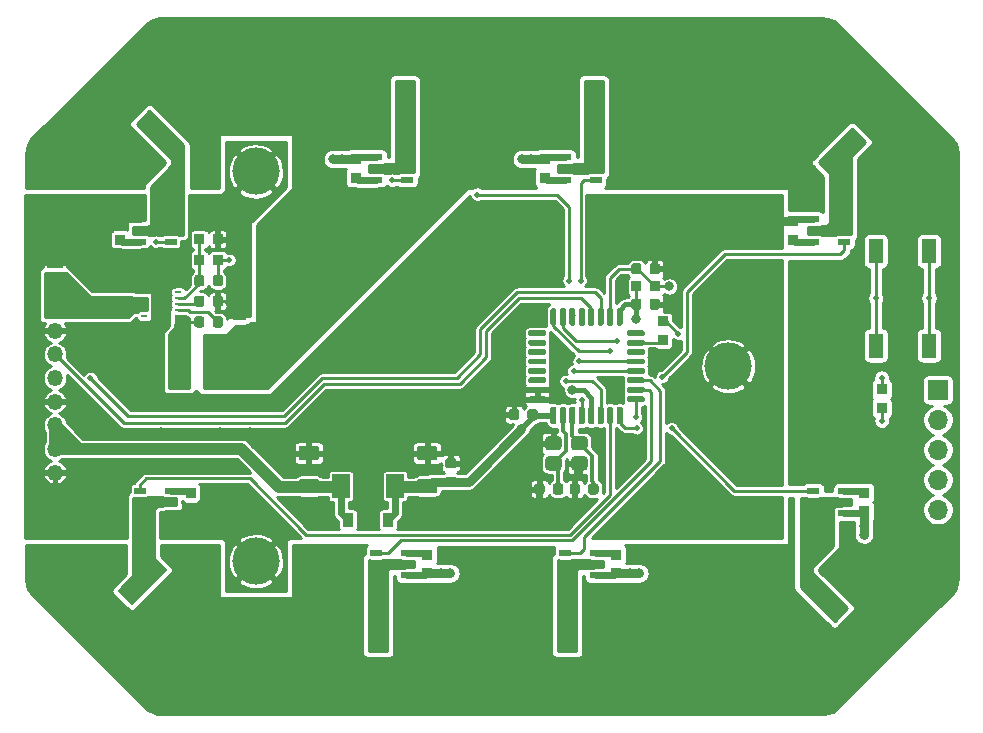
<source format=gbr>
G04 #@! TF.GenerationSoftware,KiCad,Pcbnew,5.1.7-a382d34a8~88~ubuntu20.04.1*
G04 #@! TF.CreationDate,2021-02-09T11:34:01+01:00*
G04 #@! TF.ProjectId,UVDAR_Module,55564441-525f-44d6-9f64-756c652e6b69,rev?*
G04 #@! TF.SameCoordinates,Original*
G04 #@! TF.FileFunction,Copper,L1,Top*
G04 #@! TF.FilePolarity,Positive*
%FSLAX46Y46*%
G04 Gerber Fmt 4.6, Leading zero omitted, Abs format (unit mm)*
G04 Created by KiCad (PCBNEW 5.1.7-a382d34a8~88~ubuntu20.04.1) date 2021-02-09 11:34:01*
%MOMM*%
%LPD*%
G01*
G04 APERTURE LIST*
G04 #@! TA.AperFunction,ComponentPad*
%ADD10C,0.500000*%
G04 #@! TD*
G04 #@! TA.AperFunction,SMDPad,CuDef*
%ADD11R,1.700000X2.500000*%
G04 #@! TD*
G04 #@! TA.AperFunction,SMDPad,CuDef*
%ADD12R,0.600000X0.250000*%
G04 #@! TD*
G04 #@! TA.AperFunction,SMDPad,CuDef*
%ADD13R,0.875000X0.950000*%
G04 #@! TD*
G04 #@! TA.AperFunction,SMDPad,CuDef*
%ADD14R,1.400000X4.000000*%
G04 #@! TD*
G04 #@! TA.AperFunction,SMDPad,CuDef*
%ADD15R,0.950000X0.875000*%
G04 #@! TD*
G04 #@! TA.AperFunction,ComponentPad*
%ADD16O,1.700000X1.700000*%
G04 #@! TD*
G04 #@! TA.AperFunction,ComponentPad*
%ADD17R,1.700000X1.700000*%
G04 #@! TD*
G04 #@! TA.AperFunction,SMDPad,CuDef*
%ADD18R,1.000000X0.550000*%
G04 #@! TD*
G04 #@! TA.AperFunction,ComponentPad*
%ADD19R,1.350000X1.350000*%
G04 #@! TD*
G04 #@! TA.AperFunction,ComponentPad*
%ADD20O,1.350000X1.350000*%
G04 #@! TD*
G04 #@! TA.AperFunction,ComponentPad*
%ADD21C,4.000000*%
G04 #@! TD*
G04 #@! TA.AperFunction,SMDPad,CuDef*
%ADD22R,1.200000X2.100000*%
G04 #@! TD*
G04 #@! TA.AperFunction,SMDPad,CuDef*
%ADD23R,1.200000X4.000000*%
G04 #@! TD*
G04 #@! TA.AperFunction,SMDPad,CuDef*
%ADD24R,1.800000X3.400000*%
G04 #@! TD*
G04 #@! TA.AperFunction,SMDPad,CuDef*
%ADD25C,0.100000*%
G04 #@! TD*
G04 #@! TA.AperFunction,SMDPad,CuDef*
%ADD26R,0.900000X1.200000*%
G04 #@! TD*
G04 #@! TA.AperFunction,SMDPad,CuDef*
%ADD27R,1.500000X2.000000*%
G04 #@! TD*
G04 #@! TA.AperFunction,SMDPad,CuDef*
%ADD28R,3.800000X2.000000*%
G04 #@! TD*
G04 #@! TA.AperFunction,ViaPad*
%ADD29C,0.500000*%
G04 #@! TD*
G04 #@! TA.AperFunction,ViaPad*
%ADD30C,0.800000*%
G04 #@! TD*
G04 #@! TA.AperFunction,Conductor*
%ADD31C,0.250000*%
G04 #@! TD*
G04 #@! TA.AperFunction,Conductor*
%ADD32C,0.800000*%
G04 #@! TD*
G04 #@! TA.AperFunction,Conductor*
%ADD33C,0.500000*%
G04 #@! TD*
G04 #@! TA.AperFunction,Conductor*
%ADD34C,0.600000*%
G04 #@! TD*
G04 #@! TA.AperFunction,Conductor*
%ADD35C,1.000000*%
G04 #@! TD*
G04 #@! TA.AperFunction,Conductor*
%ADD36C,0.400000*%
G04 #@! TD*
G04 #@! TA.AperFunction,Conductor*
%ADD37C,0.300000*%
G04 #@! TD*
G04 #@! TA.AperFunction,Conductor*
%ADD38C,0.100000*%
G04 #@! TD*
G04 APERTURE END LIST*
G04 #@! TA.AperFunction,SMDPad,CuDef*
G36*
G01*
X95125000Y-107975000D02*
X93875000Y-107975000D01*
G75*
G02*
X93625000Y-107725000I0J250000D01*
G01*
X93625000Y-106975000D01*
G75*
G02*
X93875000Y-106725000I250000J0D01*
G01*
X95125000Y-106725000D01*
G75*
G02*
X95375000Y-106975000I0J-250000D01*
G01*
X95375000Y-107725000D01*
G75*
G02*
X95125000Y-107975000I-250000J0D01*
G01*
G37*
G04 #@! TD.AperFunction*
G04 #@! TA.AperFunction,SMDPad,CuDef*
G36*
G01*
X95125000Y-110775000D02*
X93875000Y-110775000D01*
G75*
G02*
X93625000Y-110525000I0J250000D01*
G01*
X93625000Y-109775000D01*
G75*
G02*
X93875000Y-109525000I250000J0D01*
G01*
X95125000Y-109525000D01*
G75*
G02*
X95375000Y-109775000I0J-250000D01*
G01*
X95375000Y-110525000D01*
G75*
G02*
X95125000Y-110775000I-250000J0D01*
G01*
G37*
G04 #@! TD.AperFunction*
G04 #@! TA.AperFunction,SMDPad,CuDef*
G36*
G01*
X85125000Y-107975000D02*
X83875000Y-107975000D01*
G75*
G02*
X83625000Y-107725000I0J250000D01*
G01*
X83625000Y-106975000D01*
G75*
G02*
X83875000Y-106725000I250000J0D01*
G01*
X85125000Y-106725000D01*
G75*
G02*
X85375000Y-106975000I0J-250000D01*
G01*
X85375000Y-107725000D01*
G75*
G02*
X85125000Y-107975000I-250000J0D01*
G01*
G37*
G04 #@! TD.AperFunction*
G04 #@! TA.AperFunction,SMDPad,CuDef*
G36*
G01*
X85125000Y-110775000D02*
X83875000Y-110775000D01*
G75*
G02*
X83625000Y-110525000I0J250000D01*
G01*
X83625000Y-109775000D01*
G75*
G02*
X83875000Y-109525000I250000J0D01*
G01*
X85125000Y-109525000D01*
G75*
G02*
X85375000Y-109775000I0J-250000D01*
G01*
X85375000Y-110525000D01*
G75*
G02*
X85125000Y-110775000I-250000J0D01*
G01*
G37*
G04 #@! TD.AperFunction*
D10*
X72000000Y-94000000D03*
X72000000Y-96000000D03*
X71500000Y-95000000D03*
X72500000Y-95000000D03*
D11*
X72000000Y-95000000D03*
D12*
X70565000Y-95250000D03*
X70565000Y-93750000D03*
X70565000Y-95750000D03*
X70565000Y-94750000D03*
X70565000Y-96250000D03*
X70565000Y-94250000D03*
X73435000Y-93750000D03*
X73435000Y-94250000D03*
X73435000Y-94750000D03*
X73435000Y-95250000D03*
X73435000Y-95750000D03*
X73435000Y-96250000D03*
D13*
X75212500Y-89250000D03*
X76787500Y-89250000D03*
X76787500Y-91000000D03*
X75212500Y-91000000D03*
D14*
X76500000Y-99750000D03*
X73500000Y-99750000D03*
G04 #@! TA.AperFunction,SMDPad,CuDef*
G36*
G01*
X81225000Y-92993750D02*
X81225000Y-93506250D01*
G75*
G02*
X81006250Y-93725000I-218750J0D01*
G01*
X80568750Y-93725000D01*
G75*
G02*
X80350000Y-93506250I0J218750D01*
G01*
X80350000Y-92993750D01*
G75*
G02*
X80568750Y-92775000I218750J0D01*
G01*
X81006250Y-92775000D01*
G75*
G02*
X81225000Y-92993750I0J-218750D01*
G01*
G37*
G04 #@! TD.AperFunction*
G04 #@! TA.AperFunction,SMDPad,CuDef*
G36*
G01*
X79650000Y-92993750D02*
X79650000Y-93506250D01*
G75*
G02*
X79431250Y-93725000I-218750J0D01*
G01*
X78993750Y-93725000D01*
G75*
G02*
X78775000Y-93506250I0J218750D01*
G01*
X78775000Y-92993750D01*
G75*
G02*
X78993750Y-92775000I218750J0D01*
G01*
X79431250Y-92775000D01*
G75*
G02*
X79650000Y-92993750I0J-218750D01*
G01*
G37*
G04 #@! TD.AperFunction*
G04 #@! TA.AperFunction,SMDPad,CuDef*
G36*
G01*
X79225000Y-94625000D02*
X79225000Y-95875000D01*
G75*
G02*
X78975000Y-96125000I-250000J0D01*
G01*
X78225000Y-96125000D01*
G75*
G02*
X77975000Y-95875000I0J250000D01*
G01*
X77975000Y-94625000D01*
G75*
G02*
X78225000Y-94375000I250000J0D01*
G01*
X78975000Y-94375000D01*
G75*
G02*
X79225000Y-94625000I0J-250000D01*
G01*
G37*
G04 #@! TD.AperFunction*
G04 #@! TA.AperFunction,SMDPad,CuDef*
G36*
G01*
X82025000Y-94625000D02*
X82025000Y-95875000D01*
G75*
G02*
X81775000Y-96125000I-250000J0D01*
G01*
X81025000Y-96125000D01*
G75*
G02*
X80775000Y-95875000I0J250000D01*
G01*
X80775000Y-94625000D01*
G75*
G02*
X81025000Y-94375000I250000J0D01*
G01*
X81775000Y-94375000D01*
G75*
G02*
X82025000Y-94625000I0J-250000D01*
G01*
G37*
G04 #@! TD.AperFunction*
G04 #@! TA.AperFunction,SMDPad,CuDef*
G36*
G01*
X77225000Y-92493750D02*
X77225000Y-93006250D01*
G75*
G02*
X77006250Y-93225000I-218750J0D01*
G01*
X76568750Y-93225000D01*
G75*
G02*
X76350000Y-93006250I0J218750D01*
G01*
X76350000Y-92493750D01*
G75*
G02*
X76568750Y-92275000I218750J0D01*
G01*
X77006250Y-92275000D01*
G75*
G02*
X77225000Y-92493750I0J-218750D01*
G01*
G37*
G04 #@! TD.AperFunction*
G04 #@! TA.AperFunction,SMDPad,CuDef*
G36*
G01*
X75650000Y-92493750D02*
X75650000Y-93006250D01*
G75*
G02*
X75431250Y-93225000I-218750J0D01*
G01*
X74993750Y-93225000D01*
G75*
G02*
X74775000Y-93006250I0J218750D01*
G01*
X74775000Y-92493750D01*
G75*
G02*
X74993750Y-92275000I218750J0D01*
G01*
X75431250Y-92275000D01*
G75*
G02*
X75650000Y-92493750I0J-218750D01*
G01*
G37*
G04 #@! TD.AperFunction*
G04 #@! TA.AperFunction,SMDPad,CuDef*
G36*
G01*
X77225000Y-95993750D02*
X77225000Y-96506250D01*
G75*
G02*
X77006250Y-96725000I-218750J0D01*
G01*
X76568750Y-96725000D01*
G75*
G02*
X76350000Y-96506250I0J218750D01*
G01*
X76350000Y-95993750D01*
G75*
G02*
X76568750Y-95775000I218750J0D01*
G01*
X77006250Y-95775000D01*
G75*
G02*
X77225000Y-95993750I0J-218750D01*
G01*
G37*
G04 #@! TD.AperFunction*
G04 #@! TA.AperFunction,SMDPad,CuDef*
G36*
G01*
X75650000Y-95993750D02*
X75650000Y-96506250D01*
G75*
G02*
X75431250Y-96725000I-218750J0D01*
G01*
X74993750Y-96725000D01*
G75*
G02*
X74775000Y-96506250I0J218750D01*
G01*
X74775000Y-95993750D01*
G75*
G02*
X74993750Y-95775000I218750J0D01*
G01*
X75431250Y-95775000D01*
G75*
G02*
X75650000Y-95993750I0J-218750D01*
G01*
G37*
G04 #@! TD.AperFunction*
G04 #@! TA.AperFunction,SMDPad,CuDef*
G36*
G01*
X74775000Y-94756250D02*
X74775000Y-94243750D01*
G75*
G02*
X74993750Y-94025000I218750J0D01*
G01*
X75431250Y-94025000D01*
G75*
G02*
X75650000Y-94243750I0J-218750D01*
G01*
X75650000Y-94756250D01*
G75*
G02*
X75431250Y-94975000I-218750J0D01*
G01*
X74993750Y-94975000D01*
G75*
G02*
X74775000Y-94756250I0J218750D01*
G01*
G37*
G04 #@! TD.AperFunction*
G04 #@! TA.AperFunction,SMDPad,CuDef*
G36*
G01*
X76350000Y-94756250D02*
X76350000Y-94243750D01*
G75*
G02*
X76568750Y-94025000I218750J0D01*
G01*
X77006250Y-94025000D01*
G75*
G02*
X77225000Y-94243750I0J-218750D01*
G01*
X77225000Y-94756250D01*
G75*
G02*
X77006250Y-94975000I-218750J0D01*
G01*
X76568750Y-94975000D01*
G75*
G02*
X76350000Y-94756250I0J218750D01*
G01*
G37*
G04 #@! TD.AperFunction*
G04 #@! TA.AperFunction,SMDPad,CuDef*
G36*
G01*
X65993750Y-95025000D02*
X66506250Y-95025000D01*
G75*
G02*
X66725000Y-95243750I0J-218750D01*
G01*
X66725000Y-95681250D01*
G75*
G02*
X66506250Y-95900000I-218750J0D01*
G01*
X65993750Y-95900000D01*
G75*
G02*
X65775000Y-95681250I0J218750D01*
G01*
X65775000Y-95243750D01*
G75*
G02*
X65993750Y-95025000I218750J0D01*
G01*
G37*
G04 #@! TD.AperFunction*
G04 #@! TA.AperFunction,SMDPad,CuDef*
G36*
G01*
X65993750Y-96600000D02*
X66506250Y-96600000D01*
G75*
G02*
X66725000Y-96818750I0J-218750D01*
G01*
X66725000Y-97256250D01*
G75*
G02*
X66506250Y-97475000I-218750J0D01*
G01*
X65993750Y-97475000D01*
G75*
G02*
X65775000Y-97256250I0J218750D01*
G01*
X65775000Y-96818750D01*
G75*
G02*
X65993750Y-96600000I218750J0D01*
G01*
G37*
G04 #@! TD.AperFunction*
G04 #@! TA.AperFunction,SMDPad,CuDef*
G36*
G01*
X67625000Y-97025000D02*
X68875000Y-97025000D01*
G75*
G02*
X69125000Y-97275000I0J-250000D01*
G01*
X69125000Y-98025000D01*
G75*
G02*
X68875000Y-98275000I-250000J0D01*
G01*
X67625000Y-98275000D01*
G75*
G02*
X67375000Y-98025000I0J250000D01*
G01*
X67375000Y-97275000D01*
G75*
G02*
X67625000Y-97025000I250000J0D01*
G01*
G37*
G04 #@! TD.AperFunction*
G04 #@! TA.AperFunction,SMDPad,CuDef*
G36*
G01*
X67625000Y-94225000D02*
X68875000Y-94225000D01*
G75*
G02*
X69125000Y-94475000I0J-250000D01*
G01*
X69125000Y-95225000D01*
G75*
G02*
X68875000Y-95475000I-250000J0D01*
G01*
X67625000Y-95475000D01*
G75*
G02*
X67375000Y-95225000I0J250000D01*
G01*
X67375000Y-94475000D01*
G75*
G02*
X67625000Y-94225000I250000J0D01*
G01*
G37*
G04 #@! TD.AperFunction*
D15*
X114500000Y-97787500D03*
X114500000Y-96212500D03*
X133000000Y-103537500D03*
X133000000Y-101962500D03*
D16*
X137750000Y-112160000D03*
X137750000Y-109620000D03*
X137750000Y-107080000D03*
X137750000Y-104540000D03*
D17*
X137750000Y-102000000D03*
G04 #@! TA.AperFunction,SMDPad,CuDef*
G36*
G01*
X111775000Y-95006250D02*
X111775000Y-94493750D01*
G75*
G02*
X111993750Y-94275000I218750J0D01*
G01*
X112431250Y-94275000D01*
G75*
G02*
X112650000Y-94493750I0J-218750D01*
G01*
X112650000Y-95006250D01*
G75*
G02*
X112431250Y-95225000I-218750J0D01*
G01*
X111993750Y-95225000D01*
G75*
G02*
X111775000Y-95006250I0J218750D01*
G01*
G37*
G04 #@! TD.AperFunction*
G04 #@! TA.AperFunction,SMDPad,CuDef*
G36*
G01*
X113350000Y-95006250D02*
X113350000Y-94493750D01*
G75*
G02*
X113568750Y-94275000I218750J0D01*
G01*
X114006250Y-94275000D01*
G75*
G02*
X114225000Y-94493750I0J-218750D01*
G01*
X114225000Y-95006250D01*
G75*
G02*
X114006250Y-95225000I-218750J0D01*
G01*
X113568750Y-95225000D01*
G75*
G02*
X113350000Y-95006250I0J218750D01*
G01*
G37*
G04 #@! TD.AperFunction*
D18*
X72800000Y-89450000D03*
X72800000Y-88500000D03*
X72800000Y-87550000D03*
X70200000Y-87550000D03*
X70200000Y-88500000D03*
X70200000Y-89450000D03*
D15*
X68500000Y-87712500D03*
X68500000Y-89287500D03*
D18*
X127200000Y-110550000D03*
X127200000Y-111500000D03*
X127200000Y-112450000D03*
X129800000Y-112450000D03*
X129800000Y-111500000D03*
X129800000Y-110550000D03*
D15*
X131500000Y-112287500D03*
X131500000Y-110712500D03*
D18*
X129800000Y-89450000D03*
X129800000Y-88500000D03*
X129800000Y-87550000D03*
X127200000Y-87550000D03*
X127200000Y-88500000D03*
X127200000Y-89450000D03*
D15*
X125500000Y-87712500D03*
X125500000Y-89287500D03*
D18*
X90200000Y-84200000D03*
X90200000Y-83250000D03*
X90200000Y-82300000D03*
X92800000Y-82300000D03*
X92800000Y-83250000D03*
X92800000Y-84200000D03*
D15*
X88500000Y-84037500D03*
X88500000Y-82462500D03*
D18*
X106200000Y-84200000D03*
X106200000Y-83250000D03*
X106200000Y-82300000D03*
X108800000Y-82300000D03*
X108800000Y-83250000D03*
X108800000Y-84200000D03*
D15*
X104500000Y-84037500D03*
X104500000Y-82462500D03*
D18*
X108800000Y-115800000D03*
X108800000Y-116750000D03*
X108800000Y-117700000D03*
X106200000Y-117700000D03*
X106200000Y-116750000D03*
X106200000Y-115800000D03*
D15*
X110500000Y-115962500D03*
X110500000Y-117537500D03*
D18*
X90200000Y-115800000D03*
X90200000Y-116750000D03*
X90200000Y-117700000D03*
X92800000Y-117700000D03*
X92800000Y-116750000D03*
X92800000Y-115800000D03*
D15*
X94500000Y-117537500D03*
X94500000Y-115962500D03*
D19*
X63000000Y-91000000D03*
D20*
X63000000Y-93000000D03*
X63000000Y-95000000D03*
X63000000Y-97000000D03*
X63000000Y-99000000D03*
X63000000Y-101000000D03*
X63000000Y-103000000D03*
X63000000Y-105000000D03*
X63000000Y-107000000D03*
X63000000Y-109000000D03*
D21*
X120000000Y-100000000D03*
X80000000Y-116500000D03*
X80000000Y-83500000D03*
D13*
X113787500Y-93250000D03*
X112212500Y-93250000D03*
D22*
X132500000Y-98250000D03*
X137000000Y-98250000D03*
X132500000Y-90250000D03*
X137000000Y-90250000D03*
G04 #@! TA.AperFunction,SMDPad,CuDef*
G36*
G01*
X113350000Y-92006250D02*
X113350000Y-91493750D01*
G75*
G02*
X113568750Y-91275000I218750J0D01*
G01*
X114006250Y-91275000D01*
G75*
G02*
X114225000Y-91493750I0J-218750D01*
G01*
X114225000Y-92006250D01*
G75*
G02*
X114006250Y-92225000I-218750J0D01*
G01*
X113568750Y-92225000D01*
G75*
G02*
X113350000Y-92006250I0J218750D01*
G01*
G37*
G04 #@! TD.AperFunction*
G04 #@! TA.AperFunction,SMDPad,CuDef*
G36*
G01*
X111775000Y-92006250D02*
X111775000Y-91493750D01*
G75*
G02*
X111993750Y-91275000I218750J0D01*
G01*
X112431250Y-91275000D01*
G75*
G02*
X112650000Y-91493750I0J-218750D01*
G01*
X112650000Y-92006250D01*
G75*
G02*
X112431250Y-92225000I-218750J0D01*
G01*
X111993750Y-92225000D01*
G75*
G02*
X111775000Y-92006250I0J218750D01*
G01*
G37*
G04 #@! TD.AperFunction*
G04 #@! TA.AperFunction,SMDPad,CuDef*
G36*
G01*
X96756250Y-110225000D02*
X96243750Y-110225000D01*
G75*
G02*
X96025000Y-110006250I0J218750D01*
G01*
X96025000Y-109568750D01*
G75*
G02*
X96243750Y-109350000I218750J0D01*
G01*
X96756250Y-109350000D01*
G75*
G02*
X96975000Y-109568750I0J-218750D01*
G01*
X96975000Y-110006250D01*
G75*
G02*
X96756250Y-110225000I-218750J0D01*
G01*
G37*
G04 #@! TD.AperFunction*
G04 #@! TA.AperFunction,SMDPad,CuDef*
G36*
G01*
X96756250Y-108650000D02*
X96243750Y-108650000D01*
G75*
G02*
X96025000Y-108431250I0J218750D01*
G01*
X96025000Y-107993750D01*
G75*
G02*
X96243750Y-107775000I218750J0D01*
G01*
X96756250Y-107775000D01*
G75*
G02*
X96975000Y-107993750I0J-218750D01*
G01*
X96975000Y-108431250D01*
G75*
G02*
X96756250Y-108650000I-218750J0D01*
G01*
G37*
G04 #@! TD.AperFunction*
G04 #@! TA.AperFunction,SMDPad,CuDef*
G36*
G01*
X109025000Y-110143750D02*
X109025000Y-110656250D01*
G75*
G02*
X108806250Y-110875000I-218750J0D01*
G01*
X108368750Y-110875000D01*
G75*
G02*
X108150000Y-110656250I0J218750D01*
G01*
X108150000Y-110143750D01*
G75*
G02*
X108368750Y-109925000I218750J0D01*
G01*
X108806250Y-109925000D01*
G75*
G02*
X109025000Y-110143750I0J-218750D01*
G01*
G37*
G04 #@! TD.AperFunction*
G04 #@! TA.AperFunction,SMDPad,CuDef*
G36*
G01*
X107450000Y-110143750D02*
X107450000Y-110656250D01*
G75*
G02*
X107231250Y-110875000I-218750J0D01*
G01*
X106793750Y-110875000D01*
G75*
G02*
X106575000Y-110656250I0J218750D01*
G01*
X106575000Y-110143750D01*
G75*
G02*
X106793750Y-109925000I218750J0D01*
G01*
X107231250Y-109925000D01*
G75*
G02*
X107450000Y-110143750I0J-218750D01*
G01*
G37*
G04 #@! TD.AperFunction*
G04 #@! TA.AperFunction,SMDPad,CuDef*
G36*
G01*
X106025000Y-110143750D02*
X106025000Y-110656250D01*
G75*
G02*
X105806250Y-110875000I-218750J0D01*
G01*
X105368750Y-110875000D01*
G75*
G02*
X105150000Y-110656250I0J218750D01*
G01*
X105150000Y-110143750D01*
G75*
G02*
X105368750Y-109925000I218750J0D01*
G01*
X105806250Y-109925000D01*
G75*
G02*
X106025000Y-110143750I0J-218750D01*
G01*
G37*
G04 #@! TD.AperFunction*
G04 #@! TA.AperFunction,SMDPad,CuDef*
G36*
G01*
X104450000Y-110143750D02*
X104450000Y-110656250D01*
G75*
G02*
X104231250Y-110875000I-218750J0D01*
G01*
X103793750Y-110875000D01*
G75*
G02*
X103575000Y-110656250I0J218750D01*
G01*
X103575000Y-110143750D01*
G75*
G02*
X103793750Y-109925000I218750J0D01*
G01*
X104231250Y-109925000D01*
G75*
G02*
X104450000Y-110143750I0J-218750D01*
G01*
G37*
G04 #@! TD.AperFunction*
G04 #@! TA.AperFunction,SMDPad,CuDef*
G36*
G01*
X103875000Y-103843750D02*
X103875000Y-104356250D01*
G75*
G02*
X103656250Y-104575000I-218750J0D01*
G01*
X103218750Y-104575000D01*
G75*
G02*
X103000000Y-104356250I0J218750D01*
G01*
X103000000Y-103843750D01*
G75*
G02*
X103218750Y-103625000I218750J0D01*
G01*
X103656250Y-103625000D01*
G75*
G02*
X103875000Y-103843750I0J-218750D01*
G01*
G37*
G04 #@! TD.AperFunction*
G04 #@! TA.AperFunction,SMDPad,CuDef*
G36*
G01*
X102300000Y-103843750D02*
X102300000Y-104356250D01*
G75*
G02*
X102081250Y-104575000I-218750J0D01*
G01*
X101643750Y-104575000D01*
G75*
G02*
X101425000Y-104356250I0J218750D01*
G01*
X101425000Y-103843750D01*
G75*
G02*
X101643750Y-103625000I218750J0D01*
G01*
X102081250Y-103625000D01*
G75*
G02*
X102300000Y-103843750I0J-218750D01*
G01*
G37*
G04 #@! TD.AperFunction*
D15*
X74500000Y-110712500D03*
X74500000Y-112287500D03*
G04 #@! TA.AperFunction,SMDPad,CuDef*
G36*
G01*
X104450000Y-103050000D02*
X103200000Y-103050000D01*
G75*
G02*
X103075000Y-102925000I0J125000D01*
G01*
X103075000Y-102675000D01*
G75*
G02*
X103200000Y-102550000I125000J0D01*
G01*
X104450000Y-102550000D01*
G75*
G02*
X104575000Y-102675000I0J-125000D01*
G01*
X104575000Y-102925000D01*
G75*
G02*
X104450000Y-103050000I-125000J0D01*
G01*
G37*
G04 #@! TD.AperFunction*
G04 #@! TA.AperFunction,SMDPad,CuDef*
G36*
G01*
X104450000Y-102250000D02*
X103200000Y-102250000D01*
G75*
G02*
X103075000Y-102125000I0J125000D01*
G01*
X103075000Y-101875000D01*
G75*
G02*
X103200000Y-101750000I125000J0D01*
G01*
X104450000Y-101750000D01*
G75*
G02*
X104575000Y-101875000I0J-125000D01*
G01*
X104575000Y-102125000D01*
G75*
G02*
X104450000Y-102250000I-125000J0D01*
G01*
G37*
G04 #@! TD.AperFunction*
G04 #@! TA.AperFunction,SMDPad,CuDef*
G36*
G01*
X104450000Y-101450000D02*
X103200000Y-101450000D01*
G75*
G02*
X103075000Y-101325000I0J125000D01*
G01*
X103075000Y-101075000D01*
G75*
G02*
X103200000Y-100950000I125000J0D01*
G01*
X104450000Y-100950000D01*
G75*
G02*
X104575000Y-101075000I0J-125000D01*
G01*
X104575000Y-101325000D01*
G75*
G02*
X104450000Y-101450000I-125000J0D01*
G01*
G37*
G04 #@! TD.AperFunction*
G04 #@! TA.AperFunction,SMDPad,CuDef*
G36*
G01*
X104450000Y-100650000D02*
X103200000Y-100650000D01*
G75*
G02*
X103075000Y-100525000I0J125000D01*
G01*
X103075000Y-100275000D01*
G75*
G02*
X103200000Y-100150000I125000J0D01*
G01*
X104450000Y-100150000D01*
G75*
G02*
X104575000Y-100275000I0J-125000D01*
G01*
X104575000Y-100525000D01*
G75*
G02*
X104450000Y-100650000I-125000J0D01*
G01*
G37*
G04 #@! TD.AperFunction*
G04 #@! TA.AperFunction,SMDPad,CuDef*
G36*
G01*
X104450000Y-99850000D02*
X103200000Y-99850000D01*
G75*
G02*
X103075000Y-99725000I0J125000D01*
G01*
X103075000Y-99475000D01*
G75*
G02*
X103200000Y-99350000I125000J0D01*
G01*
X104450000Y-99350000D01*
G75*
G02*
X104575000Y-99475000I0J-125000D01*
G01*
X104575000Y-99725000D01*
G75*
G02*
X104450000Y-99850000I-125000J0D01*
G01*
G37*
G04 #@! TD.AperFunction*
G04 #@! TA.AperFunction,SMDPad,CuDef*
G36*
G01*
X104450000Y-99050000D02*
X103200000Y-99050000D01*
G75*
G02*
X103075000Y-98925000I0J125000D01*
G01*
X103075000Y-98675000D01*
G75*
G02*
X103200000Y-98550000I125000J0D01*
G01*
X104450000Y-98550000D01*
G75*
G02*
X104575000Y-98675000I0J-125000D01*
G01*
X104575000Y-98925000D01*
G75*
G02*
X104450000Y-99050000I-125000J0D01*
G01*
G37*
G04 #@! TD.AperFunction*
G04 #@! TA.AperFunction,SMDPad,CuDef*
G36*
G01*
X104450000Y-98250000D02*
X103200000Y-98250000D01*
G75*
G02*
X103075000Y-98125000I0J125000D01*
G01*
X103075000Y-97875000D01*
G75*
G02*
X103200000Y-97750000I125000J0D01*
G01*
X104450000Y-97750000D01*
G75*
G02*
X104575000Y-97875000I0J-125000D01*
G01*
X104575000Y-98125000D01*
G75*
G02*
X104450000Y-98250000I-125000J0D01*
G01*
G37*
G04 #@! TD.AperFunction*
G04 #@! TA.AperFunction,SMDPad,CuDef*
G36*
G01*
X104450000Y-97450000D02*
X103200000Y-97450000D01*
G75*
G02*
X103075000Y-97325000I0J125000D01*
G01*
X103075000Y-97075000D01*
G75*
G02*
X103200000Y-96950000I125000J0D01*
G01*
X104450000Y-96950000D01*
G75*
G02*
X104575000Y-97075000I0J-125000D01*
G01*
X104575000Y-97325000D01*
G75*
G02*
X104450000Y-97450000I-125000J0D01*
G01*
G37*
G04 #@! TD.AperFunction*
G04 #@! TA.AperFunction,SMDPad,CuDef*
G36*
G01*
X105325000Y-96575000D02*
X105075000Y-96575000D01*
G75*
G02*
X104950000Y-96450000I0J125000D01*
G01*
X104950000Y-95200000D01*
G75*
G02*
X105075000Y-95075000I125000J0D01*
G01*
X105325000Y-95075000D01*
G75*
G02*
X105450000Y-95200000I0J-125000D01*
G01*
X105450000Y-96450000D01*
G75*
G02*
X105325000Y-96575000I-125000J0D01*
G01*
G37*
G04 #@! TD.AperFunction*
G04 #@! TA.AperFunction,SMDPad,CuDef*
G36*
G01*
X106125000Y-96575000D02*
X105875000Y-96575000D01*
G75*
G02*
X105750000Y-96450000I0J125000D01*
G01*
X105750000Y-95200000D01*
G75*
G02*
X105875000Y-95075000I125000J0D01*
G01*
X106125000Y-95075000D01*
G75*
G02*
X106250000Y-95200000I0J-125000D01*
G01*
X106250000Y-96450000D01*
G75*
G02*
X106125000Y-96575000I-125000J0D01*
G01*
G37*
G04 #@! TD.AperFunction*
G04 #@! TA.AperFunction,SMDPad,CuDef*
G36*
G01*
X106925000Y-96575000D02*
X106675000Y-96575000D01*
G75*
G02*
X106550000Y-96450000I0J125000D01*
G01*
X106550000Y-95200000D01*
G75*
G02*
X106675000Y-95075000I125000J0D01*
G01*
X106925000Y-95075000D01*
G75*
G02*
X107050000Y-95200000I0J-125000D01*
G01*
X107050000Y-96450000D01*
G75*
G02*
X106925000Y-96575000I-125000J0D01*
G01*
G37*
G04 #@! TD.AperFunction*
G04 #@! TA.AperFunction,SMDPad,CuDef*
G36*
G01*
X107725000Y-96575000D02*
X107475000Y-96575000D01*
G75*
G02*
X107350000Y-96450000I0J125000D01*
G01*
X107350000Y-95200000D01*
G75*
G02*
X107475000Y-95075000I125000J0D01*
G01*
X107725000Y-95075000D01*
G75*
G02*
X107850000Y-95200000I0J-125000D01*
G01*
X107850000Y-96450000D01*
G75*
G02*
X107725000Y-96575000I-125000J0D01*
G01*
G37*
G04 #@! TD.AperFunction*
G04 #@! TA.AperFunction,SMDPad,CuDef*
G36*
G01*
X108525000Y-96575000D02*
X108275000Y-96575000D01*
G75*
G02*
X108150000Y-96450000I0J125000D01*
G01*
X108150000Y-95200000D01*
G75*
G02*
X108275000Y-95075000I125000J0D01*
G01*
X108525000Y-95075000D01*
G75*
G02*
X108650000Y-95200000I0J-125000D01*
G01*
X108650000Y-96450000D01*
G75*
G02*
X108525000Y-96575000I-125000J0D01*
G01*
G37*
G04 #@! TD.AperFunction*
G04 #@! TA.AperFunction,SMDPad,CuDef*
G36*
G01*
X109325000Y-96575000D02*
X109075000Y-96575000D01*
G75*
G02*
X108950000Y-96450000I0J125000D01*
G01*
X108950000Y-95200000D01*
G75*
G02*
X109075000Y-95075000I125000J0D01*
G01*
X109325000Y-95075000D01*
G75*
G02*
X109450000Y-95200000I0J-125000D01*
G01*
X109450000Y-96450000D01*
G75*
G02*
X109325000Y-96575000I-125000J0D01*
G01*
G37*
G04 #@! TD.AperFunction*
G04 #@! TA.AperFunction,SMDPad,CuDef*
G36*
G01*
X110125000Y-96575000D02*
X109875000Y-96575000D01*
G75*
G02*
X109750000Y-96450000I0J125000D01*
G01*
X109750000Y-95200000D01*
G75*
G02*
X109875000Y-95075000I125000J0D01*
G01*
X110125000Y-95075000D01*
G75*
G02*
X110250000Y-95200000I0J-125000D01*
G01*
X110250000Y-96450000D01*
G75*
G02*
X110125000Y-96575000I-125000J0D01*
G01*
G37*
G04 #@! TD.AperFunction*
G04 #@! TA.AperFunction,SMDPad,CuDef*
G36*
G01*
X110925000Y-96575000D02*
X110675000Y-96575000D01*
G75*
G02*
X110550000Y-96450000I0J125000D01*
G01*
X110550000Y-95200000D01*
G75*
G02*
X110675000Y-95075000I125000J0D01*
G01*
X110925000Y-95075000D01*
G75*
G02*
X111050000Y-95200000I0J-125000D01*
G01*
X111050000Y-96450000D01*
G75*
G02*
X110925000Y-96575000I-125000J0D01*
G01*
G37*
G04 #@! TD.AperFunction*
G04 #@! TA.AperFunction,SMDPad,CuDef*
G36*
G01*
X112800000Y-97450000D02*
X111550000Y-97450000D01*
G75*
G02*
X111425000Y-97325000I0J125000D01*
G01*
X111425000Y-97075000D01*
G75*
G02*
X111550000Y-96950000I125000J0D01*
G01*
X112800000Y-96950000D01*
G75*
G02*
X112925000Y-97075000I0J-125000D01*
G01*
X112925000Y-97325000D01*
G75*
G02*
X112800000Y-97450000I-125000J0D01*
G01*
G37*
G04 #@! TD.AperFunction*
G04 #@! TA.AperFunction,SMDPad,CuDef*
G36*
G01*
X112800000Y-98250000D02*
X111550000Y-98250000D01*
G75*
G02*
X111425000Y-98125000I0J125000D01*
G01*
X111425000Y-97875000D01*
G75*
G02*
X111550000Y-97750000I125000J0D01*
G01*
X112800000Y-97750000D01*
G75*
G02*
X112925000Y-97875000I0J-125000D01*
G01*
X112925000Y-98125000D01*
G75*
G02*
X112800000Y-98250000I-125000J0D01*
G01*
G37*
G04 #@! TD.AperFunction*
G04 #@! TA.AperFunction,SMDPad,CuDef*
G36*
G01*
X112800000Y-99050000D02*
X111550000Y-99050000D01*
G75*
G02*
X111425000Y-98925000I0J125000D01*
G01*
X111425000Y-98675000D01*
G75*
G02*
X111550000Y-98550000I125000J0D01*
G01*
X112800000Y-98550000D01*
G75*
G02*
X112925000Y-98675000I0J-125000D01*
G01*
X112925000Y-98925000D01*
G75*
G02*
X112800000Y-99050000I-125000J0D01*
G01*
G37*
G04 #@! TD.AperFunction*
G04 #@! TA.AperFunction,SMDPad,CuDef*
G36*
G01*
X112800000Y-99850000D02*
X111550000Y-99850000D01*
G75*
G02*
X111425000Y-99725000I0J125000D01*
G01*
X111425000Y-99475000D01*
G75*
G02*
X111550000Y-99350000I125000J0D01*
G01*
X112800000Y-99350000D01*
G75*
G02*
X112925000Y-99475000I0J-125000D01*
G01*
X112925000Y-99725000D01*
G75*
G02*
X112800000Y-99850000I-125000J0D01*
G01*
G37*
G04 #@! TD.AperFunction*
G04 #@! TA.AperFunction,SMDPad,CuDef*
G36*
G01*
X112800000Y-100650000D02*
X111550000Y-100650000D01*
G75*
G02*
X111425000Y-100525000I0J125000D01*
G01*
X111425000Y-100275000D01*
G75*
G02*
X111550000Y-100150000I125000J0D01*
G01*
X112800000Y-100150000D01*
G75*
G02*
X112925000Y-100275000I0J-125000D01*
G01*
X112925000Y-100525000D01*
G75*
G02*
X112800000Y-100650000I-125000J0D01*
G01*
G37*
G04 #@! TD.AperFunction*
G04 #@! TA.AperFunction,SMDPad,CuDef*
G36*
G01*
X112800000Y-101450000D02*
X111550000Y-101450000D01*
G75*
G02*
X111425000Y-101325000I0J125000D01*
G01*
X111425000Y-101075000D01*
G75*
G02*
X111550000Y-100950000I125000J0D01*
G01*
X112800000Y-100950000D01*
G75*
G02*
X112925000Y-101075000I0J-125000D01*
G01*
X112925000Y-101325000D01*
G75*
G02*
X112800000Y-101450000I-125000J0D01*
G01*
G37*
G04 #@! TD.AperFunction*
G04 #@! TA.AperFunction,SMDPad,CuDef*
G36*
G01*
X112800000Y-102250000D02*
X111550000Y-102250000D01*
G75*
G02*
X111425000Y-102125000I0J125000D01*
G01*
X111425000Y-101875000D01*
G75*
G02*
X111550000Y-101750000I125000J0D01*
G01*
X112800000Y-101750000D01*
G75*
G02*
X112925000Y-101875000I0J-125000D01*
G01*
X112925000Y-102125000D01*
G75*
G02*
X112800000Y-102250000I-125000J0D01*
G01*
G37*
G04 #@! TD.AperFunction*
G04 #@! TA.AperFunction,SMDPad,CuDef*
G36*
G01*
X112800000Y-103050000D02*
X111550000Y-103050000D01*
G75*
G02*
X111425000Y-102925000I0J125000D01*
G01*
X111425000Y-102675000D01*
G75*
G02*
X111550000Y-102550000I125000J0D01*
G01*
X112800000Y-102550000D01*
G75*
G02*
X112925000Y-102675000I0J-125000D01*
G01*
X112925000Y-102925000D01*
G75*
G02*
X112800000Y-103050000I-125000J0D01*
G01*
G37*
G04 #@! TD.AperFunction*
G04 #@! TA.AperFunction,SMDPad,CuDef*
G36*
G01*
X110925000Y-104925000D02*
X110675000Y-104925000D01*
G75*
G02*
X110550000Y-104800000I0J125000D01*
G01*
X110550000Y-103550000D01*
G75*
G02*
X110675000Y-103425000I125000J0D01*
G01*
X110925000Y-103425000D01*
G75*
G02*
X111050000Y-103550000I0J-125000D01*
G01*
X111050000Y-104800000D01*
G75*
G02*
X110925000Y-104925000I-125000J0D01*
G01*
G37*
G04 #@! TD.AperFunction*
G04 #@! TA.AperFunction,SMDPad,CuDef*
G36*
G01*
X110125000Y-104925000D02*
X109875000Y-104925000D01*
G75*
G02*
X109750000Y-104800000I0J125000D01*
G01*
X109750000Y-103550000D01*
G75*
G02*
X109875000Y-103425000I125000J0D01*
G01*
X110125000Y-103425000D01*
G75*
G02*
X110250000Y-103550000I0J-125000D01*
G01*
X110250000Y-104800000D01*
G75*
G02*
X110125000Y-104925000I-125000J0D01*
G01*
G37*
G04 #@! TD.AperFunction*
G04 #@! TA.AperFunction,SMDPad,CuDef*
G36*
G01*
X109325000Y-104925000D02*
X109075000Y-104925000D01*
G75*
G02*
X108950000Y-104800000I0J125000D01*
G01*
X108950000Y-103550000D01*
G75*
G02*
X109075000Y-103425000I125000J0D01*
G01*
X109325000Y-103425000D01*
G75*
G02*
X109450000Y-103550000I0J-125000D01*
G01*
X109450000Y-104800000D01*
G75*
G02*
X109325000Y-104925000I-125000J0D01*
G01*
G37*
G04 #@! TD.AperFunction*
G04 #@! TA.AperFunction,SMDPad,CuDef*
G36*
G01*
X108525000Y-104925000D02*
X108275000Y-104925000D01*
G75*
G02*
X108150000Y-104800000I0J125000D01*
G01*
X108150000Y-103550000D01*
G75*
G02*
X108275000Y-103425000I125000J0D01*
G01*
X108525000Y-103425000D01*
G75*
G02*
X108650000Y-103550000I0J-125000D01*
G01*
X108650000Y-104800000D01*
G75*
G02*
X108525000Y-104925000I-125000J0D01*
G01*
G37*
G04 #@! TD.AperFunction*
G04 #@! TA.AperFunction,SMDPad,CuDef*
G36*
G01*
X107725000Y-104925000D02*
X107475000Y-104925000D01*
G75*
G02*
X107350000Y-104800000I0J125000D01*
G01*
X107350000Y-103550000D01*
G75*
G02*
X107475000Y-103425000I125000J0D01*
G01*
X107725000Y-103425000D01*
G75*
G02*
X107850000Y-103550000I0J-125000D01*
G01*
X107850000Y-104800000D01*
G75*
G02*
X107725000Y-104925000I-125000J0D01*
G01*
G37*
G04 #@! TD.AperFunction*
G04 #@! TA.AperFunction,SMDPad,CuDef*
G36*
G01*
X106925000Y-104925000D02*
X106675000Y-104925000D01*
G75*
G02*
X106550000Y-104800000I0J125000D01*
G01*
X106550000Y-103550000D01*
G75*
G02*
X106675000Y-103425000I125000J0D01*
G01*
X106925000Y-103425000D01*
G75*
G02*
X107050000Y-103550000I0J-125000D01*
G01*
X107050000Y-104800000D01*
G75*
G02*
X106925000Y-104925000I-125000J0D01*
G01*
G37*
G04 #@! TD.AperFunction*
G04 #@! TA.AperFunction,SMDPad,CuDef*
G36*
G01*
X106125000Y-104925000D02*
X105875000Y-104925000D01*
G75*
G02*
X105750000Y-104800000I0J125000D01*
G01*
X105750000Y-103550000D01*
G75*
G02*
X105875000Y-103425000I125000J0D01*
G01*
X106125000Y-103425000D01*
G75*
G02*
X106250000Y-103550000I0J-125000D01*
G01*
X106250000Y-104800000D01*
G75*
G02*
X106125000Y-104925000I-125000J0D01*
G01*
G37*
G04 #@! TD.AperFunction*
G04 #@! TA.AperFunction,SMDPad,CuDef*
G36*
G01*
X105325000Y-104925000D02*
X105075000Y-104925000D01*
G75*
G02*
X104950000Y-104800000I0J125000D01*
G01*
X104950000Y-103550000D01*
G75*
G02*
X105075000Y-103425000I125000J0D01*
G01*
X105325000Y-103425000D01*
G75*
G02*
X105450000Y-103550000I0J-125000D01*
G01*
X105450000Y-104800000D01*
G75*
G02*
X105325000Y-104925000I-125000J0D01*
G01*
G37*
G04 #@! TD.AperFunction*
D23*
X92500000Y-78000000D03*
X90500000Y-78000000D03*
D24*
X95200000Y-72300000D03*
X87800000Y-72300000D03*
D23*
X108500000Y-78000000D03*
X106500000Y-78000000D03*
D24*
X111200000Y-72300000D03*
X103800000Y-72300000D03*
D23*
X106500000Y-122000000D03*
X108500000Y-122000000D03*
D24*
X103800000Y-127700000D03*
X111200000Y-127700000D03*
D23*
X90500000Y-122000000D03*
X92500000Y-122000000D03*
D24*
X87800000Y-127700000D03*
X95200000Y-127700000D03*
G04 #@! TA.AperFunction,SMDPad,CuDef*
D25*
G36*
X127747308Y-82818376D02*
G01*
X130575735Y-79989949D01*
X131424264Y-80838478D01*
X128595837Y-83666905D01*
X127747308Y-82818376D01*
G37*
G04 #@! TD.AperFunction*
G04 #@! TA.AperFunction,SMDPad,CuDef*
G36*
X126333095Y-81404163D02*
G01*
X129161522Y-78575736D01*
X130010051Y-79424265D01*
X127181624Y-82252692D01*
X126333095Y-81404163D01*
G37*
G04 #@! TD.AperFunction*
G04 #@! TA.AperFunction,SMDPad,CuDef*
G36*
X133687005Y-80272792D02*
G01*
X136091168Y-77868629D01*
X137363961Y-79141422D01*
X134959798Y-81545585D01*
X133687005Y-80272792D01*
G37*
G04 #@! TD.AperFunction*
G04 #@! TA.AperFunction,SMDPad,CuDef*
G36*
X128454415Y-75040202D02*
G01*
X130858578Y-72636039D01*
X132131371Y-73908832D01*
X129727208Y-76312995D01*
X128454415Y-75040202D01*
G37*
G04 #@! TD.AperFunction*
G04 #@! TA.AperFunction,SMDPad,CuDef*
G36*
X127181624Y-117747308D02*
G01*
X130010051Y-120575735D01*
X129161522Y-121424264D01*
X126333095Y-118595837D01*
X127181624Y-117747308D01*
G37*
G04 #@! TD.AperFunction*
G04 #@! TA.AperFunction,SMDPad,CuDef*
G36*
X128595837Y-116333095D02*
G01*
X131424264Y-119161522D01*
X130575735Y-120010051D01*
X127747308Y-117181624D01*
X128595837Y-116333095D01*
G37*
G04 #@! TD.AperFunction*
G04 #@! TA.AperFunction,SMDPad,CuDef*
G36*
X129727208Y-123687005D02*
G01*
X132131371Y-126091168D01*
X130858578Y-127363961D01*
X128454415Y-124959798D01*
X129727208Y-123687005D01*
G37*
G04 #@! TD.AperFunction*
G04 #@! TA.AperFunction,SMDPad,CuDef*
G36*
X134959798Y-118454415D02*
G01*
X137363961Y-120858578D01*
X136091168Y-122131371D01*
X133687005Y-119727208D01*
X134959798Y-118454415D01*
G37*
G04 #@! TD.AperFunction*
G04 #@! TA.AperFunction,SMDPad,CuDef*
G36*
X72252692Y-117181624D02*
G01*
X69424265Y-120010051D01*
X68575736Y-119161522D01*
X71404163Y-116333095D01*
X72252692Y-117181624D01*
G37*
G04 #@! TD.AperFunction*
G04 #@! TA.AperFunction,SMDPad,CuDef*
G36*
X73666905Y-118595837D02*
G01*
X70838478Y-121424264D01*
X69989949Y-120575735D01*
X72818376Y-117747308D01*
X73666905Y-118595837D01*
G37*
G04 #@! TD.AperFunction*
G04 #@! TA.AperFunction,SMDPad,CuDef*
G36*
X66312995Y-119727208D02*
G01*
X63908832Y-122131371D01*
X62636039Y-120858578D01*
X65040202Y-118454415D01*
X66312995Y-119727208D01*
G37*
G04 #@! TD.AperFunction*
G04 #@! TA.AperFunction,SMDPad,CuDef*
G36*
X71545585Y-124959798D02*
G01*
X69141422Y-127363961D01*
X67868629Y-126091168D01*
X70272792Y-123687005D01*
X71545585Y-124959798D01*
G37*
G04 #@! TD.AperFunction*
G04 #@! TA.AperFunction,SMDPad,CuDef*
G36*
X72818376Y-82252692D02*
G01*
X69989949Y-79424265D01*
X70838478Y-78575736D01*
X73666905Y-81404163D01*
X72818376Y-82252692D01*
G37*
G04 #@! TD.AperFunction*
G04 #@! TA.AperFunction,SMDPad,CuDef*
G36*
X71404163Y-83666905D02*
G01*
X68575736Y-80838478D01*
X69424265Y-79989949D01*
X72252692Y-82818376D01*
X71404163Y-83666905D01*
G37*
G04 #@! TD.AperFunction*
G04 #@! TA.AperFunction,SMDPad,CuDef*
G36*
X70272792Y-76312995D02*
G01*
X67868629Y-73908832D01*
X69141422Y-72636039D01*
X71545585Y-75040202D01*
X70272792Y-76312995D01*
G37*
G04 #@! TD.AperFunction*
G04 #@! TA.AperFunction,SMDPad,CuDef*
G36*
X65040202Y-81545585D02*
G01*
X62636039Y-79141422D01*
X63908832Y-77868629D01*
X66312995Y-80272792D01*
X65040202Y-81545585D01*
G37*
G04 #@! TD.AperFunction*
D26*
X91200000Y-113000000D03*
X87800000Y-113000000D03*
D27*
X87200000Y-110150000D03*
X91800000Y-110150000D03*
X89500000Y-110150000D03*
D28*
X89500000Y-103850000D03*
D18*
X72800000Y-110550000D03*
X72800000Y-111500000D03*
X72800000Y-112450000D03*
X70200000Y-112450000D03*
X70200000Y-111500000D03*
X70200000Y-110550000D03*
G04 #@! TA.AperFunction,SMDPad,CuDef*
G36*
G01*
X104500000Y-106830000D02*
X104500000Y-106230000D01*
G75*
G02*
X104800000Y-105930000I300000J0D01*
G01*
X105600000Y-105930000D01*
G75*
G02*
X105900000Y-106230000I0J-300000D01*
G01*
X105900000Y-106830000D01*
G75*
G02*
X105600000Y-107130000I-300000J0D01*
G01*
X104800000Y-107130000D01*
G75*
G02*
X104500000Y-106830000I0J300000D01*
G01*
G37*
G04 #@! TD.AperFunction*
G04 #@! TA.AperFunction,SMDPad,CuDef*
G36*
G01*
X106700000Y-106830000D02*
X106700000Y-106230000D01*
G75*
G02*
X107000000Y-105930000I300000J0D01*
G01*
X107800000Y-105930000D01*
G75*
G02*
X108100000Y-106230000I0J-300000D01*
G01*
X108100000Y-106830000D01*
G75*
G02*
X107800000Y-107130000I-300000J0D01*
G01*
X107000000Y-107130000D01*
G75*
G02*
X106700000Y-106830000I0J300000D01*
G01*
G37*
G04 #@! TD.AperFunction*
G04 #@! TA.AperFunction,SMDPad,CuDef*
G36*
G01*
X106700000Y-108530000D02*
X106700000Y-107930000D01*
G75*
G02*
X107000000Y-107630000I300000J0D01*
G01*
X107800000Y-107630000D01*
G75*
G02*
X108100000Y-107930000I0J-300000D01*
G01*
X108100000Y-108530000D01*
G75*
G02*
X107800000Y-108830000I-300000J0D01*
G01*
X107000000Y-108830000D01*
G75*
G02*
X106700000Y-108530000I0J300000D01*
G01*
G37*
G04 #@! TD.AperFunction*
G04 #@! TA.AperFunction,SMDPad,CuDef*
G36*
G01*
X104500000Y-108530000D02*
X104500000Y-107930000D01*
G75*
G02*
X104800000Y-107630000I300000J0D01*
G01*
X105600000Y-107630000D01*
G75*
G02*
X105900000Y-107930000I0J-300000D01*
G01*
X105900000Y-108530000D01*
G75*
G02*
X105600000Y-108830000I-300000J0D01*
G01*
X104800000Y-108830000D01*
G75*
G02*
X104500000Y-108530000I0J300000D01*
G01*
G37*
G04 #@! TD.AperFunction*
D29*
X133000000Y-104600000D03*
D30*
X105500000Y-98250000D03*
X105500000Y-102000000D03*
D29*
X137000000Y-94250000D03*
D30*
X66600000Y-90600000D03*
X66537500Y-87400000D03*
X87287500Y-82462500D03*
X86537500Y-82462500D03*
X103287500Y-82462500D03*
X102537500Y-82462500D03*
X124287500Y-87712500D03*
X123537500Y-87712500D03*
X75712500Y-112287500D03*
X76462500Y-112287500D03*
X111712500Y-117537500D03*
X112462500Y-117537500D03*
X89460000Y-105960000D03*
X114480000Y-110300000D03*
X117000000Y-90000000D03*
X89460000Y-112960000D03*
X89460000Y-107960000D03*
X116000000Y-102850000D03*
X96462500Y-117537500D03*
X95712500Y-117537500D03*
X131500000Y-113500000D03*
X131500000Y-114250000D03*
X103000000Y-106500000D03*
X99000000Y-106500000D03*
X110500000Y-102500000D03*
X101750000Y-98250000D03*
X101750000Y-102000000D03*
X98000000Y-98250000D03*
X114500000Y-90000000D03*
X109500000Y-90000000D03*
X104500000Y-90000000D03*
X99500000Y-90000000D03*
X79500000Y-105600000D03*
X84500000Y-105600000D03*
X99500000Y-110000000D03*
X119500000Y-105000000D03*
X112000000Y-87500000D03*
X102000000Y-87500000D03*
X119500000Y-87500000D03*
X102000000Y-92500000D03*
X124200000Y-105000000D03*
X122000000Y-107500000D03*
X122000000Y-112500000D03*
X112000000Y-112500000D03*
X104500000Y-112500000D03*
X99500000Y-112500000D03*
X94500000Y-112500000D03*
X67000000Y-108500000D03*
X72000000Y-108500000D03*
X77000000Y-108500000D03*
X67000000Y-112500000D03*
X62000000Y-112500000D03*
X67750000Y-100000000D03*
X64500000Y-87500000D03*
X62000000Y-87500000D03*
X94500000Y-102500000D03*
X99500000Y-102500000D03*
X97000000Y-105000000D03*
X119500000Y-92500000D03*
X112000000Y-107500000D03*
X84500000Y-112500000D03*
X109250000Y-106500000D03*
X111000000Y-93250000D03*
X104500000Y-87500000D03*
X109500000Y-87500000D03*
X122000000Y-92500000D03*
X99500000Y-92500000D03*
X114500000Y-99000000D03*
X116500000Y-101000000D03*
X115500000Y-108000000D03*
X119500000Y-111000000D03*
X101500000Y-108000000D03*
X67000000Y-105600000D03*
X72000000Y-105600000D03*
X77000000Y-105600000D03*
X77000000Y-111000000D03*
X69750000Y-101000000D03*
X85600000Y-99000000D03*
X89000000Y-99000000D03*
X92000000Y-99000000D03*
X95000000Y-99000000D03*
X83000000Y-101200000D03*
X83000000Y-105600000D03*
X82000000Y-107000000D03*
X91000000Y-96000000D03*
X96000000Y-90000000D03*
X96000000Y-94000000D03*
X72000000Y-103250000D03*
X77000000Y-103250000D03*
X79500000Y-103250000D03*
X106800000Y-102000000D03*
X102471795Y-105340000D03*
X112212500Y-95962500D03*
D29*
X107600000Y-102900000D03*
X106899996Y-100399996D03*
X107500000Y-92750000D03*
X71550000Y-89450000D03*
X106250012Y-101250000D03*
X112250036Y-105250000D03*
X115200000Y-105250000D03*
X106499992Y-92750000D03*
X91550000Y-84200000D03*
X107350000Y-99600000D03*
X98750000Y-85500000D03*
X112175000Y-104275000D03*
X114400000Y-100900000D03*
X110600000Y-97900000D03*
X110000000Y-98750000D03*
X132500000Y-94250000D03*
D30*
X115000000Y-93250000D03*
D29*
X66000000Y-101000000D03*
X77750000Y-91000000D03*
X83500000Y-91000000D03*
X115750000Y-97250000D03*
X133000000Y-101000000D03*
D31*
X106800000Y-95825000D02*
X106950000Y-95675000D01*
X107600000Y-95825000D02*
X107450000Y-95675000D01*
X133000000Y-103637500D02*
X133000000Y-104600000D01*
X137000000Y-98250000D02*
X137000000Y-94250000D01*
X137000000Y-94250000D02*
X137000000Y-90250000D01*
D32*
X68500000Y-87712500D02*
X67287500Y-87712500D01*
X67287500Y-87712500D02*
X66537500Y-87712500D01*
X88500000Y-82462500D02*
X87287500Y-82462500D01*
X87287500Y-82462500D02*
X86537500Y-82462500D01*
X104500000Y-82462500D02*
X103287500Y-82462500D01*
X103287500Y-82462500D02*
X102537500Y-82462500D01*
X125500000Y-87712500D02*
X124287500Y-87712500D01*
X124287500Y-87712500D02*
X123537500Y-87712500D01*
X74500000Y-112287500D02*
X75712500Y-112287500D01*
X75712500Y-112287500D02*
X76462500Y-112287500D01*
X110500000Y-117537500D02*
X111712500Y-117537500D01*
X111712500Y-117537500D02*
X112462500Y-117537500D01*
D31*
X107012500Y-108617500D02*
X107400000Y-108230000D01*
X107012500Y-110400000D02*
X107012500Y-108617500D01*
D33*
X107000000Y-111350000D02*
X107000000Y-110350000D01*
X104012500Y-110400000D02*
X104012500Y-111350000D01*
D34*
X94337500Y-117700000D02*
X94500000Y-117537500D01*
X92800000Y-117700000D02*
X94337500Y-117700000D01*
D32*
X94500000Y-117537500D02*
X95712500Y-117537500D01*
D34*
X96462500Y-117537500D02*
X96462500Y-117537500D01*
D32*
X95712500Y-117537500D02*
X96462500Y-117537500D01*
X131500000Y-112287500D02*
X131500000Y-113500000D01*
X131500000Y-113500000D02*
X131500000Y-114250000D01*
X131500000Y-114250000D02*
X131500000Y-114250000D01*
D34*
X74337500Y-112450000D02*
X74500000Y-112287500D01*
X72800000Y-112450000D02*
X74337500Y-112450000D01*
X110337500Y-117700000D02*
X110500000Y-117537500D01*
X108800000Y-117700000D02*
X110337500Y-117700000D01*
X131337500Y-112450000D02*
X131500000Y-112287500D01*
X129800000Y-112450000D02*
X131337500Y-112450000D01*
X125662500Y-87550000D02*
X125500000Y-87712500D01*
X127200000Y-87550000D02*
X125662500Y-87550000D01*
X104662500Y-82300000D02*
X104500000Y-82462500D01*
X106200000Y-82300000D02*
X104662500Y-82300000D01*
X88662500Y-82300000D02*
X88500000Y-82462500D01*
X90200000Y-82300000D02*
X88662500Y-82300000D01*
X68662500Y-87550000D02*
X68500000Y-87712500D01*
X70200000Y-87550000D02*
X68662500Y-87550000D01*
D31*
X72000000Y-94635000D02*
X72000000Y-95000000D01*
X71115000Y-93750000D02*
X72000000Y-94635000D01*
X70565000Y-93750000D02*
X71115000Y-93750000D01*
X71750000Y-96250000D02*
X72000000Y-96000000D01*
X70565000Y-96250000D02*
X71750000Y-96250000D01*
X70565000Y-93750000D02*
X69750000Y-93750000D01*
X70565000Y-96250000D02*
X69750000Y-96250000D01*
X77850000Y-94500000D02*
X78600000Y-95250000D01*
X76787500Y-94500000D02*
X77850000Y-94500000D01*
D34*
X68662500Y-89450000D02*
X68500000Y-89287500D01*
X70200000Y-89450000D02*
X68662500Y-89450000D01*
D31*
X74962500Y-94750000D02*
X75212500Y-94500000D01*
X73435000Y-94750000D02*
X74962500Y-94750000D01*
D34*
X88662500Y-84200000D02*
X88500000Y-84037500D01*
X90200000Y-84200000D02*
X88662500Y-84200000D01*
X104662500Y-84200000D02*
X104500000Y-84037500D01*
X106200000Y-84200000D02*
X104662500Y-84200000D01*
X110337500Y-115800000D02*
X110500000Y-115962500D01*
X108800000Y-115800000D02*
X110337500Y-115800000D01*
X94337500Y-115800000D02*
X94500000Y-115962500D01*
X92800000Y-115800000D02*
X94337500Y-115800000D01*
X125662500Y-89450000D02*
X125500000Y-89287500D01*
X127200000Y-89450000D02*
X125662500Y-89450000D01*
X131337500Y-110550000D02*
X131500000Y-110712500D01*
X129800000Y-110550000D02*
X131337500Y-110550000D01*
X74337500Y-110550000D02*
X74500000Y-110712500D01*
X72800000Y-110550000D02*
X74337500Y-110550000D01*
D33*
X91120000Y-112950000D02*
X91090000Y-112920000D01*
X103636795Y-104175000D02*
X102471795Y-105340000D01*
X105200000Y-104175000D02*
X103636795Y-104175000D01*
D35*
X91887500Y-110237500D02*
X91800000Y-110150000D01*
X94500000Y-110237500D02*
X91887500Y-110237500D01*
D32*
X94950000Y-109787500D02*
X94500000Y-110237500D01*
X96500000Y-109787500D02*
X94950000Y-109787500D01*
X98024295Y-109787500D02*
X102471795Y-105340000D01*
X96500000Y-109787500D02*
X98024295Y-109787500D01*
D34*
X91800000Y-112400000D02*
X91200000Y-113000000D01*
X91800000Y-110150000D02*
X91800000Y-112400000D01*
D36*
X110800000Y-95825000D02*
X110800000Y-95200000D01*
X111250000Y-94750000D02*
X112212500Y-94750000D01*
X110800000Y-95200000D02*
X111250000Y-94750000D01*
D31*
X112212500Y-93250000D02*
X112212500Y-94750000D01*
D36*
X112212500Y-94750000D02*
X112212500Y-95962500D01*
X112212500Y-95962500D02*
X112212500Y-95962500D01*
X107750000Y-102000000D02*
X106800000Y-102000000D01*
X108400000Y-102650000D02*
X107750000Y-102000000D01*
X108400000Y-104175000D02*
X108400000Y-102650000D01*
D37*
X106800000Y-105930000D02*
X107400000Y-106530000D01*
X106800000Y-104175000D02*
X106800000Y-105930000D01*
X108587500Y-109825000D02*
X108587500Y-110400000D01*
X107400000Y-106530000D02*
X108499999Y-107629999D01*
X108499999Y-107629999D02*
X108499999Y-109737499D01*
X108499999Y-109737499D02*
X108587500Y-109825000D01*
D31*
X75987490Y-95449990D02*
X74449990Y-95449990D01*
X76787500Y-96250000D02*
X75987490Y-95449990D01*
X74250000Y-95250000D02*
X73435000Y-95250000D01*
X74449990Y-95449990D02*
X74250000Y-95250000D01*
X107600000Y-104175000D02*
X107600000Y-102900000D01*
X106900000Y-100400000D02*
X106899996Y-100399996D01*
X112175000Y-100400000D02*
X106900000Y-100400000D01*
X107800000Y-84200000D02*
X107500000Y-84500000D01*
X107500000Y-84500000D02*
X107500000Y-92750000D01*
X108800000Y-84200000D02*
X107800000Y-84200000D01*
X72800000Y-89450000D02*
X71550000Y-89450000D01*
X71550000Y-89450000D02*
X71550000Y-89450000D01*
X71550000Y-89450000D02*
X71550000Y-89450000D01*
X109200000Y-104175000D02*
X109200000Y-101950000D01*
X109200000Y-101950000D02*
X108500000Y-101250000D01*
X108500000Y-101250000D02*
X106250012Y-101250000D01*
X110000000Y-106950004D02*
X110000000Y-104175000D01*
X106613590Y-114250000D02*
X110000000Y-110863590D01*
X84250000Y-114250000D02*
X106613590Y-114250000D01*
X79500000Y-109500000D02*
X84250000Y-114250000D01*
X110000000Y-110863590D02*
X110000000Y-106950004D01*
X70725000Y-109500000D02*
X79500000Y-109500000D01*
X70200000Y-110025000D02*
X70725000Y-109500000D01*
X70200000Y-110550000D02*
X70200000Y-110025000D01*
X111250000Y-105250000D02*
X112250036Y-105250000D01*
X110800000Y-104800000D02*
X111250000Y-105250000D01*
X110800000Y-104175000D02*
X110800000Y-104800000D01*
X120500000Y-110550000D02*
X115200000Y-105250000D01*
X127200000Y-110550000D02*
X120500000Y-110550000D01*
X113250000Y-102000000D02*
X112175000Y-102000000D01*
X113450000Y-102200000D02*
X113250000Y-102000000D01*
X113450000Y-108050000D02*
X113450000Y-102200000D01*
X106799989Y-114700011D02*
X113450000Y-108050000D01*
X92299989Y-114700011D02*
X106799989Y-114700011D01*
X91200000Y-115800000D02*
X92299989Y-114700011D01*
X90200000Y-115800000D02*
X91200000Y-115800000D01*
X107450000Y-115800000D02*
X106200000Y-115800000D01*
X107750000Y-114500000D02*
X107750000Y-115500000D01*
X114250000Y-108000000D02*
X107750000Y-114500000D01*
X114250000Y-102100000D02*
X114250000Y-108000000D01*
X107750000Y-115500000D02*
X107450000Y-115800000D01*
X113350000Y-101200000D02*
X114250000Y-102100000D01*
X112175000Y-101200000D02*
X113350000Y-101200000D01*
X92800000Y-84200000D02*
X91550000Y-84200000D01*
X106499992Y-92750000D02*
X106499992Y-92750000D01*
X91550000Y-84200000D02*
X91550000Y-84200000D01*
X112175000Y-99600000D02*
X107350000Y-99600000D01*
X106499992Y-86499992D02*
X106499992Y-92750000D01*
X105500000Y-85500000D02*
X106499992Y-86499992D01*
X98750000Y-85500000D02*
X105500000Y-85500000D01*
X112175000Y-102800000D02*
X112175000Y-104275000D01*
X116500000Y-93700000D02*
X116500000Y-98800000D01*
X119700000Y-90500000D02*
X116500000Y-93700000D01*
X129500000Y-90500000D02*
X119700000Y-90500000D01*
X116500000Y-98800000D02*
X114400000Y-100900000D01*
X129800000Y-90200000D02*
X129500000Y-90500000D01*
X129800000Y-89450000D02*
X129800000Y-90200000D01*
X112175000Y-104275000D02*
X112175000Y-104275000D01*
X114400000Y-100900000D02*
X114400000Y-100900000D01*
X68850000Y-94250000D02*
X68250000Y-94850000D01*
X70565000Y-94250000D02*
X68850000Y-94250000D01*
X68350000Y-94750000D02*
X68250000Y-94850000D01*
X70565000Y-94750000D02*
X68350000Y-94750000D01*
X68650000Y-95250000D02*
X68250000Y-94850000D01*
X70565000Y-95250000D02*
X68650000Y-95250000D01*
D35*
X87112500Y-110237500D02*
X87200000Y-110150000D01*
X84500000Y-110237500D02*
X87112500Y-110237500D01*
X63000000Y-105000000D02*
X63000000Y-107000000D01*
D34*
X87200000Y-112400000D02*
X87800000Y-113000000D01*
X87200000Y-110150000D02*
X87200000Y-112400000D01*
D35*
X81987500Y-110237500D02*
X78750000Y-107000000D01*
X84500000Y-110237500D02*
X81987500Y-110237500D01*
X65000000Y-107000000D02*
X63000000Y-107000000D01*
X78750000Y-107000000D02*
X65000000Y-107000000D01*
X64000000Y-106000000D02*
X63000000Y-107000000D01*
X63000000Y-105000000D02*
X64000000Y-106000000D01*
X64000000Y-106000000D02*
X65000000Y-107000000D01*
D31*
X106000000Y-95825000D02*
X106000000Y-96790583D01*
X106000000Y-96790583D02*
X107109417Y-97900000D01*
X107109417Y-97900000D02*
X110600000Y-97900000D01*
X110600000Y-97900000D02*
X110600000Y-97900000D01*
X105200000Y-95825000D02*
X105200000Y-96626994D01*
X105200000Y-96626994D02*
X107323006Y-98750000D01*
X107323006Y-98750000D02*
X110000000Y-98750000D01*
D37*
X105826607Y-107603393D02*
X105200000Y-108230000D01*
X106250010Y-107179990D02*
X105826607Y-107603393D01*
X106250010Y-105700010D02*
X106250010Y-107179990D01*
X106000000Y-104175000D02*
X106000000Y-105450000D01*
X106000000Y-105450000D02*
X106250010Y-105700010D01*
X105587500Y-108617500D02*
X105200000Y-108230000D01*
X105587500Y-110400000D02*
X105587500Y-108617500D01*
D31*
X132500000Y-98250000D02*
X132500000Y-94250000D01*
X132500000Y-94250000D02*
X132500000Y-90250000D01*
X112287500Y-91750000D02*
X113787500Y-93250000D01*
X112212500Y-91750000D02*
X112287500Y-91750000D01*
X115000000Y-93250000D02*
X113787500Y-93250000D01*
X110750000Y-91750000D02*
X112212500Y-91750000D01*
X110000000Y-92500000D02*
X110750000Y-91750000D01*
X110000000Y-95825000D02*
X110000000Y-92500000D01*
X85600000Y-101000000D02*
X82400000Y-104200000D01*
X99000000Y-99000000D02*
X97000000Y-101000000D01*
X97000000Y-101000000D02*
X85600000Y-101000000D01*
X99000000Y-96863590D02*
X99000000Y-99000000D01*
X102113590Y-93750000D02*
X99000000Y-96863590D01*
X82400000Y-104200000D02*
X69200000Y-104200000D01*
X108750000Y-93750000D02*
X102113590Y-93750000D01*
X69200000Y-104200000D02*
X66000000Y-101000000D01*
X109200000Y-94200000D02*
X108750000Y-93750000D01*
X109200000Y-95825000D02*
X109200000Y-94200000D01*
X108400000Y-95075000D02*
X108400000Y-95825000D01*
X99500000Y-99250000D02*
X99500000Y-97000000D01*
X102250000Y-94250000D02*
X107575000Y-94250000D01*
X97250000Y-101500000D02*
X99500000Y-99250000D01*
X85775000Y-101500000D02*
X97250000Y-101500000D01*
X107575000Y-94250000D02*
X108400000Y-95075000D01*
X82475000Y-104800000D02*
X85775000Y-101500000D01*
X99500000Y-97000000D02*
X102250000Y-94250000D01*
X68800000Y-104800000D02*
X82475000Y-104800000D01*
X63000000Y-99000000D02*
X68800000Y-104800000D01*
X76787500Y-92750000D02*
X76787500Y-91000000D01*
X76787500Y-91000000D02*
X77750000Y-91000000D01*
X114712500Y-96212500D02*
X115750000Y-97250000D01*
X114500000Y-96212500D02*
X114712500Y-96212500D01*
X133000000Y-101962500D02*
X133000000Y-101000000D01*
X114287500Y-98000000D02*
X114500000Y-97787500D01*
X112175000Y-98000000D02*
X114287500Y-98000000D01*
X75212500Y-96250000D02*
X73435000Y-96250000D01*
X73435000Y-95750000D02*
X73435000Y-96250000D01*
X73435000Y-94250000D02*
X73962500Y-94250000D01*
X73962500Y-94250000D02*
X75212500Y-93000000D01*
X75212500Y-93000000D02*
X75212500Y-89250000D01*
D37*
X72076697Y-111159197D02*
X72146186Y-111196340D01*
X72221586Y-111219212D01*
X72300000Y-111226935D01*
X72620129Y-111226935D01*
X72662776Y-111239872D01*
X72765610Y-111250000D01*
X73250000Y-111250000D01*
X73250000Y-111750000D01*
X72765610Y-111750000D01*
X72662776Y-111760128D01*
X72620129Y-111773065D01*
X72300000Y-111773065D01*
X72221586Y-111780788D01*
X72146186Y-111803660D01*
X72076697Y-111840803D01*
X72065490Y-111850000D01*
X71750000Y-111850000D01*
X71720736Y-111852882D01*
X71692597Y-111861418D01*
X71666664Y-111875280D01*
X71643934Y-111893934D01*
X71393934Y-112143934D01*
X71375280Y-112166664D01*
X71361418Y-112192597D01*
X71352882Y-112220736D01*
X71350000Y-112250000D01*
X71350000Y-116234616D01*
X71352882Y-116263880D01*
X71361418Y-116292019D01*
X71375280Y-116317952D01*
X71393127Y-116339869D01*
X72288674Y-117249194D01*
X69500000Y-120037868D01*
X68462132Y-119000000D01*
X69606066Y-117856066D01*
X69624720Y-117833336D01*
X69638582Y-117807403D01*
X69647118Y-117779264D01*
X69650000Y-117750000D01*
X69650000Y-111222010D01*
X69700000Y-111226935D01*
X70700000Y-111226935D01*
X70778414Y-111219212D01*
X70853814Y-111196340D01*
X70923303Y-111159197D01*
X70934510Y-111150000D01*
X72065490Y-111150000D01*
X72076697Y-111159197D01*
G04 #@! TA.AperFunction,Conductor*
D38*
G36*
X72076697Y-111159197D02*
G01*
X72146186Y-111196340D01*
X72221586Y-111219212D01*
X72300000Y-111226935D01*
X72620129Y-111226935D01*
X72662776Y-111239872D01*
X72765610Y-111250000D01*
X73250000Y-111250000D01*
X73250000Y-111750000D01*
X72765610Y-111750000D01*
X72662776Y-111760128D01*
X72620129Y-111773065D01*
X72300000Y-111773065D01*
X72221586Y-111780788D01*
X72146186Y-111803660D01*
X72076697Y-111840803D01*
X72065490Y-111850000D01*
X71750000Y-111850000D01*
X71720736Y-111852882D01*
X71692597Y-111861418D01*
X71666664Y-111875280D01*
X71643934Y-111893934D01*
X71393934Y-112143934D01*
X71375280Y-112166664D01*
X71361418Y-112192597D01*
X71352882Y-112220736D01*
X71350000Y-112250000D01*
X71350000Y-116234616D01*
X71352882Y-116263880D01*
X71361418Y-116292019D01*
X71375280Y-116317952D01*
X71393127Y-116339869D01*
X72288674Y-117249194D01*
X69500000Y-120037868D01*
X68462132Y-119000000D01*
X69606066Y-117856066D01*
X69624720Y-117833336D01*
X69638582Y-117807403D01*
X69647118Y-117779264D01*
X69650000Y-117750000D01*
X69650000Y-111222010D01*
X69700000Y-111226935D01*
X70700000Y-111226935D01*
X70778414Y-111219212D01*
X70853814Y-111196340D01*
X70923303Y-111159197D01*
X70934510Y-111150000D01*
X72065490Y-111150000D01*
X72076697Y-111159197D01*
G37*
G04 #@! TD.AperFunction*
D37*
X92060000Y-105147868D02*
X90603934Y-106603934D01*
X90585280Y-106626664D01*
X90571418Y-106652597D01*
X90562882Y-106680736D01*
X90560000Y-106710000D01*
X90560000Y-111560000D01*
X88360000Y-111560000D01*
X88360000Y-106710000D01*
X88357118Y-106680736D01*
X88348582Y-106652597D01*
X88334720Y-106626664D01*
X88316066Y-106603934D01*
X86860000Y-105147868D01*
X86860000Y-102110000D01*
X92060000Y-102110000D01*
X92060000Y-105147868D01*
G04 #@! TA.AperFunction,Conductor*
D38*
G36*
X92060000Y-105147868D02*
G01*
X90603934Y-106603934D01*
X90585280Y-106626664D01*
X90571418Y-106652597D01*
X90562882Y-106680736D01*
X90560000Y-106710000D01*
X90560000Y-111560000D01*
X88360000Y-111560000D01*
X88360000Y-106710000D01*
X88357118Y-106680736D01*
X88348582Y-106652597D01*
X88334720Y-106626664D01*
X88316066Y-106603934D01*
X86860000Y-105147868D01*
X86860000Y-102110000D01*
X92060000Y-102110000D01*
X92060000Y-105147868D01*
G37*
G04 #@! TD.AperFunction*
D31*
X92090653Y-116388309D02*
X92155800Y-116423131D01*
X92226487Y-116444574D01*
X92300000Y-116451814D01*
X92623440Y-116451814D01*
X92667677Y-116465233D01*
X92766841Y-116475000D01*
X93375000Y-116475000D01*
X93375000Y-117025000D01*
X92766841Y-117025000D01*
X92667677Y-117034767D01*
X92623440Y-117048186D01*
X92300000Y-117048186D01*
X92226487Y-117055426D01*
X92155800Y-117076869D01*
X92090653Y-117111691D01*
X92074436Y-117125000D01*
X91250000Y-117125000D01*
X91225614Y-117127402D01*
X91202165Y-117134515D01*
X91180554Y-117146066D01*
X91161612Y-117161612D01*
X91146066Y-117180554D01*
X91134515Y-117202165D01*
X91127402Y-117225614D01*
X91125000Y-117250000D01*
X91125000Y-124125000D01*
X89625000Y-124125000D01*
X89625000Y-116444123D01*
X89626487Y-116444574D01*
X89700000Y-116451814D01*
X90700000Y-116451814D01*
X90773513Y-116444574D01*
X90844200Y-116423131D01*
X90909347Y-116388309D01*
X90925564Y-116375000D01*
X92074436Y-116375000D01*
X92090653Y-116388309D01*
G04 #@! TA.AperFunction,Conductor*
D38*
G36*
X92090653Y-116388309D02*
G01*
X92155800Y-116423131D01*
X92226487Y-116444574D01*
X92300000Y-116451814D01*
X92623440Y-116451814D01*
X92667677Y-116465233D01*
X92766841Y-116475000D01*
X93375000Y-116475000D01*
X93375000Y-117025000D01*
X92766841Y-117025000D01*
X92667677Y-117034767D01*
X92623440Y-117048186D01*
X92300000Y-117048186D01*
X92226487Y-117055426D01*
X92155800Y-117076869D01*
X92090653Y-117111691D01*
X92074436Y-117125000D01*
X91250000Y-117125000D01*
X91225614Y-117127402D01*
X91202165Y-117134515D01*
X91180554Y-117146066D01*
X91161612Y-117161612D01*
X91146066Y-117180554D01*
X91134515Y-117202165D01*
X91127402Y-117225614D01*
X91125000Y-117250000D01*
X91125000Y-124125000D01*
X89625000Y-124125000D01*
X89625000Y-116444123D01*
X89626487Y-116444574D01*
X89700000Y-116451814D01*
X90700000Y-116451814D01*
X90773513Y-116444574D01*
X90844200Y-116423131D01*
X90909347Y-116388309D01*
X90925564Y-116375000D01*
X92074436Y-116375000D01*
X92090653Y-116388309D01*
G37*
G04 #@! TD.AperFunction*
D31*
X131573224Y-81000000D02*
X130411612Y-82161612D01*
X130396066Y-82180554D01*
X130384515Y-82202165D01*
X130377402Y-82225614D01*
X130375000Y-82250000D01*
X130375000Y-88805877D01*
X130373513Y-88805426D01*
X130300000Y-88798186D01*
X129300000Y-88798186D01*
X129226487Y-88805426D01*
X129155800Y-88826869D01*
X129090653Y-88861691D01*
X129074436Y-88875000D01*
X127925564Y-88875000D01*
X127909347Y-88861691D01*
X127844200Y-88826869D01*
X127773513Y-88805426D01*
X127700000Y-88798186D01*
X127376560Y-88798186D01*
X127332323Y-88784767D01*
X127233159Y-88775000D01*
X126725000Y-88775000D01*
X126725000Y-88225000D01*
X127233159Y-88225000D01*
X127332323Y-88215233D01*
X127376560Y-88201814D01*
X127700000Y-88201814D01*
X127773513Y-88194574D01*
X127844200Y-88173131D01*
X127909347Y-88138309D01*
X127925564Y-88125000D01*
X128250000Y-88125000D01*
X128274386Y-88122598D01*
X128297835Y-88115485D01*
X128319446Y-88103934D01*
X128338388Y-88088388D01*
X128588388Y-87838388D01*
X128603934Y-87819446D01*
X128615485Y-87797835D01*
X128622598Y-87774386D01*
X128625000Y-87750000D01*
X128625000Y-83765384D01*
X128622598Y-83740998D01*
X128615485Y-83717549D01*
X128603934Y-83695938D01*
X128589060Y-83677673D01*
X127676104Y-82750672D01*
X130500000Y-79926776D01*
X131573224Y-81000000D01*
G04 #@! TA.AperFunction,Conductor*
D38*
G36*
X131573224Y-81000000D02*
G01*
X130411612Y-82161612D01*
X130396066Y-82180554D01*
X130384515Y-82202165D01*
X130377402Y-82225614D01*
X130375000Y-82250000D01*
X130375000Y-88805877D01*
X130373513Y-88805426D01*
X130300000Y-88798186D01*
X129300000Y-88798186D01*
X129226487Y-88805426D01*
X129155800Y-88826869D01*
X129090653Y-88861691D01*
X129074436Y-88875000D01*
X127925564Y-88875000D01*
X127909347Y-88861691D01*
X127844200Y-88826869D01*
X127773513Y-88805426D01*
X127700000Y-88798186D01*
X127376560Y-88798186D01*
X127332323Y-88784767D01*
X127233159Y-88775000D01*
X126725000Y-88775000D01*
X126725000Y-88225000D01*
X127233159Y-88225000D01*
X127332323Y-88215233D01*
X127376560Y-88201814D01*
X127700000Y-88201814D01*
X127773513Y-88194574D01*
X127844200Y-88173131D01*
X127909347Y-88138309D01*
X127925564Y-88125000D01*
X128250000Y-88125000D01*
X128274386Y-88122598D01*
X128297835Y-88115485D01*
X128319446Y-88103934D01*
X128338388Y-88088388D01*
X128588388Y-87838388D01*
X128603934Y-87819446D01*
X128615485Y-87797835D01*
X128622598Y-87774386D01*
X128625000Y-87750000D01*
X128625000Y-83765384D01*
X128622598Y-83740998D01*
X128615485Y-83717549D01*
X128603934Y-83695938D01*
X128589060Y-83677673D01*
X127676104Y-82750672D01*
X130500000Y-79926776D01*
X131573224Y-81000000D01*
G37*
G04 #@! TD.AperFunction*
D31*
X108090653Y-116388309D02*
X108155800Y-116423131D01*
X108226487Y-116444574D01*
X108300000Y-116451814D01*
X108623440Y-116451814D01*
X108667677Y-116465233D01*
X108766841Y-116475000D01*
X109375000Y-116475000D01*
X109375000Y-117025000D01*
X108766841Y-117025000D01*
X108667677Y-117034767D01*
X108623440Y-117048186D01*
X108300000Y-117048186D01*
X108226487Y-117055426D01*
X108155800Y-117076869D01*
X108090653Y-117111691D01*
X108074436Y-117125000D01*
X107250000Y-117125000D01*
X107225614Y-117127402D01*
X107202165Y-117134515D01*
X107180554Y-117146066D01*
X107161612Y-117161612D01*
X107146066Y-117180554D01*
X107134515Y-117202165D01*
X107127402Y-117225614D01*
X107125000Y-117250000D01*
X107125000Y-124125000D01*
X105625000Y-124125000D01*
X105625000Y-116444123D01*
X105626487Y-116444574D01*
X105700000Y-116451814D01*
X106700000Y-116451814D01*
X106773513Y-116444574D01*
X106844200Y-116423131D01*
X106909347Y-116388309D01*
X106925564Y-116375000D01*
X108074436Y-116375000D01*
X108090653Y-116388309D01*
G04 #@! TA.AperFunction,Conductor*
D38*
G36*
X108090653Y-116388309D02*
G01*
X108155800Y-116423131D01*
X108226487Y-116444574D01*
X108300000Y-116451814D01*
X108623440Y-116451814D01*
X108667677Y-116465233D01*
X108766841Y-116475000D01*
X109375000Y-116475000D01*
X109375000Y-117025000D01*
X108766841Y-117025000D01*
X108667677Y-117034767D01*
X108623440Y-117048186D01*
X108300000Y-117048186D01*
X108226487Y-117055426D01*
X108155800Y-117076869D01*
X108090653Y-117111691D01*
X108074436Y-117125000D01*
X107250000Y-117125000D01*
X107225614Y-117127402D01*
X107202165Y-117134515D01*
X107180554Y-117146066D01*
X107161612Y-117161612D01*
X107146066Y-117180554D01*
X107134515Y-117202165D01*
X107127402Y-117225614D01*
X107125000Y-117250000D01*
X107125000Y-124125000D01*
X105625000Y-124125000D01*
X105625000Y-116444123D01*
X105626487Y-116444574D01*
X105700000Y-116451814D01*
X106700000Y-116451814D01*
X106773513Y-116444574D01*
X106844200Y-116423131D01*
X106909347Y-116388309D01*
X106925564Y-116375000D01*
X108074436Y-116375000D01*
X108090653Y-116388309D01*
G37*
G04 #@! TD.AperFunction*
D31*
X109375000Y-83555877D02*
X109373513Y-83555426D01*
X109300000Y-83548186D01*
X108300000Y-83548186D01*
X108226487Y-83555426D01*
X108155800Y-83576869D01*
X108090653Y-83611691D01*
X108074436Y-83625000D01*
X106925564Y-83625000D01*
X106909347Y-83611691D01*
X106844200Y-83576869D01*
X106773513Y-83555426D01*
X106700000Y-83548186D01*
X106376560Y-83548186D01*
X106332323Y-83534767D01*
X106233159Y-83525000D01*
X105625000Y-83525000D01*
X105625000Y-82975000D01*
X106233159Y-82975000D01*
X106332323Y-82965233D01*
X106376560Y-82951814D01*
X106700000Y-82951814D01*
X106773513Y-82944574D01*
X106844200Y-82923131D01*
X106909347Y-82888309D01*
X106925564Y-82875000D01*
X107750000Y-82875000D01*
X107774386Y-82872598D01*
X107797835Y-82865485D01*
X107819446Y-82853934D01*
X107838388Y-82838388D01*
X107853934Y-82819446D01*
X107865485Y-82797835D01*
X107872598Y-82774386D01*
X107875000Y-82750000D01*
X107875000Y-75875000D01*
X109375000Y-75875000D01*
X109375000Y-83555877D01*
G04 #@! TA.AperFunction,Conductor*
D38*
G36*
X109375000Y-83555877D02*
G01*
X109373513Y-83555426D01*
X109300000Y-83548186D01*
X108300000Y-83548186D01*
X108226487Y-83555426D01*
X108155800Y-83576869D01*
X108090653Y-83611691D01*
X108074436Y-83625000D01*
X106925564Y-83625000D01*
X106909347Y-83611691D01*
X106844200Y-83576869D01*
X106773513Y-83555426D01*
X106700000Y-83548186D01*
X106376560Y-83548186D01*
X106332323Y-83534767D01*
X106233159Y-83525000D01*
X105625000Y-83525000D01*
X105625000Y-82975000D01*
X106233159Y-82975000D01*
X106332323Y-82965233D01*
X106376560Y-82951814D01*
X106700000Y-82951814D01*
X106773513Y-82944574D01*
X106844200Y-82923131D01*
X106909347Y-82888309D01*
X106925564Y-82875000D01*
X107750000Y-82875000D01*
X107774386Y-82872598D01*
X107797835Y-82865485D01*
X107819446Y-82853934D01*
X107838388Y-82838388D01*
X107853934Y-82819446D01*
X107865485Y-82797835D01*
X107872598Y-82774386D01*
X107875000Y-82750000D01*
X107875000Y-75875000D01*
X109375000Y-75875000D01*
X109375000Y-83555877D01*
G37*
G04 #@! TD.AperFunction*
D31*
X93375000Y-83555877D02*
X93373513Y-83555426D01*
X93300000Y-83548186D01*
X92300000Y-83548186D01*
X92226487Y-83555426D01*
X92155800Y-83576869D01*
X92090653Y-83611691D01*
X92074436Y-83625000D01*
X91795030Y-83625000D01*
X91732306Y-83599019D01*
X91611557Y-83575000D01*
X91488443Y-83575000D01*
X91367694Y-83599019D01*
X91304970Y-83625000D01*
X90925564Y-83625000D01*
X90909347Y-83611691D01*
X90844200Y-83576869D01*
X90773513Y-83555426D01*
X90700000Y-83548186D01*
X90376560Y-83548186D01*
X90332323Y-83534767D01*
X90233159Y-83525000D01*
X89625000Y-83525000D01*
X89625000Y-82975000D01*
X90233159Y-82975000D01*
X90332323Y-82965233D01*
X90376560Y-82951814D01*
X90700000Y-82951814D01*
X90773513Y-82944574D01*
X90844200Y-82923131D01*
X90909347Y-82888309D01*
X90925564Y-82875000D01*
X91750000Y-82875000D01*
X91774386Y-82872598D01*
X91797835Y-82865485D01*
X91819446Y-82853934D01*
X91838388Y-82838388D01*
X91853934Y-82819446D01*
X91865485Y-82797835D01*
X91872598Y-82774386D01*
X91875000Y-82750000D01*
X91875000Y-75875000D01*
X93375000Y-75875000D01*
X93375000Y-83555877D01*
G04 #@! TA.AperFunction,Conductor*
D38*
G36*
X93375000Y-83555877D02*
G01*
X93373513Y-83555426D01*
X93300000Y-83548186D01*
X92300000Y-83548186D01*
X92226487Y-83555426D01*
X92155800Y-83576869D01*
X92090653Y-83611691D01*
X92074436Y-83625000D01*
X91795030Y-83625000D01*
X91732306Y-83599019D01*
X91611557Y-83575000D01*
X91488443Y-83575000D01*
X91367694Y-83599019D01*
X91304970Y-83625000D01*
X90925564Y-83625000D01*
X90909347Y-83611691D01*
X90844200Y-83576869D01*
X90773513Y-83555426D01*
X90700000Y-83548186D01*
X90376560Y-83548186D01*
X90332323Y-83534767D01*
X90233159Y-83525000D01*
X89625000Y-83525000D01*
X89625000Y-82975000D01*
X90233159Y-82975000D01*
X90332323Y-82965233D01*
X90376560Y-82951814D01*
X90700000Y-82951814D01*
X90773513Y-82944574D01*
X90844200Y-82923131D01*
X90909347Y-82888309D01*
X90925564Y-82875000D01*
X91750000Y-82875000D01*
X91774386Y-82872598D01*
X91797835Y-82865485D01*
X91819446Y-82853934D01*
X91838388Y-82838388D01*
X91853934Y-82819446D01*
X91865485Y-82797835D01*
X91872598Y-82774386D01*
X91875000Y-82750000D01*
X91875000Y-75875000D01*
X93375000Y-75875000D01*
X93375000Y-83555877D01*
G37*
G04 #@! TD.AperFunction*
D31*
X126490653Y-111138309D02*
X126555800Y-111173131D01*
X126626487Y-111194574D01*
X126700000Y-111201814D01*
X127700000Y-111201814D01*
X127773513Y-111194574D01*
X127844200Y-111173131D01*
X127909347Y-111138309D01*
X127925564Y-111125000D01*
X129074436Y-111125000D01*
X129090653Y-111138309D01*
X129155800Y-111173131D01*
X129226487Y-111194574D01*
X129300000Y-111201814D01*
X129623440Y-111201814D01*
X129667677Y-111215233D01*
X129766841Y-111225000D01*
X130375000Y-111225000D01*
X130375000Y-111775000D01*
X129766841Y-111775000D01*
X129667677Y-111784767D01*
X129623440Y-111798186D01*
X129300000Y-111798186D01*
X129226487Y-111805426D01*
X129155800Y-111826869D01*
X129090653Y-111861691D01*
X129074436Y-111875000D01*
X129000000Y-111875000D01*
X128975614Y-111877402D01*
X128952165Y-111884515D01*
X128930554Y-111896066D01*
X128911612Y-111911612D01*
X128896066Y-111930554D01*
X128884515Y-111952165D01*
X128877402Y-111975614D01*
X128875000Y-112000000D01*
X128875000Y-115198224D01*
X127161612Y-116911612D01*
X127146066Y-116930554D01*
X127134515Y-116952165D01*
X127127402Y-116975614D01*
X127125000Y-117000000D01*
X127125000Y-117500000D01*
X127127402Y-117524386D01*
X127134515Y-117547835D01*
X127146066Y-117569446D01*
X127161612Y-117588388D01*
X130073224Y-120500000D01*
X129000000Y-121573224D01*
X126125000Y-118698224D01*
X126125000Y-111125000D01*
X126474436Y-111125000D01*
X126490653Y-111138309D01*
G04 #@! TA.AperFunction,Conductor*
D38*
G36*
X126490653Y-111138309D02*
G01*
X126555800Y-111173131D01*
X126626487Y-111194574D01*
X126700000Y-111201814D01*
X127700000Y-111201814D01*
X127773513Y-111194574D01*
X127844200Y-111173131D01*
X127909347Y-111138309D01*
X127925564Y-111125000D01*
X129074436Y-111125000D01*
X129090653Y-111138309D01*
X129155800Y-111173131D01*
X129226487Y-111194574D01*
X129300000Y-111201814D01*
X129623440Y-111201814D01*
X129667677Y-111215233D01*
X129766841Y-111225000D01*
X130375000Y-111225000D01*
X130375000Y-111775000D01*
X129766841Y-111775000D01*
X129667677Y-111784767D01*
X129623440Y-111798186D01*
X129300000Y-111798186D01*
X129226487Y-111805426D01*
X129155800Y-111826869D01*
X129090653Y-111861691D01*
X129074436Y-111875000D01*
X129000000Y-111875000D01*
X128975614Y-111877402D01*
X128952165Y-111884515D01*
X128930554Y-111896066D01*
X128911612Y-111911612D01*
X128896066Y-111930554D01*
X128884515Y-111952165D01*
X128877402Y-111975614D01*
X128875000Y-112000000D01*
X128875000Y-115198224D01*
X127161612Y-116911612D01*
X127146066Y-116930554D01*
X127134515Y-116952165D01*
X127127402Y-116975614D01*
X127125000Y-117000000D01*
X127125000Y-117500000D01*
X127127402Y-117524386D01*
X127134515Y-117547835D01*
X127146066Y-117569446D01*
X127161612Y-117588388D01*
X130073224Y-120500000D01*
X129000000Y-121573224D01*
X126125000Y-118698224D01*
X126125000Y-111125000D01*
X126474436Y-111125000D01*
X126490653Y-111138309D01*
G37*
G04 #@! TD.AperFunction*
D31*
X70625000Y-87625000D02*
X69250000Y-87625000D01*
X69225614Y-87627402D01*
X69202165Y-87634515D01*
X69180554Y-87646066D01*
X69161612Y-87661612D01*
X69146066Y-87680554D01*
X69134515Y-87702165D01*
X69127402Y-87725614D01*
X69125000Y-87750000D01*
X69125000Y-88375000D01*
X67375000Y-88375000D01*
X67375000Y-86375000D01*
X70625000Y-86375000D01*
X70625000Y-87625000D01*
G04 #@! TA.AperFunction,Conductor*
D38*
G36*
X70625000Y-87625000D02*
G01*
X69250000Y-87625000D01*
X69225614Y-87627402D01*
X69202165Y-87634515D01*
X69180554Y-87646066D01*
X69161612Y-87661612D01*
X69146066Y-87680554D01*
X69134515Y-87702165D01*
X69127402Y-87725614D01*
X69125000Y-87750000D01*
X69125000Y-88375000D01*
X67375000Y-88375000D01*
X67375000Y-86375000D01*
X70625000Y-86375000D01*
X70625000Y-87625000D01*
G37*
G04 #@! TD.AperFunction*
D31*
X64375000Y-91375000D02*
X61875000Y-91375000D01*
X61875000Y-89875000D01*
X64375000Y-89875000D01*
X64375000Y-91375000D01*
G04 #@! TA.AperFunction,Conductor*
D38*
G36*
X64375000Y-91375000D02*
G01*
X61875000Y-91375000D01*
X61875000Y-89875000D01*
X64375000Y-89875000D01*
X64375000Y-91375000D01*
G37*
G04 #@! TD.AperFunction*
D31*
X73875000Y-81301776D02*
X73875000Y-88875000D01*
X73525564Y-88875000D01*
X73509347Y-88861691D01*
X73444200Y-88826869D01*
X73373513Y-88805426D01*
X73300000Y-88798186D01*
X72300000Y-88798186D01*
X72226487Y-88805426D01*
X72155800Y-88826869D01*
X72090653Y-88861691D01*
X72074436Y-88875000D01*
X71795030Y-88875000D01*
X71732306Y-88849019D01*
X71611557Y-88825000D01*
X71488443Y-88825000D01*
X71367694Y-88849019D01*
X71304970Y-88875000D01*
X70925564Y-88875000D01*
X70909347Y-88861691D01*
X70844200Y-88826869D01*
X70773513Y-88805426D01*
X70700000Y-88798186D01*
X70376560Y-88798186D01*
X70332323Y-88784767D01*
X70233159Y-88775000D01*
X69625000Y-88775000D01*
X69625000Y-88225000D01*
X70233159Y-88225000D01*
X70332323Y-88215233D01*
X70376560Y-88201814D01*
X70700000Y-88201814D01*
X70773513Y-88194574D01*
X70844200Y-88173131D01*
X70909347Y-88138309D01*
X70925564Y-88125000D01*
X71000000Y-88125000D01*
X71024386Y-88122598D01*
X71047835Y-88115485D01*
X71069446Y-88103934D01*
X71088388Y-88088388D01*
X71103934Y-88069446D01*
X71115485Y-88047835D01*
X71122598Y-88024386D01*
X71125000Y-88000000D01*
X71125000Y-84801776D01*
X72838388Y-83088388D01*
X72853934Y-83069446D01*
X72865485Y-83047835D01*
X72872598Y-83024386D01*
X72875000Y-83000000D01*
X72875000Y-82500000D01*
X72872598Y-82475614D01*
X72865485Y-82452165D01*
X72853934Y-82430554D01*
X72838388Y-82411612D01*
X69926776Y-79500000D01*
X71000000Y-78426776D01*
X73875000Y-81301776D01*
G04 #@! TA.AperFunction,Conductor*
D38*
G36*
X73875000Y-81301776D02*
G01*
X73875000Y-88875000D01*
X73525564Y-88875000D01*
X73509347Y-88861691D01*
X73444200Y-88826869D01*
X73373513Y-88805426D01*
X73300000Y-88798186D01*
X72300000Y-88798186D01*
X72226487Y-88805426D01*
X72155800Y-88826869D01*
X72090653Y-88861691D01*
X72074436Y-88875000D01*
X71795030Y-88875000D01*
X71732306Y-88849019D01*
X71611557Y-88825000D01*
X71488443Y-88825000D01*
X71367694Y-88849019D01*
X71304970Y-88875000D01*
X70925564Y-88875000D01*
X70909347Y-88861691D01*
X70844200Y-88826869D01*
X70773513Y-88805426D01*
X70700000Y-88798186D01*
X70376560Y-88798186D01*
X70332323Y-88784767D01*
X70233159Y-88775000D01*
X69625000Y-88775000D01*
X69625000Y-88225000D01*
X70233159Y-88225000D01*
X70332323Y-88215233D01*
X70376560Y-88201814D01*
X70700000Y-88201814D01*
X70773513Y-88194574D01*
X70844200Y-88173131D01*
X70909347Y-88138309D01*
X70925564Y-88125000D01*
X71000000Y-88125000D01*
X71024386Y-88122598D01*
X71047835Y-88115485D01*
X71069446Y-88103934D01*
X71088388Y-88088388D01*
X71103934Y-88069446D01*
X71115485Y-88047835D01*
X71122598Y-88024386D01*
X71125000Y-88000000D01*
X71125000Y-84801776D01*
X72838388Y-83088388D01*
X72853934Y-83069446D01*
X72865485Y-83047835D01*
X72872598Y-83024386D01*
X72875000Y-83000000D01*
X72875000Y-82500000D01*
X72872598Y-82475614D01*
X72865485Y-82452165D01*
X72853934Y-82430554D01*
X72838388Y-82411612D01*
X69926776Y-79500000D01*
X71000000Y-78426776D01*
X73875000Y-81301776D01*
G37*
G04 #@! TD.AperFunction*
D31*
X75125000Y-113125000D02*
X71875000Y-113125000D01*
X71875000Y-112551776D01*
X72051776Y-112375000D01*
X73750000Y-112375000D01*
X73774386Y-112372598D01*
X73797835Y-112365485D01*
X73819446Y-112353934D01*
X73838388Y-112338388D01*
X73853934Y-112319446D01*
X73865485Y-112297835D01*
X73872598Y-112274386D01*
X73875000Y-112250000D01*
X73875000Y-111625000D01*
X75125000Y-111625000D01*
X75125000Y-113125000D01*
G04 #@! TA.AperFunction,Conductor*
D38*
G36*
X75125000Y-113125000D02*
G01*
X71875000Y-113125000D01*
X71875000Y-112551776D01*
X72051776Y-112375000D01*
X73750000Y-112375000D01*
X73774386Y-112372598D01*
X73797835Y-112365485D01*
X73819446Y-112353934D01*
X73838388Y-112338388D01*
X73853934Y-112319446D01*
X73865485Y-112297835D01*
X73872598Y-112274386D01*
X73875000Y-112250000D01*
X73875000Y-111625000D01*
X75125000Y-111625000D01*
X75125000Y-113125000D01*
G37*
G04 #@! TD.AperFunction*
D31*
X65911612Y-94088388D02*
X65930554Y-94103934D01*
X65952165Y-94115485D01*
X65975614Y-94122598D01*
X66000000Y-94125000D01*
X69418785Y-94125000D01*
X69470871Y-94167746D01*
X69557733Y-94214175D01*
X69651983Y-94242765D01*
X69725440Y-94250000D01*
X70246581Y-94250000D01*
X70265000Y-94251814D01*
X70773186Y-94251814D01*
X70773186Y-95248186D01*
X70265000Y-95248186D01*
X70191487Y-95255426D01*
X70120800Y-95276869D01*
X70055653Y-95311691D01*
X69998552Y-95358552D01*
X69985054Y-95375000D01*
X69750000Y-95375000D01*
X69725614Y-95377402D01*
X69702165Y-95384515D01*
X69680554Y-95396066D01*
X69661612Y-95411612D01*
X69198224Y-95875000D01*
X62125000Y-95875000D01*
X62125000Y-92125000D01*
X63948224Y-92125000D01*
X65911612Y-94088388D01*
G04 #@! TA.AperFunction,Conductor*
D38*
G36*
X65911612Y-94088388D02*
G01*
X65930554Y-94103934D01*
X65952165Y-94115485D01*
X65975614Y-94122598D01*
X66000000Y-94125000D01*
X69418785Y-94125000D01*
X69470871Y-94167746D01*
X69557733Y-94214175D01*
X69651983Y-94242765D01*
X69725440Y-94250000D01*
X70246581Y-94250000D01*
X70265000Y-94251814D01*
X70773186Y-94251814D01*
X70773186Y-95248186D01*
X70265000Y-95248186D01*
X70191487Y-95255426D01*
X70120800Y-95276869D01*
X70055653Y-95311691D01*
X69998552Y-95358552D01*
X69985054Y-95375000D01*
X69750000Y-95375000D01*
X69725614Y-95377402D01*
X69702165Y-95384515D01*
X69680554Y-95396066D01*
X69661612Y-95411612D01*
X69198224Y-95875000D01*
X62125000Y-95875000D01*
X62125000Y-92125000D01*
X63948224Y-92125000D01*
X65911612Y-94088388D01*
G37*
G04 #@! TD.AperFunction*
D31*
X74079065Y-95786171D02*
X74094726Y-95805254D01*
X74170861Y-95867736D01*
X74257723Y-95914165D01*
X74337758Y-95938443D01*
X74351973Y-95942755D01*
X74375000Y-95945023D01*
X74375000Y-101875000D01*
X72625000Y-101875000D01*
X72625000Y-97301776D01*
X73088388Y-96838388D01*
X73103934Y-96819446D01*
X73115485Y-96797835D01*
X73122598Y-96774386D01*
X73125000Y-96750000D01*
X73125000Y-96506027D01*
X73163309Y-96459347D01*
X73198131Y-96394200D01*
X73219574Y-96323513D01*
X73226814Y-96250000D01*
X73226814Y-95751814D01*
X73735000Y-95751814D01*
X73753419Y-95750000D01*
X74042894Y-95750000D01*
X74079065Y-95786171D01*
G04 #@! TA.AperFunction,Conductor*
D38*
G36*
X74079065Y-95786171D02*
G01*
X74094726Y-95805254D01*
X74170861Y-95867736D01*
X74257723Y-95914165D01*
X74337758Y-95938443D01*
X74351973Y-95942755D01*
X74375000Y-95945023D01*
X74375000Y-101875000D01*
X72625000Y-101875000D01*
X72625000Y-97301776D01*
X73088388Y-96838388D01*
X73103934Y-96819446D01*
X73115485Y-96797835D01*
X73122598Y-96774386D01*
X73125000Y-96750000D01*
X73125000Y-96506027D01*
X73163309Y-96459347D01*
X73198131Y-96394200D01*
X73219574Y-96323513D01*
X73226814Y-96250000D01*
X73226814Y-95751814D01*
X73735000Y-95751814D01*
X73753419Y-95750000D01*
X74042894Y-95750000D01*
X74079065Y-95786171D01*
G37*
G04 #@! TD.AperFunction*
D31*
X72875000Y-93353260D02*
X72868552Y-93358552D01*
X72821691Y-93415653D01*
X72786869Y-93480800D01*
X72765426Y-93551487D01*
X72758186Y-93625000D01*
X72758186Y-93875000D01*
X72765426Y-93948513D01*
X72781045Y-94000000D01*
X72765426Y-94051487D01*
X72758186Y-94125000D01*
X72758186Y-94375000D01*
X72765426Y-94448513D01*
X72781045Y-94500000D01*
X72765426Y-94551487D01*
X72758186Y-94625000D01*
X72758186Y-94875000D01*
X72765426Y-94948513D01*
X72781045Y-95000000D01*
X72765426Y-95051487D01*
X72758186Y-95125000D01*
X72758186Y-95215671D01*
X72734835Y-95234835D01*
X72688199Y-95291661D01*
X72653545Y-95356494D01*
X72632206Y-95426841D01*
X72625000Y-95500000D01*
X72625000Y-96594670D01*
X72234835Y-96984835D01*
X72188199Y-97041661D01*
X72153545Y-97106494D01*
X72132206Y-97176841D01*
X72125000Y-97250000D01*
X72125000Y-98625000D01*
X65375000Y-98625000D01*
X65375000Y-96375000D01*
X69250000Y-96375000D01*
X69323159Y-96367794D01*
X69393506Y-96346455D01*
X69458339Y-96311801D01*
X69515165Y-96265165D01*
X69889723Y-95890607D01*
X69895426Y-95948513D01*
X69916869Y-96019200D01*
X69951691Y-96084347D01*
X69998552Y-96141448D01*
X70055653Y-96188309D01*
X70120800Y-96223131D01*
X70191487Y-96244574D01*
X70265000Y-96251814D01*
X70865000Y-96251814D01*
X70938513Y-96244574D01*
X71009200Y-96223131D01*
X71074347Y-96188309D01*
X71131448Y-96141448D01*
X71178309Y-96084347D01*
X71213131Y-96019200D01*
X71234574Y-95948513D01*
X71241814Y-95875000D01*
X71241814Y-95784329D01*
X71265165Y-95765165D01*
X71311801Y-95708339D01*
X71346455Y-95643506D01*
X71367794Y-95573159D01*
X71375000Y-95500000D01*
X71375000Y-94000000D01*
X71367794Y-93926841D01*
X71346455Y-93856494D01*
X71311801Y-93791661D01*
X71265165Y-93734835D01*
X71208339Y-93688199D01*
X71143506Y-93653545D01*
X71073159Y-93632206D01*
X71000000Y-93625000D01*
X66155330Y-93625000D01*
X65375000Y-92844670D01*
X65375000Y-91625000D01*
X72875000Y-91625000D01*
X72875000Y-93353260D01*
G04 #@! TA.AperFunction,Conductor*
D38*
G36*
X72875000Y-93353260D02*
G01*
X72868552Y-93358552D01*
X72821691Y-93415653D01*
X72786869Y-93480800D01*
X72765426Y-93551487D01*
X72758186Y-93625000D01*
X72758186Y-93875000D01*
X72765426Y-93948513D01*
X72781045Y-94000000D01*
X72765426Y-94051487D01*
X72758186Y-94125000D01*
X72758186Y-94375000D01*
X72765426Y-94448513D01*
X72781045Y-94500000D01*
X72765426Y-94551487D01*
X72758186Y-94625000D01*
X72758186Y-94875000D01*
X72765426Y-94948513D01*
X72781045Y-95000000D01*
X72765426Y-95051487D01*
X72758186Y-95125000D01*
X72758186Y-95215671D01*
X72734835Y-95234835D01*
X72688199Y-95291661D01*
X72653545Y-95356494D01*
X72632206Y-95426841D01*
X72625000Y-95500000D01*
X72625000Y-96594670D01*
X72234835Y-96984835D01*
X72188199Y-97041661D01*
X72153545Y-97106494D01*
X72132206Y-97176841D01*
X72125000Y-97250000D01*
X72125000Y-98625000D01*
X65375000Y-98625000D01*
X65375000Y-96375000D01*
X69250000Y-96375000D01*
X69323159Y-96367794D01*
X69393506Y-96346455D01*
X69458339Y-96311801D01*
X69515165Y-96265165D01*
X69889723Y-95890607D01*
X69895426Y-95948513D01*
X69916869Y-96019200D01*
X69951691Y-96084347D01*
X69998552Y-96141448D01*
X70055653Y-96188309D01*
X70120800Y-96223131D01*
X70191487Y-96244574D01*
X70265000Y-96251814D01*
X70865000Y-96251814D01*
X70938513Y-96244574D01*
X71009200Y-96223131D01*
X71074347Y-96188309D01*
X71131448Y-96141448D01*
X71178309Y-96084347D01*
X71213131Y-96019200D01*
X71234574Y-95948513D01*
X71241814Y-95875000D01*
X71241814Y-95784329D01*
X71265165Y-95765165D01*
X71311801Y-95708339D01*
X71346455Y-95643506D01*
X71367794Y-95573159D01*
X71375000Y-95500000D01*
X71375000Y-94000000D01*
X71367794Y-93926841D01*
X71346455Y-93856494D01*
X71311801Y-93791661D01*
X71265165Y-93734835D01*
X71208339Y-93688199D01*
X71143506Y-93653545D01*
X71073159Y-93632206D01*
X71000000Y-93625000D01*
X66155330Y-93625000D01*
X65375000Y-92844670D01*
X65375000Y-91625000D01*
X72875000Y-91625000D01*
X72875000Y-93353260D01*
G37*
G04 #@! TD.AperFunction*
D31*
X79525000Y-95775000D02*
X78500000Y-95775000D01*
X78407332Y-95784127D01*
X78318225Y-95811157D01*
X78236104Y-95855052D01*
X78211797Y-95875000D01*
X77625000Y-95875000D01*
X77625000Y-92125000D01*
X79525000Y-92125000D01*
X79525000Y-95775000D01*
G04 #@! TA.AperFunction,Conductor*
D38*
G36*
X79525000Y-95775000D02*
G01*
X78500000Y-95775000D01*
X78407332Y-95784127D01*
X78318225Y-95811157D01*
X78236104Y-95855052D01*
X78211797Y-95875000D01*
X77625000Y-95875000D01*
X77625000Y-92125000D01*
X79525000Y-92125000D01*
X79525000Y-95775000D01*
G37*
G04 #@! TD.AperFunction*
D31*
X83817893Y-114525000D02*
X83000000Y-114525000D01*
X82907332Y-114534127D01*
X82818225Y-114561157D01*
X82736104Y-114605052D01*
X82664124Y-114664124D01*
X82605052Y-114736104D01*
X82561157Y-114818225D01*
X82534127Y-114907332D01*
X82525000Y-115000000D01*
X82525000Y-119025000D01*
X77475000Y-119025000D01*
X77475000Y-118207191D01*
X78469586Y-118207191D01*
X78700308Y-118501535D01*
X79115761Y-118716633D01*
X79565194Y-118846548D01*
X80031338Y-118886286D01*
X80496277Y-118834320D01*
X80942144Y-118692648D01*
X81299692Y-118501535D01*
X81530414Y-118207191D01*
X80000000Y-116676777D01*
X78469586Y-118207191D01*
X77475000Y-118207191D01*
X77475000Y-116531338D01*
X77613714Y-116531338D01*
X77665680Y-116996277D01*
X77807352Y-117442144D01*
X77998465Y-117799692D01*
X78292809Y-118030414D01*
X79823223Y-116500000D01*
X80176777Y-116500000D01*
X81707191Y-118030414D01*
X82001535Y-117799692D01*
X82216633Y-117384239D01*
X82346548Y-116934806D01*
X82386286Y-116468662D01*
X82334320Y-116003723D01*
X82192648Y-115557856D01*
X82001535Y-115200308D01*
X81707191Y-114969586D01*
X80176777Y-116500000D01*
X79823223Y-116500000D01*
X78292809Y-114969586D01*
X77998465Y-115200308D01*
X77783367Y-115615761D01*
X77653452Y-116065194D01*
X77613714Y-116531338D01*
X77475000Y-116531338D01*
X77475000Y-115000000D01*
X77465873Y-114907332D01*
X77438843Y-114818225D01*
X77425258Y-114792809D01*
X78469586Y-114792809D01*
X80000000Y-116323223D01*
X81530414Y-114792809D01*
X81299692Y-114498465D01*
X80884239Y-114283367D01*
X80434806Y-114153452D01*
X79968662Y-114113714D01*
X79503723Y-114165680D01*
X79057856Y-114307352D01*
X78700308Y-114498465D01*
X78469586Y-114792809D01*
X77425258Y-114792809D01*
X77394948Y-114736104D01*
X77335876Y-114664124D01*
X77263896Y-114605052D01*
X77181775Y-114561157D01*
X77092668Y-114534127D01*
X77000000Y-114525000D01*
X71875000Y-114525000D01*
X71875000Y-112725000D01*
X71923186Y-112725000D01*
X71930426Y-112798513D01*
X71951869Y-112869200D01*
X71986691Y-112934347D01*
X72033552Y-112991448D01*
X72090653Y-113038309D01*
X72155800Y-113073131D01*
X72226487Y-113094574D01*
X72300000Y-113101814D01*
X72581250Y-113100000D01*
X72675000Y-113006250D01*
X72675000Y-112575000D01*
X72925000Y-112575000D01*
X72925000Y-113006250D01*
X73018750Y-113100000D01*
X73300000Y-113101814D01*
X73373513Y-113094574D01*
X73444200Y-113073131D01*
X73509347Y-113038309D01*
X73566448Y-112991448D01*
X73613309Y-112934347D01*
X73648131Y-112869200D01*
X73662500Y-112821832D01*
X73676869Y-112869200D01*
X73711691Y-112934347D01*
X73758552Y-112991448D01*
X73815653Y-113038309D01*
X73880800Y-113073131D01*
X73951487Y-113094574D01*
X74025000Y-113101814D01*
X74281250Y-113100000D01*
X74375000Y-113006250D01*
X74375000Y-112412500D01*
X74625000Y-112412500D01*
X74625000Y-113006250D01*
X74718750Y-113100000D01*
X74975000Y-113101814D01*
X75048513Y-113094574D01*
X75119200Y-113073131D01*
X75184347Y-113038309D01*
X75241448Y-112991448D01*
X75288309Y-112934347D01*
X75323131Y-112869200D01*
X75344574Y-112798513D01*
X75351814Y-112725000D01*
X75350000Y-112506250D01*
X75256250Y-112412500D01*
X74625000Y-112412500D01*
X74375000Y-112412500D01*
X73743750Y-112412500D01*
X73650000Y-112506250D01*
X73648869Y-112642619D01*
X73581250Y-112575000D01*
X72925000Y-112575000D01*
X72675000Y-112575000D01*
X72018750Y-112575000D01*
X71925000Y-112668750D01*
X71923186Y-112725000D01*
X71875000Y-112725000D01*
X71875000Y-112405330D01*
X71905330Y-112375000D01*
X73400000Y-112375000D01*
X73473159Y-112367794D01*
X73543506Y-112346455D01*
X73608339Y-112311801D01*
X73665165Y-112265165D01*
X73711801Y-112208339D01*
X73738897Y-112157647D01*
X73743750Y-112162500D01*
X74375000Y-112162500D01*
X74375000Y-112142500D01*
X74625000Y-112142500D01*
X74625000Y-112162500D01*
X75256250Y-112162500D01*
X75350000Y-112068750D01*
X75351814Y-111850000D01*
X75344574Y-111776487D01*
X75323131Y-111705800D01*
X75288309Y-111640653D01*
X75241448Y-111583552D01*
X75184347Y-111536691D01*
X75119200Y-111501869D01*
X75113039Y-111500000D01*
X75119200Y-111498131D01*
X75184347Y-111463309D01*
X75241448Y-111416448D01*
X75288309Y-111359347D01*
X75323131Y-111294200D01*
X75344574Y-111223513D01*
X75351814Y-111150000D01*
X75351814Y-110275000D01*
X75344574Y-110201487D01*
X75323131Y-110130800D01*
X75288309Y-110065653D01*
X75241448Y-110008552D01*
X75231027Y-110000000D01*
X79292895Y-110000000D01*
X83817893Y-114525000D01*
G04 #@! TA.AperFunction,Conductor*
D38*
G36*
X83817893Y-114525000D02*
G01*
X83000000Y-114525000D01*
X82907332Y-114534127D01*
X82818225Y-114561157D01*
X82736104Y-114605052D01*
X82664124Y-114664124D01*
X82605052Y-114736104D01*
X82561157Y-114818225D01*
X82534127Y-114907332D01*
X82525000Y-115000000D01*
X82525000Y-119025000D01*
X77475000Y-119025000D01*
X77475000Y-118207191D01*
X78469586Y-118207191D01*
X78700308Y-118501535D01*
X79115761Y-118716633D01*
X79565194Y-118846548D01*
X80031338Y-118886286D01*
X80496277Y-118834320D01*
X80942144Y-118692648D01*
X81299692Y-118501535D01*
X81530414Y-118207191D01*
X80000000Y-116676777D01*
X78469586Y-118207191D01*
X77475000Y-118207191D01*
X77475000Y-116531338D01*
X77613714Y-116531338D01*
X77665680Y-116996277D01*
X77807352Y-117442144D01*
X77998465Y-117799692D01*
X78292809Y-118030414D01*
X79823223Y-116500000D01*
X80176777Y-116500000D01*
X81707191Y-118030414D01*
X82001535Y-117799692D01*
X82216633Y-117384239D01*
X82346548Y-116934806D01*
X82386286Y-116468662D01*
X82334320Y-116003723D01*
X82192648Y-115557856D01*
X82001535Y-115200308D01*
X81707191Y-114969586D01*
X80176777Y-116500000D01*
X79823223Y-116500000D01*
X78292809Y-114969586D01*
X77998465Y-115200308D01*
X77783367Y-115615761D01*
X77653452Y-116065194D01*
X77613714Y-116531338D01*
X77475000Y-116531338D01*
X77475000Y-115000000D01*
X77465873Y-114907332D01*
X77438843Y-114818225D01*
X77425258Y-114792809D01*
X78469586Y-114792809D01*
X80000000Y-116323223D01*
X81530414Y-114792809D01*
X81299692Y-114498465D01*
X80884239Y-114283367D01*
X80434806Y-114153452D01*
X79968662Y-114113714D01*
X79503723Y-114165680D01*
X79057856Y-114307352D01*
X78700308Y-114498465D01*
X78469586Y-114792809D01*
X77425258Y-114792809D01*
X77394948Y-114736104D01*
X77335876Y-114664124D01*
X77263896Y-114605052D01*
X77181775Y-114561157D01*
X77092668Y-114534127D01*
X77000000Y-114525000D01*
X71875000Y-114525000D01*
X71875000Y-112725000D01*
X71923186Y-112725000D01*
X71930426Y-112798513D01*
X71951869Y-112869200D01*
X71986691Y-112934347D01*
X72033552Y-112991448D01*
X72090653Y-113038309D01*
X72155800Y-113073131D01*
X72226487Y-113094574D01*
X72300000Y-113101814D01*
X72581250Y-113100000D01*
X72675000Y-113006250D01*
X72675000Y-112575000D01*
X72925000Y-112575000D01*
X72925000Y-113006250D01*
X73018750Y-113100000D01*
X73300000Y-113101814D01*
X73373513Y-113094574D01*
X73444200Y-113073131D01*
X73509347Y-113038309D01*
X73566448Y-112991448D01*
X73613309Y-112934347D01*
X73648131Y-112869200D01*
X73662500Y-112821832D01*
X73676869Y-112869200D01*
X73711691Y-112934347D01*
X73758552Y-112991448D01*
X73815653Y-113038309D01*
X73880800Y-113073131D01*
X73951487Y-113094574D01*
X74025000Y-113101814D01*
X74281250Y-113100000D01*
X74375000Y-113006250D01*
X74375000Y-112412500D01*
X74625000Y-112412500D01*
X74625000Y-113006250D01*
X74718750Y-113100000D01*
X74975000Y-113101814D01*
X75048513Y-113094574D01*
X75119200Y-113073131D01*
X75184347Y-113038309D01*
X75241448Y-112991448D01*
X75288309Y-112934347D01*
X75323131Y-112869200D01*
X75344574Y-112798513D01*
X75351814Y-112725000D01*
X75350000Y-112506250D01*
X75256250Y-112412500D01*
X74625000Y-112412500D01*
X74375000Y-112412500D01*
X73743750Y-112412500D01*
X73650000Y-112506250D01*
X73648869Y-112642619D01*
X73581250Y-112575000D01*
X72925000Y-112575000D01*
X72675000Y-112575000D01*
X72018750Y-112575000D01*
X71925000Y-112668750D01*
X71923186Y-112725000D01*
X71875000Y-112725000D01*
X71875000Y-112405330D01*
X71905330Y-112375000D01*
X73400000Y-112375000D01*
X73473159Y-112367794D01*
X73543506Y-112346455D01*
X73608339Y-112311801D01*
X73665165Y-112265165D01*
X73711801Y-112208339D01*
X73738897Y-112157647D01*
X73743750Y-112162500D01*
X74375000Y-112162500D01*
X74375000Y-112142500D01*
X74625000Y-112142500D01*
X74625000Y-112162500D01*
X75256250Y-112162500D01*
X75350000Y-112068750D01*
X75351814Y-111850000D01*
X75344574Y-111776487D01*
X75323131Y-111705800D01*
X75288309Y-111640653D01*
X75241448Y-111583552D01*
X75184347Y-111536691D01*
X75119200Y-111501869D01*
X75113039Y-111500000D01*
X75119200Y-111498131D01*
X75184347Y-111463309D01*
X75241448Y-111416448D01*
X75288309Y-111359347D01*
X75323131Y-111294200D01*
X75344574Y-111223513D01*
X75351814Y-111150000D01*
X75351814Y-110275000D01*
X75344574Y-110201487D01*
X75323131Y-110130800D01*
X75288309Y-110065653D01*
X75241448Y-110008552D01*
X75231027Y-110000000D01*
X79292895Y-110000000D01*
X83817893Y-114525000D01*
G37*
G04 #@! TD.AperFunction*
D31*
X82525000Y-84803248D02*
X79664124Y-87664124D01*
X79605052Y-87736104D01*
X79561157Y-87818225D01*
X79534127Y-87907332D01*
X79525000Y-88000000D01*
X79525000Y-92399223D01*
X79431250Y-92400000D01*
X79337500Y-92493750D01*
X79337500Y-93125000D01*
X79357500Y-93125000D01*
X79357500Y-93375000D01*
X79337500Y-93375000D01*
X79337500Y-93395000D01*
X79087500Y-93395000D01*
X79087500Y-93375000D01*
X78493750Y-93375000D01*
X78400000Y-93468750D01*
X78398186Y-93725000D01*
X78405426Y-93798513D01*
X78426869Y-93869200D01*
X78461691Y-93934347D01*
X78508552Y-93991448D01*
X78518973Y-94000000D01*
X78474998Y-94000000D01*
X78474998Y-94093748D01*
X78381250Y-94000000D01*
X77975000Y-93998186D01*
X77901487Y-94005426D01*
X77830800Y-94026869D01*
X77765653Y-94061691D01*
X77708552Y-94108552D01*
X77661691Y-94165653D01*
X77626869Y-94230800D01*
X77605426Y-94301487D01*
X77598186Y-94374998D01*
X77506252Y-94374998D01*
X77600000Y-94281250D01*
X77601814Y-94025000D01*
X77594574Y-93951487D01*
X77573131Y-93880800D01*
X77538309Y-93815653D01*
X77491448Y-93758552D01*
X77434347Y-93711691D01*
X77369200Y-93676869D01*
X77298513Y-93655426D01*
X77225000Y-93648186D01*
X77006250Y-93650000D01*
X76912500Y-93743750D01*
X76912500Y-94375000D01*
X76932500Y-94375000D01*
X76932500Y-94625000D01*
X76912500Y-94625000D01*
X76912500Y-95256250D01*
X77006250Y-95350000D01*
X77225000Y-95351814D01*
X77298513Y-95344574D01*
X77369200Y-95323131D01*
X77434347Y-95288309D01*
X77491448Y-95241448D01*
X77538309Y-95184347D01*
X77573131Y-95119200D01*
X77594574Y-95048513D01*
X77599898Y-94994452D01*
X77600000Y-95031250D01*
X77693750Y-95125000D01*
X78475000Y-95125000D01*
X78475000Y-95105000D01*
X78725000Y-95105000D01*
X78725000Y-95125000D01*
X78745000Y-95125000D01*
X78745000Y-95375000D01*
X78725000Y-95375000D01*
X78725000Y-95395000D01*
X78475000Y-95395000D01*
X78475000Y-95375000D01*
X77693750Y-95375000D01*
X77600000Y-95468750D01*
X77598638Y-95961504D01*
X77590370Y-95877561D01*
X77556479Y-95765838D01*
X77501443Y-95662872D01*
X77427377Y-95572623D01*
X77337128Y-95498557D01*
X77234162Y-95443521D01*
X77122439Y-95409630D01*
X77006250Y-95398186D01*
X76642791Y-95398186D01*
X76581678Y-95337072D01*
X76662500Y-95256250D01*
X76662500Y-94625000D01*
X76642500Y-94625000D01*
X76642500Y-94375000D01*
X76662500Y-94375000D01*
X76662500Y-93743750D01*
X76568750Y-93650000D01*
X76350000Y-93648186D01*
X76276487Y-93655426D01*
X76205800Y-93676869D01*
X76140653Y-93711691D01*
X76083552Y-93758552D01*
X76036691Y-93815653D01*
X76001869Y-93880800D01*
X75980426Y-93951487D01*
X75975238Y-94004162D01*
X75926443Y-93912872D01*
X75852377Y-93822623D01*
X75762128Y-93748557D01*
X75659162Y-93693521D01*
X75547439Y-93659630D01*
X75431250Y-93648186D01*
X75271420Y-93648186D01*
X75317792Y-93601814D01*
X75431250Y-93601814D01*
X75547439Y-93590370D01*
X75659162Y-93556479D01*
X75762128Y-93501443D01*
X75852377Y-93427377D01*
X75926443Y-93337128D01*
X75981479Y-93234162D01*
X76000000Y-93173107D01*
X76018521Y-93234162D01*
X76073557Y-93337128D01*
X76147623Y-93427377D01*
X76237872Y-93501443D01*
X76340838Y-93556479D01*
X76452561Y-93590370D01*
X76568750Y-93601814D01*
X77006250Y-93601814D01*
X77122439Y-93590370D01*
X77234162Y-93556479D01*
X77337128Y-93501443D01*
X77427377Y-93427377D01*
X77501443Y-93337128D01*
X77556479Y-93234162D01*
X77590370Y-93122439D01*
X77601814Y-93006250D01*
X77601814Y-92775000D01*
X78398186Y-92775000D01*
X78400000Y-93031250D01*
X78493750Y-93125000D01*
X79087500Y-93125000D01*
X79087500Y-92493750D01*
X78993750Y-92400000D01*
X78775000Y-92398186D01*
X78701487Y-92405426D01*
X78630800Y-92426869D01*
X78565653Y-92461691D01*
X78508552Y-92508552D01*
X78461691Y-92565653D01*
X78426869Y-92630800D01*
X78405426Y-92701487D01*
X78398186Y-92775000D01*
X77601814Y-92775000D01*
X77601814Y-92493750D01*
X77590370Y-92377561D01*
X77556479Y-92265838D01*
X77501443Y-92162872D01*
X77427377Y-92072623D01*
X77337128Y-91998557D01*
X77287500Y-91972031D01*
X77287500Y-91845659D01*
X77298513Y-91844574D01*
X77369200Y-91823131D01*
X77434347Y-91788309D01*
X77491448Y-91741448D01*
X77538309Y-91684347D01*
X77573131Y-91619200D01*
X77578034Y-91603038D01*
X77688443Y-91625000D01*
X77811557Y-91625000D01*
X77932306Y-91600981D01*
X78046048Y-91553868D01*
X78148414Y-91485469D01*
X78235469Y-91398414D01*
X78303868Y-91296048D01*
X78350981Y-91182306D01*
X78375000Y-91061557D01*
X78375000Y-90938443D01*
X78350981Y-90817694D01*
X78303868Y-90703952D01*
X78235469Y-90601586D01*
X78148414Y-90514531D01*
X78046048Y-90446132D01*
X77932306Y-90399019D01*
X77811557Y-90375000D01*
X77688443Y-90375000D01*
X77578034Y-90396962D01*
X77573131Y-90380800D01*
X77538309Y-90315653D01*
X77491448Y-90258552D01*
X77434347Y-90211691D01*
X77369200Y-90176869D01*
X77298513Y-90155426D01*
X77225000Y-90148186D01*
X76350000Y-90148186D01*
X76276487Y-90155426D01*
X76205800Y-90176869D01*
X76140653Y-90211691D01*
X76083552Y-90258552D01*
X76036691Y-90315653D01*
X76001869Y-90380800D01*
X76000000Y-90386961D01*
X75998131Y-90380800D01*
X75963309Y-90315653D01*
X75916448Y-90258552D01*
X75859347Y-90211691D01*
X75794200Y-90176869D01*
X75723513Y-90155426D01*
X75712500Y-90154341D01*
X75712500Y-90095659D01*
X75723513Y-90094574D01*
X75794200Y-90073131D01*
X75859347Y-90038309D01*
X75916448Y-89991448D01*
X75963309Y-89934347D01*
X75998131Y-89869200D01*
X76000000Y-89863039D01*
X76001869Y-89869200D01*
X76036691Y-89934347D01*
X76083552Y-89991448D01*
X76140653Y-90038309D01*
X76205800Y-90073131D01*
X76276487Y-90094574D01*
X76350000Y-90101814D01*
X76568750Y-90100000D01*
X76662500Y-90006250D01*
X76662500Y-89375000D01*
X76912500Y-89375000D01*
X76912500Y-90006250D01*
X77006250Y-90100000D01*
X77225000Y-90101814D01*
X77298513Y-90094574D01*
X77369200Y-90073131D01*
X77434347Y-90038309D01*
X77491448Y-89991448D01*
X77538309Y-89934347D01*
X77573131Y-89869200D01*
X77594574Y-89798513D01*
X77601814Y-89725000D01*
X77600000Y-89468750D01*
X77506250Y-89375000D01*
X76912500Y-89375000D01*
X76662500Y-89375000D01*
X76642500Y-89375000D01*
X76642500Y-89125000D01*
X76662500Y-89125000D01*
X76662500Y-88493750D01*
X76912500Y-88493750D01*
X76912500Y-89125000D01*
X77506250Y-89125000D01*
X77600000Y-89031250D01*
X77601814Y-88775000D01*
X77594574Y-88701487D01*
X77573131Y-88630800D01*
X77538309Y-88565653D01*
X77491448Y-88508552D01*
X77434347Y-88461691D01*
X77369200Y-88426869D01*
X77298513Y-88405426D01*
X77225000Y-88398186D01*
X77006250Y-88400000D01*
X76912500Y-88493750D01*
X76662500Y-88493750D01*
X76568750Y-88400000D01*
X76350000Y-88398186D01*
X76276487Y-88405426D01*
X76205800Y-88426869D01*
X76140653Y-88461691D01*
X76083552Y-88508552D01*
X76036691Y-88565653D01*
X76001869Y-88630800D01*
X76000000Y-88636961D01*
X75998131Y-88630800D01*
X75963309Y-88565653D01*
X75916448Y-88508552D01*
X75859347Y-88461691D01*
X75794200Y-88426869D01*
X75723513Y-88405426D01*
X75650000Y-88398186D01*
X74775000Y-88398186D01*
X74701487Y-88405426D01*
X74630800Y-88426869D01*
X74565653Y-88461691D01*
X74508552Y-88508552D01*
X74461691Y-88565653D01*
X74426869Y-88630800D01*
X74405426Y-88701487D01*
X74398186Y-88775000D01*
X74398186Y-89725000D01*
X74405426Y-89798513D01*
X74426869Y-89869200D01*
X74461691Y-89934347D01*
X74508552Y-89991448D01*
X74565653Y-90038309D01*
X74630800Y-90073131D01*
X74701487Y-90094574D01*
X74712501Y-90095659D01*
X74712501Y-90154341D01*
X74701487Y-90155426D01*
X74630800Y-90176869D01*
X74565653Y-90211691D01*
X74508552Y-90258552D01*
X74461691Y-90315653D01*
X74426869Y-90380800D01*
X74405426Y-90451487D01*
X74398186Y-90525000D01*
X74398186Y-91475000D01*
X74405426Y-91548513D01*
X74426869Y-91619200D01*
X74461691Y-91684347D01*
X74508552Y-91741448D01*
X74565653Y-91788309D01*
X74630800Y-91823131D01*
X74701487Y-91844574D01*
X74712500Y-91845659D01*
X74712500Y-91972030D01*
X74662872Y-91998557D01*
X74572623Y-92072623D01*
X74498557Y-92162872D01*
X74443521Y-92265838D01*
X74409630Y-92377561D01*
X74398186Y-92493750D01*
X74398186Y-93006250D01*
X74407238Y-93098156D01*
X74062741Y-93442653D01*
X74048309Y-93415653D01*
X74001448Y-93358552D01*
X73944347Y-93311691D01*
X73879200Y-93276869D01*
X73808513Y-93255426D01*
X73735000Y-93248186D01*
X73135000Y-93248186D01*
X73061487Y-93255426D01*
X72990800Y-93276869D01*
X72925653Y-93311691D01*
X72868552Y-93358552D01*
X72856053Y-93373782D01*
X72850000Y-93373186D01*
X72218750Y-93375000D01*
X72189488Y-93404262D01*
X72144149Y-93388744D01*
X72125002Y-93386174D01*
X72125002Y-93375000D01*
X72041741Y-93375000D01*
X72022130Y-93372368D01*
X71980358Y-93375000D01*
X71874998Y-93375000D01*
X71874998Y-93386545D01*
X71810028Y-93403778D01*
X71781250Y-93375000D01*
X71150000Y-93373186D01*
X71143947Y-93373782D01*
X71131448Y-93358552D01*
X71074347Y-93311691D01*
X71009200Y-93276869D01*
X70938513Y-93255426D01*
X70865000Y-93248186D01*
X70783750Y-93250000D01*
X70690000Y-93343750D01*
X70690000Y-93625000D01*
X70440000Y-93625000D01*
X70440000Y-93343750D01*
X70346250Y-93250000D01*
X70265000Y-93248186D01*
X70191487Y-93255426D01*
X70120800Y-93276869D01*
X70055653Y-93311691D01*
X69998552Y-93358552D01*
X69951691Y-93415653D01*
X69916869Y-93480800D01*
X69895426Y-93551487D01*
X69888186Y-93625000D01*
X66155330Y-93625000D01*
X64265165Y-91734835D01*
X64208339Y-91688199D01*
X64143506Y-91653545D01*
X64073159Y-91632206D01*
X64051635Y-91630086D01*
X64050000Y-91218750D01*
X63956250Y-91125000D01*
X63125000Y-91125000D01*
X63125000Y-91145000D01*
X62875000Y-91145000D01*
X62875000Y-91125000D01*
X62043750Y-91125000D01*
X61950000Y-91218750D01*
X61948365Y-91630086D01*
X61926841Y-91632206D01*
X61856494Y-91653545D01*
X61791661Y-91688199D01*
X61734835Y-91734835D01*
X61688199Y-91791661D01*
X61653545Y-91856494D01*
X61632206Y-91926841D01*
X61625000Y-92000000D01*
X61625000Y-96000000D01*
X61632206Y-96073159D01*
X61653545Y-96143506D01*
X61688199Y-96208339D01*
X61734835Y-96265165D01*
X61791661Y-96311801D01*
X61856494Y-96346455D01*
X61926841Y-96367794D01*
X62000000Y-96375000D01*
X62161830Y-96375000D01*
X62083094Y-96488338D01*
X62000892Y-96677049D01*
X61989857Y-96713451D01*
X62051955Y-96875000D01*
X62875000Y-96875000D01*
X62875000Y-96855000D01*
X63125000Y-96855000D01*
X63125000Y-96875000D01*
X63948045Y-96875000D01*
X64010143Y-96713451D01*
X63999108Y-96677049D01*
X63916906Y-96488338D01*
X63838170Y-96375000D01*
X65474537Y-96375000D01*
X65461691Y-96390653D01*
X65426869Y-96455800D01*
X65405426Y-96526487D01*
X65398186Y-96600000D01*
X65400000Y-96818750D01*
X65493750Y-96912500D01*
X66125000Y-96912500D01*
X66125000Y-96892500D01*
X66375000Y-96892500D01*
X66375000Y-96912500D01*
X66395000Y-96912500D01*
X66395000Y-97162500D01*
X66375000Y-97162500D01*
X66375000Y-97756250D01*
X66468750Y-97850000D01*
X66725000Y-97851814D01*
X66798513Y-97844574D01*
X66869200Y-97823131D01*
X66934347Y-97788309D01*
X66991448Y-97741448D01*
X67000000Y-97731027D01*
X67000000Y-97775002D01*
X67093748Y-97775002D01*
X67000000Y-97868750D01*
X66998186Y-98275000D01*
X67005426Y-98348513D01*
X67026869Y-98419200D01*
X67061691Y-98484347D01*
X67108552Y-98541448D01*
X67165653Y-98588309D01*
X67230800Y-98623131D01*
X67301487Y-98644574D01*
X67375000Y-98651814D01*
X68031250Y-98650000D01*
X68125000Y-98556250D01*
X68125000Y-97775000D01*
X68375000Y-97775000D01*
X68375000Y-98556250D01*
X68468750Y-98650000D01*
X69125000Y-98651814D01*
X69198513Y-98644574D01*
X69269200Y-98623131D01*
X69334347Y-98588309D01*
X69391448Y-98541448D01*
X69438309Y-98484347D01*
X69473131Y-98419200D01*
X69494574Y-98348513D01*
X69501814Y-98275000D01*
X69500000Y-97868750D01*
X69406250Y-97775000D01*
X68375000Y-97775000D01*
X68125000Y-97775000D01*
X68105000Y-97775000D01*
X68105000Y-97525000D01*
X68125000Y-97525000D01*
X68125000Y-96743750D01*
X68375000Y-96743750D01*
X68375000Y-97525000D01*
X69406250Y-97525000D01*
X69500000Y-97431250D01*
X69501814Y-97025000D01*
X69494574Y-96951487D01*
X69473131Y-96880800D01*
X69438309Y-96815653D01*
X69391448Y-96758552D01*
X69334347Y-96711691D01*
X69269200Y-96676869D01*
X69198513Y-96655426D01*
X69125000Y-96648186D01*
X68468750Y-96650000D01*
X68375000Y-96743750D01*
X68125000Y-96743750D01*
X68031250Y-96650000D01*
X67375000Y-96648186D01*
X67301487Y-96655426D01*
X67230800Y-96676869D01*
X67165653Y-96711691D01*
X67108552Y-96758552D01*
X67100417Y-96768465D01*
X67101814Y-96600000D01*
X67094574Y-96526487D01*
X67073131Y-96455800D01*
X67038309Y-96390653D01*
X67025463Y-96375000D01*
X69250000Y-96375000D01*
X69323159Y-96367794D01*
X69393506Y-96346455D01*
X69458339Y-96311801D01*
X69515165Y-96265165D01*
X69889723Y-95890607D01*
X69895426Y-95948513D01*
X69911045Y-96000000D01*
X69895426Y-96051487D01*
X69888186Y-96125000D01*
X69890000Y-96156250D01*
X69983750Y-96250000D01*
X69890000Y-96343750D01*
X69888186Y-96375000D01*
X69895426Y-96448513D01*
X69916869Y-96519200D01*
X69951691Y-96584347D01*
X69998552Y-96641448D01*
X70055653Y-96688309D01*
X70120800Y-96723131D01*
X70191487Y-96744574D01*
X70265000Y-96751814D01*
X70346250Y-96750000D01*
X70440000Y-96656250D01*
X70440000Y-96251814D01*
X70690000Y-96251814D01*
X70690000Y-96656250D01*
X70783750Y-96750000D01*
X70865000Y-96751814D01*
X70938513Y-96744574D01*
X71009200Y-96723131D01*
X71074347Y-96688309D01*
X71131448Y-96641448D01*
X71143947Y-96626218D01*
X71150000Y-96626814D01*
X71781250Y-96625000D01*
X71810512Y-96595738D01*
X71855851Y-96611256D01*
X71874998Y-96613826D01*
X71874998Y-96625000D01*
X71958259Y-96625000D01*
X71977870Y-96627632D01*
X72019642Y-96625000D01*
X72125002Y-96625000D01*
X72125002Y-96613455D01*
X72189972Y-96596222D01*
X72218750Y-96625000D01*
X72593593Y-96626077D01*
X72234835Y-96984835D01*
X72188199Y-97041661D01*
X72153545Y-97106494D01*
X72132206Y-97176841D01*
X72125000Y-97250000D01*
X72125000Y-102000000D01*
X72132206Y-102073159D01*
X72153545Y-102143506D01*
X72188199Y-102208339D01*
X72234835Y-102265165D01*
X72291661Y-102311801D01*
X72356494Y-102346455D01*
X72426841Y-102367794D01*
X72500000Y-102375000D01*
X74500000Y-102375000D01*
X74573159Y-102367794D01*
X74643506Y-102346455D01*
X74708339Y-102311801D01*
X74765165Y-102265165D01*
X74811801Y-102208339D01*
X74846455Y-102143506D01*
X74852069Y-102125000D01*
X75043935Y-102125000D01*
X75061157Y-102181775D01*
X75105052Y-102263896D01*
X75164124Y-102335876D01*
X75236104Y-102394948D01*
X75318225Y-102438843D01*
X75407332Y-102465873D01*
X75500000Y-102475000D01*
X81000000Y-102475000D01*
X81092668Y-102465873D01*
X81181775Y-102438843D01*
X81263896Y-102394948D01*
X81335876Y-102335876D01*
X98125000Y-85546752D01*
X98125000Y-85561557D01*
X98149019Y-85682306D01*
X98196132Y-85796048D01*
X98264531Y-85898414D01*
X98351586Y-85985469D01*
X98453952Y-86053868D01*
X98567694Y-86100981D01*
X98688443Y-86125000D01*
X98811557Y-86125000D01*
X98932306Y-86100981D01*
X99046048Y-86053868D01*
X99126667Y-86000000D01*
X105292895Y-86000000D01*
X105999992Y-86707099D01*
X105999993Y-92373332D01*
X105946124Y-92453952D01*
X105899011Y-92567694D01*
X105874992Y-92688443D01*
X105874992Y-92811557D01*
X105899011Y-92932306D01*
X105946124Y-93046048D01*
X106014523Y-93148414D01*
X106101578Y-93235469D01*
X106123325Y-93250000D01*
X102138147Y-93250000D01*
X102113589Y-93247581D01*
X102089031Y-93250000D01*
X102089030Y-93250000D01*
X102015573Y-93257235D01*
X101921323Y-93285825D01*
X101834461Y-93332254D01*
X101758326Y-93394736D01*
X101742665Y-93413819D01*
X98663824Y-96492661D01*
X98644736Y-96508326D01*
X98582254Y-96584461D01*
X98535825Y-96671324D01*
X98518392Y-96728793D01*
X98507235Y-96765573D01*
X98497581Y-96863590D01*
X98500000Y-96888150D01*
X98500001Y-98792893D01*
X96792895Y-100500000D01*
X85624549Y-100500000D01*
X85599999Y-100497582D01*
X85575449Y-100500000D01*
X85575440Y-100500000D01*
X85501983Y-100507235D01*
X85407733Y-100535825D01*
X85320871Y-100582254D01*
X85244736Y-100644736D01*
X85229080Y-100663813D01*
X82192895Y-103700000D01*
X69407107Y-103700000D01*
X66619898Y-100912793D01*
X66600981Y-100817694D01*
X66553868Y-100703952D01*
X66485469Y-100601586D01*
X66398414Y-100514531D01*
X66296048Y-100446132D01*
X66182306Y-100399019D01*
X66061557Y-100375000D01*
X65938443Y-100375000D01*
X65817694Y-100399019D01*
X65703952Y-100446132D01*
X65601586Y-100514531D01*
X65514531Y-100601586D01*
X65446132Y-100703952D01*
X65435859Y-100728753D01*
X64010269Y-99303163D01*
X64050000Y-99103416D01*
X64050000Y-98896584D01*
X64009650Y-98693726D01*
X63930498Y-98502638D01*
X63815589Y-98330664D01*
X63669336Y-98184411D01*
X63497362Y-98069502D01*
X63321194Y-97996530D01*
X63478115Y-97934837D01*
X63651306Y-97823599D01*
X63799468Y-97680710D01*
X63916906Y-97511662D01*
X63932875Y-97475000D01*
X65398186Y-97475000D01*
X65405426Y-97548513D01*
X65426869Y-97619200D01*
X65461691Y-97684347D01*
X65508552Y-97741448D01*
X65565653Y-97788309D01*
X65630800Y-97823131D01*
X65701487Y-97844574D01*
X65775000Y-97851814D01*
X66031250Y-97850000D01*
X66125000Y-97756250D01*
X66125000Y-97162500D01*
X65493750Y-97162500D01*
X65400000Y-97256250D01*
X65398186Y-97475000D01*
X63932875Y-97475000D01*
X63999108Y-97322951D01*
X64010143Y-97286549D01*
X63948045Y-97125000D01*
X63125000Y-97125000D01*
X63125000Y-97145000D01*
X62875000Y-97145000D01*
X62875000Y-97125000D01*
X62051955Y-97125000D01*
X61989857Y-97286549D01*
X62000892Y-97322951D01*
X62083094Y-97511662D01*
X62200532Y-97680710D01*
X62348694Y-97823599D01*
X62521885Y-97934837D01*
X62678806Y-97996530D01*
X62502638Y-98069502D01*
X62330664Y-98184411D01*
X62184411Y-98330664D01*
X62069502Y-98502638D01*
X61990350Y-98693726D01*
X61950000Y-98896584D01*
X61950000Y-99103416D01*
X61990350Y-99306274D01*
X62069502Y-99497362D01*
X62184411Y-99669336D01*
X62330664Y-99815589D01*
X62502638Y-99930498D01*
X62670429Y-100000000D01*
X62502638Y-100069502D01*
X62330664Y-100184411D01*
X62184411Y-100330664D01*
X62069502Y-100502638D01*
X61990350Y-100693726D01*
X61950000Y-100896584D01*
X61950000Y-101103416D01*
X61990350Y-101306274D01*
X62069502Y-101497362D01*
X62184411Y-101669336D01*
X62330664Y-101815589D01*
X62502638Y-101930498D01*
X62678806Y-102003470D01*
X62521885Y-102065163D01*
X62348694Y-102176401D01*
X62200532Y-102319290D01*
X62083094Y-102488338D01*
X62000892Y-102677049D01*
X61989857Y-102713451D01*
X62051955Y-102875000D01*
X62875000Y-102875000D01*
X62875000Y-102855000D01*
X63125000Y-102855000D01*
X63125000Y-102875000D01*
X63948045Y-102875000D01*
X64010143Y-102713451D01*
X63999108Y-102677049D01*
X63916906Y-102488338D01*
X63799468Y-102319290D01*
X63651306Y-102176401D01*
X63478115Y-102065163D01*
X63321194Y-102003470D01*
X63497362Y-101930498D01*
X63669336Y-101815589D01*
X63815589Y-101669336D01*
X63930498Y-101497362D01*
X64009650Y-101306274D01*
X64050000Y-101103416D01*
X64050000Y-100896584D01*
X64015368Y-100722474D01*
X68429079Y-105136186D01*
X68444736Y-105155264D01*
X68520871Y-105217746D01*
X68607733Y-105264175D01*
X68700028Y-105292172D01*
X68701983Y-105292765D01*
X68800000Y-105302419D01*
X68824560Y-105300000D01*
X82450440Y-105300000D01*
X82475000Y-105302419D01*
X82499560Y-105300000D01*
X82573017Y-105292765D01*
X82667267Y-105264175D01*
X82754129Y-105217746D01*
X82830264Y-105155264D01*
X82845929Y-105136176D01*
X83132105Y-104850000D01*
X87223186Y-104850000D01*
X87230426Y-104923513D01*
X87251869Y-104994200D01*
X87286691Y-105059347D01*
X87333552Y-105116448D01*
X87390653Y-105163309D01*
X87455800Y-105198131D01*
X87526487Y-105219574D01*
X87600000Y-105226814D01*
X89281250Y-105225000D01*
X89375000Y-105131250D01*
X89375000Y-103975000D01*
X89625000Y-103975000D01*
X89625000Y-105131250D01*
X89718750Y-105225000D01*
X91400000Y-105226814D01*
X91473513Y-105219574D01*
X91544200Y-105198131D01*
X91609347Y-105163309D01*
X91666448Y-105116448D01*
X91713309Y-105059347D01*
X91748131Y-104994200D01*
X91769574Y-104923513D01*
X91776814Y-104850000D01*
X91775000Y-104068750D01*
X91681250Y-103975000D01*
X89625000Y-103975000D01*
X89375000Y-103975000D01*
X87318750Y-103975000D01*
X87225000Y-104068750D01*
X87223186Y-104850000D01*
X83132105Y-104850000D01*
X85132106Y-102850000D01*
X87223186Y-102850000D01*
X87225000Y-103631250D01*
X87318750Y-103725000D01*
X89375000Y-103725000D01*
X89375000Y-102568750D01*
X89625000Y-102568750D01*
X89625000Y-103725000D01*
X91681250Y-103725000D01*
X91775000Y-103631250D01*
X91775014Y-103625000D01*
X101048186Y-103625000D01*
X101050000Y-103881250D01*
X101143750Y-103975000D01*
X101737500Y-103975000D01*
X101737500Y-103343750D01*
X101643750Y-103250000D01*
X101425000Y-103248186D01*
X101351487Y-103255426D01*
X101280800Y-103276869D01*
X101215653Y-103311691D01*
X101158552Y-103358552D01*
X101111691Y-103415653D01*
X101076869Y-103480800D01*
X101055426Y-103551487D01*
X101048186Y-103625000D01*
X91775014Y-103625000D01*
X91776814Y-102850000D01*
X91769574Y-102776487D01*
X91748131Y-102705800D01*
X91713309Y-102640653D01*
X91666448Y-102583552D01*
X91609347Y-102536691D01*
X91544200Y-102501869D01*
X91473513Y-102480426D01*
X91400000Y-102473186D01*
X89718750Y-102475000D01*
X89625000Y-102568750D01*
X89375000Y-102568750D01*
X89281250Y-102475000D01*
X87600000Y-102473186D01*
X87526487Y-102480426D01*
X87455800Y-102501869D01*
X87390653Y-102536691D01*
X87333552Y-102583552D01*
X87286691Y-102640653D01*
X87251869Y-102705800D01*
X87230426Y-102776487D01*
X87223186Y-102850000D01*
X85132106Y-102850000D01*
X85732106Y-102250000D01*
X102698186Y-102250000D01*
X102705426Y-102323513D01*
X102726869Y-102394200D01*
X102729969Y-102400000D01*
X102726869Y-102405800D01*
X102705426Y-102476487D01*
X102698186Y-102550000D01*
X102700000Y-102581250D01*
X102793750Y-102675000D01*
X103700000Y-102675000D01*
X103700000Y-102125000D01*
X103950000Y-102125000D01*
X103950000Y-102675000D01*
X104856250Y-102675000D01*
X104950000Y-102581250D01*
X104951814Y-102550000D01*
X104944574Y-102476487D01*
X104923131Y-102405800D01*
X104920031Y-102400000D01*
X104923131Y-102394200D01*
X104944574Y-102323513D01*
X104951814Y-102250000D01*
X104950000Y-102218750D01*
X104856250Y-102125000D01*
X103950000Y-102125000D01*
X103700000Y-102125000D01*
X102793750Y-102125000D01*
X102700000Y-102218750D01*
X102698186Y-102250000D01*
X85732106Y-102250000D01*
X85982107Y-102000000D01*
X97225440Y-102000000D01*
X97250000Y-102002419D01*
X97274560Y-102000000D01*
X97348017Y-101992765D01*
X97442267Y-101964175D01*
X97529129Y-101917746D01*
X97605264Y-101855264D01*
X97620929Y-101836176D01*
X99836187Y-99620920D01*
X99855264Y-99605264D01*
X99917746Y-99529129D01*
X99964175Y-99442267D01*
X99992765Y-99348017D01*
X100000000Y-99274560D01*
X100000000Y-99274559D01*
X100002419Y-99250000D01*
X100000000Y-99225440D01*
X100000000Y-97207105D01*
X102457107Y-94750000D01*
X104857490Y-94750000D01*
X104796207Y-94782757D01*
X104720164Y-94845164D01*
X104657757Y-94921207D01*
X104611384Y-95007964D01*
X104582828Y-95102101D01*
X104573186Y-95200000D01*
X104573186Y-96450000D01*
X104582828Y-96547899D01*
X104598037Y-96598037D01*
X104547899Y-96582828D01*
X104450000Y-96573186D01*
X103200000Y-96573186D01*
X103102101Y-96582828D01*
X103007964Y-96611384D01*
X102921207Y-96657757D01*
X102845164Y-96720164D01*
X102782757Y-96796207D01*
X102736384Y-96882964D01*
X102707828Y-96977101D01*
X102698186Y-97075000D01*
X102698186Y-97325000D01*
X102707828Y-97422899D01*
X102736384Y-97517036D01*
X102780730Y-97600000D01*
X102736384Y-97682964D01*
X102707828Y-97777101D01*
X102698186Y-97875000D01*
X102698186Y-98125000D01*
X102707828Y-98222899D01*
X102736384Y-98317036D01*
X102780730Y-98400000D01*
X102736384Y-98482964D01*
X102707828Y-98577101D01*
X102698186Y-98675000D01*
X102698186Y-98925000D01*
X102707828Y-99022899D01*
X102736384Y-99117036D01*
X102780730Y-99200000D01*
X102736384Y-99282964D01*
X102707828Y-99377101D01*
X102698186Y-99475000D01*
X102698186Y-99725000D01*
X102707828Y-99822899D01*
X102736384Y-99917036D01*
X102780730Y-100000000D01*
X102736384Y-100082964D01*
X102707828Y-100177101D01*
X102698186Y-100275000D01*
X102698186Y-100525000D01*
X102707828Y-100622899D01*
X102736384Y-100717036D01*
X102780730Y-100800000D01*
X102736384Y-100882964D01*
X102707828Y-100977101D01*
X102698186Y-101075000D01*
X102698186Y-101325000D01*
X102707828Y-101422899D01*
X102736384Y-101517036D01*
X102755349Y-101552517D01*
X102726869Y-101605800D01*
X102705426Y-101676487D01*
X102698186Y-101750000D01*
X102700000Y-101781250D01*
X102793750Y-101875000D01*
X103700000Y-101875000D01*
X103700000Y-101855000D01*
X103950000Y-101855000D01*
X103950000Y-101875000D01*
X104856250Y-101875000D01*
X104950000Y-101781250D01*
X104951814Y-101750000D01*
X104944574Y-101676487D01*
X104923131Y-101605800D01*
X104894651Y-101552517D01*
X104913616Y-101517036D01*
X104942172Y-101422899D01*
X104951814Y-101325000D01*
X104951814Y-101075000D01*
X104942172Y-100977101D01*
X104913616Y-100882964D01*
X104869270Y-100800000D01*
X104913616Y-100717036D01*
X104942172Y-100622899D01*
X104951814Y-100525000D01*
X104951814Y-100275000D01*
X104942172Y-100177101D01*
X104913616Y-100082964D01*
X104869270Y-100000000D01*
X104913616Y-99917036D01*
X104942172Y-99822899D01*
X104951814Y-99725000D01*
X104951814Y-99475000D01*
X104942172Y-99377101D01*
X104913616Y-99282964D01*
X104869270Y-99200000D01*
X104913616Y-99117036D01*
X104942172Y-99022899D01*
X104951814Y-98925000D01*
X104951814Y-98675000D01*
X104942172Y-98577101D01*
X104913616Y-98482964D01*
X104869270Y-98400000D01*
X104913616Y-98317036D01*
X104942172Y-98222899D01*
X104951814Y-98125000D01*
X104951814Y-97875000D01*
X104942172Y-97777101D01*
X104913616Y-97682964D01*
X104869270Y-97600000D01*
X104913616Y-97517036D01*
X104942172Y-97422899D01*
X104951814Y-97325000D01*
X104951814Y-97085913D01*
X106952086Y-99086187D01*
X106966932Y-99104277D01*
X106951586Y-99114531D01*
X106864531Y-99201586D01*
X106796132Y-99303952D01*
X106749019Y-99417694D01*
X106725000Y-99538443D01*
X106725000Y-99661557D01*
X106749019Y-99782306D01*
X106753028Y-99791986D01*
X106717690Y-99799015D01*
X106603948Y-99846128D01*
X106501582Y-99914527D01*
X106414527Y-100001582D01*
X106346128Y-100103948D01*
X106299015Y-100217690D01*
X106274996Y-100338439D01*
X106274996Y-100461553D01*
X106299015Y-100582302D01*
X106317162Y-100626112D01*
X106311569Y-100625000D01*
X106188455Y-100625000D01*
X106067706Y-100649019D01*
X105953964Y-100696132D01*
X105851598Y-100764531D01*
X105764543Y-100851586D01*
X105696144Y-100953952D01*
X105649031Y-101067694D01*
X105625012Y-101188443D01*
X105625012Y-101311557D01*
X105649031Y-101432306D01*
X105696144Y-101546048D01*
X105764543Y-101648414D01*
X105851598Y-101735469D01*
X105953964Y-101803868D01*
X106041609Y-101840171D01*
X106025000Y-101923669D01*
X106025000Y-102076331D01*
X106054783Y-102226059D01*
X106113204Y-102367100D01*
X106198018Y-102494034D01*
X106305966Y-102601982D01*
X106432900Y-102686796D01*
X106573941Y-102745217D01*
X106723669Y-102775000D01*
X106876331Y-102775000D01*
X106992205Y-102751951D01*
X106975000Y-102838443D01*
X106975000Y-102961557D01*
X106993575Y-103054940D01*
X106925000Y-103048186D01*
X106675000Y-103048186D01*
X106577101Y-103057828D01*
X106482964Y-103086384D01*
X106400000Y-103130730D01*
X106317036Y-103086384D01*
X106222899Y-103057828D01*
X106125000Y-103048186D01*
X105875000Y-103048186D01*
X105777101Y-103057828D01*
X105682964Y-103086384D01*
X105600000Y-103130730D01*
X105517036Y-103086384D01*
X105422899Y-103057828D01*
X105325000Y-103048186D01*
X105075000Y-103048186D01*
X104977101Y-103057828D01*
X104950241Y-103065976D01*
X104951814Y-103050000D01*
X104950000Y-103018750D01*
X104856250Y-102925000D01*
X103950000Y-102925000D01*
X103950000Y-102945000D01*
X103700000Y-102945000D01*
X103700000Y-102925000D01*
X102793750Y-102925000D01*
X102700000Y-103018750D01*
X102698186Y-103050000D01*
X102705426Y-103123513D01*
X102726869Y-103194200D01*
X102761691Y-103259347D01*
X102808552Y-103316448D01*
X102865653Y-103363309D01*
X102868223Y-103364683D01*
X102797623Y-103422623D01*
X102723557Y-103512872D01*
X102674762Y-103604162D01*
X102669574Y-103551487D01*
X102648131Y-103480800D01*
X102613309Y-103415653D01*
X102566448Y-103358552D01*
X102509347Y-103311691D01*
X102444200Y-103276869D01*
X102373513Y-103255426D01*
X102300000Y-103248186D01*
X102081250Y-103250000D01*
X101987500Y-103343750D01*
X101987500Y-103975000D01*
X102007500Y-103975000D01*
X102007500Y-104225000D01*
X101987500Y-104225000D01*
X101987500Y-104245000D01*
X101737500Y-104245000D01*
X101737500Y-104225000D01*
X101143750Y-104225000D01*
X101050000Y-104318750D01*
X101048186Y-104575000D01*
X101055426Y-104648513D01*
X101076869Y-104719200D01*
X101111691Y-104784347D01*
X101158552Y-104841448D01*
X101215653Y-104888309D01*
X101280800Y-104923131D01*
X101351487Y-104944574D01*
X101425000Y-104951814D01*
X101643750Y-104950000D01*
X101737498Y-104856252D01*
X101737498Y-104950000D01*
X101765780Y-104950000D01*
X97703281Y-109012500D01*
X97071832Y-109012500D01*
X97119200Y-108998131D01*
X97184347Y-108963309D01*
X97241448Y-108916448D01*
X97288309Y-108859347D01*
X97323131Y-108794200D01*
X97344574Y-108723513D01*
X97351814Y-108650000D01*
X97350000Y-108431250D01*
X97256250Y-108337500D01*
X96625000Y-108337500D01*
X96625000Y-108357500D01*
X96375000Y-108357500D01*
X96375000Y-108337500D01*
X96355000Y-108337500D01*
X96355000Y-108087500D01*
X96375000Y-108087500D01*
X96375000Y-107493750D01*
X96625000Y-107493750D01*
X96625000Y-108087500D01*
X97256250Y-108087500D01*
X97350000Y-107993750D01*
X97351814Y-107775000D01*
X97344574Y-107701487D01*
X97323131Y-107630800D01*
X97288309Y-107565653D01*
X97241448Y-107508552D01*
X97184347Y-107461691D01*
X97119200Y-107426869D01*
X97048513Y-107405426D01*
X96975000Y-107398186D01*
X96718750Y-107400000D01*
X96625000Y-107493750D01*
X96375000Y-107493750D01*
X96281250Y-107400000D01*
X96025000Y-107398186D01*
X95951487Y-107405426D01*
X95880800Y-107426869D01*
X95815653Y-107461691D01*
X95758552Y-107508552D01*
X95727563Y-107546313D01*
X95656250Y-107475000D01*
X94625000Y-107475000D01*
X94625000Y-108256250D01*
X94718750Y-108350000D01*
X95375000Y-108351814D01*
X95448513Y-108344574D01*
X95519200Y-108323131D01*
X95584347Y-108288309D01*
X95641448Y-108241448D01*
X95650000Y-108231027D01*
X95650000Y-108337502D01*
X95743748Y-108337502D01*
X95650000Y-108431250D01*
X95648186Y-108650000D01*
X95655426Y-108723513D01*
X95676869Y-108794200D01*
X95711691Y-108859347D01*
X95758552Y-108916448D01*
X95815653Y-108963309D01*
X95880800Y-108998131D01*
X95928168Y-109012500D01*
X94988062Y-109012500D01*
X94949999Y-109008751D01*
X94911936Y-109012500D01*
X94911935Y-109012500D01*
X94798074Y-109023714D01*
X94651986Y-109068030D01*
X94625375Y-109082254D01*
X94517349Y-109139994D01*
X94507367Y-109148186D01*
X93875000Y-109148186D01*
X93752715Y-109160230D01*
X93635129Y-109195899D01*
X93526761Y-109253823D01*
X93431776Y-109331776D01*
X93406561Y-109362500D01*
X92926814Y-109362500D01*
X92926814Y-109150000D01*
X92919574Y-109076487D01*
X92898131Y-109005800D01*
X92863309Y-108940653D01*
X92816448Y-108883552D01*
X92759347Y-108836691D01*
X92694200Y-108801869D01*
X92623513Y-108780426D01*
X92550000Y-108773186D01*
X91050000Y-108773186D01*
X90976487Y-108780426D01*
X90905800Y-108801869D01*
X90840653Y-108836691D01*
X90783552Y-108883552D01*
X90736691Y-108940653D01*
X90701869Y-109005800D01*
X90680426Y-109076487D01*
X90673186Y-109150000D01*
X90673186Y-111150000D01*
X90680426Y-111223513D01*
X90701869Y-111294200D01*
X90736691Y-111359347D01*
X90783552Y-111416448D01*
X90840653Y-111463309D01*
X90905800Y-111498131D01*
X90976487Y-111519574D01*
X91050000Y-111526814D01*
X91125001Y-111526814D01*
X91125001Y-112023186D01*
X90750000Y-112023186D01*
X90676487Y-112030426D01*
X90605800Y-112051869D01*
X90540653Y-112086691D01*
X90483552Y-112133552D01*
X90436691Y-112190653D01*
X90401869Y-112255800D01*
X90380426Y-112326487D01*
X90373186Y-112400000D01*
X90373186Y-113600000D01*
X90380426Y-113673513D01*
X90401869Y-113744200D01*
X90404969Y-113750000D01*
X88595031Y-113750000D01*
X88598131Y-113744200D01*
X88619574Y-113673513D01*
X88626814Y-113600000D01*
X88626814Y-112400000D01*
X88619574Y-112326487D01*
X88598131Y-112255800D01*
X88563309Y-112190653D01*
X88516448Y-112133552D01*
X88459347Y-112086691D01*
X88394200Y-112051869D01*
X88323513Y-112030426D01*
X88250000Y-112023186D01*
X87875000Y-112023186D01*
X87875000Y-111526814D01*
X87950000Y-111526814D01*
X88023513Y-111519574D01*
X88094200Y-111498131D01*
X88159347Y-111463309D01*
X88216448Y-111416448D01*
X88263309Y-111359347D01*
X88298131Y-111294200D01*
X88319574Y-111223513D01*
X88326814Y-111150000D01*
X88373186Y-111150000D01*
X88380426Y-111223513D01*
X88401869Y-111294200D01*
X88436691Y-111359347D01*
X88483552Y-111416448D01*
X88540653Y-111463309D01*
X88605800Y-111498131D01*
X88676487Y-111519574D01*
X88750000Y-111526814D01*
X89281250Y-111525000D01*
X89375000Y-111431250D01*
X89375000Y-110275000D01*
X89625000Y-110275000D01*
X89625000Y-111431250D01*
X89718750Y-111525000D01*
X90250000Y-111526814D01*
X90323513Y-111519574D01*
X90394200Y-111498131D01*
X90459347Y-111463309D01*
X90516448Y-111416448D01*
X90563309Y-111359347D01*
X90598131Y-111294200D01*
X90619574Y-111223513D01*
X90626814Y-111150000D01*
X90625000Y-110368750D01*
X90531250Y-110275000D01*
X89625000Y-110275000D01*
X89375000Y-110275000D01*
X88468750Y-110275000D01*
X88375000Y-110368750D01*
X88373186Y-111150000D01*
X88326814Y-111150000D01*
X88326814Y-109150000D01*
X88373186Y-109150000D01*
X88375000Y-109931250D01*
X88468750Y-110025000D01*
X89375000Y-110025000D01*
X89375000Y-108868750D01*
X89625000Y-108868750D01*
X89625000Y-110025000D01*
X90531250Y-110025000D01*
X90625000Y-109931250D01*
X90626814Y-109150000D01*
X90619574Y-109076487D01*
X90598131Y-109005800D01*
X90563309Y-108940653D01*
X90516448Y-108883552D01*
X90459347Y-108836691D01*
X90394200Y-108801869D01*
X90323513Y-108780426D01*
X90250000Y-108773186D01*
X89718750Y-108775000D01*
X89625000Y-108868750D01*
X89375000Y-108868750D01*
X89281250Y-108775000D01*
X88750000Y-108773186D01*
X88676487Y-108780426D01*
X88605800Y-108801869D01*
X88540653Y-108836691D01*
X88483552Y-108883552D01*
X88436691Y-108940653D01*
X88401869Y-109005800D01*
X88380426Y-109076487D01*
X88373186Y-109150000D01*
X88326814Y-109150000D01*
X88319574Y-109076487D01*
X88298131Y-109005800D01*
X88263309Y-108940653D01*
X88216448Y-108883552D01*
X88159347Y-108836691D01*
X88094200Y-108801869D01*
X88023513Y-108780426D01*
X87950000Y-108773186D01*
X86450000Y-108773186D01*
X86376487Y-108780426D01*
X86305800Y-108801869D01*
X86240653Y-108836691D01*
X86183552Y-108883552D01*
X86136691Y-108940653D01*
X86101869Y-109005800D01*
X86080426Y-109076487D01*
X86073186Y-109150000D01*
X86073186Y-109362500D01*
X85593439Y-109362500D01*
X85568224Y-109331776D01*
X85473239Y-109253823D01*
X85364871Y-109195899D01*
X85247285Y-109160230D01*
X85125000Y-109148186D01*
X83875000Y-109148186D01*
X83752715Y-109160230D01*
X83635129Y-109195899D01*
X83526761Y-109253823D01*
X83431776Y-109331776D01*
X83406561Y-109362500D01*
X82349936Y-109362500D01*
X80962436Y-107975000D01*
X83248186Y-107975000D01*
X83255426Y-108048513D01*
X83276869Y-108119200D01*
X83311691Y-108184347D01*
X83358552Y-108241448D01*
X83415653Y-108288309D01*
X83480800Y-108323131D01*
X83551487Y-108344574D01*
X83625000Y-108351814D01*
X84281250Y-108350000D01*
X84375000Y-108256250D01*
X84375000Y-107475000D01*
X84625000Y-107475000D01*
X84625000Y-108256250D01*
X84718750Y-108350000D01*
X85375000Y-108351814D01*
X85448513Y-108344574D01*
X85519200Y-108323131D01*
X85584347Y-108288309D01*
X85641448Y-108241448D01*
X85688309Y-108184347D01*
X85723131Y-108119200D01*
X85744574Y-108048513D01*
X85751814Y-107975000D01*
X93248186Y-107975000D01*
X93255426Y-108048513D01*
X93276869Y-108119200D01*
X93311691Y-108184347D01*
X93358552Y-108241448D01*
X93415653Y-108288309D01*
X93480800Y-108323131D01*
X93551487Y-108344574D01*
X93625000Y-108351814D01*
X94281250Y-108350000D01*
X94375000Y-108256250D01*
X94375000Y-107475000D01*
X93343750Y-107475000D01*
X93250000Y-107568750D01*
X93248186Y-107975000D01*
X85751814Y-107975000D01*
X85750000Y-107568750D01*
X85656250Y-107475000D01*
X84625000Y-107475000D01*
X84375000Y-107475000D01*
X83343750Y-107475000D01*
X83250000Y-107568750D01*
X83248186Y-107975000D01*
X80962436Y-107975000D01*
X79712436Y-106725000D01*
X83248186Y-106725000D01*
X83250000Y-107131250D01*
X83343750Y-107225000D01*
X84375000Y-107225000D01*
X84375000Y-106443750D01*
X84625000Y-106443750D01*
X84625000Y-107225000D01*
X85656250Y-107225000D01*
X85750000Y-107131250D01*
X85751814Y-106725000D01*
X93248186Y-106725000D01*
X93250000Y-107131250D01*
X93343750Y-107225000D01*
X94375000Y-107225000D01*
X94375000Y-106443750D01*
X94625000Y-106443750D01*
X94625000Y-107225000D01*
X95656250Y-107225000D01*
X95750000Y-107131250D01*
X95751814Y-106725000D01*
X95744574Y-106651487D01*
X95723131Y-106580800D01*
X95688309Y-106515653D01*
X95641448Y-106458552D01*
X95584347Y-106411691D01*
X95519200Y-106376869D01*
X95448513Y-106355426D01*
X95375000Y-106348186D01*
X94718750Y-106350000D01*
X94625000Y-106443750D01*
X94375000Y-106443750D01*
X94281250Y-106350000D01*
X93625000Y-106348186D01*
X93551487Y-106355426D01*
X93480800Y-106376869D01*
X93415653Y-106411691D01*
X93358552Y-106458552D01*
X93311691Y-106515653D01*
X93276869Y-106580800D01*
X93255426Y-106651487D01*
X93248186Y-106725000D01*
X85751814Y-106725000D01*
X85744574Y-106651487D01*
X85723131Y-106580800D01*
X85688309Y-106515653D01*
X85641448Y-106458552D01*
X85584347Y-106411691D01*
X85519200Y-106376869D01*
X85448513Y-106355426D01*
X85375000Y-106348186D01*
X84718750Y-106350000D01*
X84625000Y-106443750D01*
X84375000Y-106443750D01*
X84281250Y-106350000D01*
X83625000Y-106348186D01*
X83551487Y-106355426D01*
X83480800Y-106376869D01*
X83415653Y-106411691D01*
X83358552Y-106458552D01*
X83311691Y-106515653D01*
X83276869Y-106580800D01*
X83255426Y-106651487D01*
X83248186Y-106725000D01*
X79712436Y-106725000D01*
X79399117Y-106411681D01*
X79371712Y-106378288D01*
X79238476Y-106268944D01*
X79086468Y-106187695D01*
X78921530Y-106137661D01*
X78792979Y-106125000D01*
X78750000Y-106120767D01*
X78707021Y-106125000D01*
X65362437Y-106125000D01*
X64649113Y-105411677D01*
X64649109Y-105411672D01*
X64649104Y-105411667D01*
X64621711Y-105378289D01*
X64588332Y-105350895D01*
X64029138Y-104791702D01*
X64009650Y-104693726D01*
X63930498Y-104502638D01*
X63815589Y-104330664D01*
X63669336Y-104184411D01*
X63497362Y-104069502D01*
X63321194Y-103996530D01*
X63478115Y-103934837D01*
X63651306Y-103823599D01*
X63799468Y-103680710D01*
X63916906Y-103511662D01*
X63999108Y-103322951D01*
X64010143Y-103286549D01*
X63948045Y-103125000D01*
X63125000Y-103125000D01*
X63125000Y-103145000D01*
X62875000Y-103145000D01*
X62875000Y-103125000D01*
X62051955Y-103125000D01*
X61989857Y-103286549D01*
X62000892Y-103322951D01*
X62083094Y-103511662D01*
X62200532Y-103680710D01*
X62348694Y-103823599D01*
X62521885Y-103934837D01*
X62678806Y-103996530D01*
X62502638Y-104069502D01*
X62330664Y-104184411D01*
X62184411Y-104330664D01*
X62069502Y-104502638D01*
X61990350Y-104693726D01*
X61950000Y-104896584D01*
X61950000Y-105103416D01*
X61990350Y-105306274D01*
X62069502Y-105497362D01*
X62125000Y-105580421D01*
X62125001Y-106419578D01*
X62069502Y-106502638D01*
X61990350Y-106693726D01*
X61950000Y-106896584D01*
X61950000Y-107103416D01*
X61990350Y-107306274D01*
X62069502Y-107497362D01*
X62184411Y-107669336D01*
X62330664Y-107815589D01*
X62502638Y-107930498D01*
X62678806Y-108003470D01*
X62521885Y-108065163D01*
X62348694Y-108176401D01*
X62200532Y-108319290D01*
X62083094Y-108488338D01*
X62000892Y-108677049D01*
X61989857Y-108713451D01*
X62051955Y-108875000D01*
X62875000Y-108875000D01*
X62875000Y-108855000D01*
X63125000Y-108855000D01*
X63125000Y-108875000D01*
X63948045Y-108875000D01*
X64010143Y-108713451D01*
X63999108Y-108677049D01*
X63916906Y-108488338D01*
X63799468Y-108319290D01*
X63651306Y-108176401D01*
X63478115Y-108065163D01*
X63321194Y-108003470D01*
X63497362Y-107930498D01*
X63580421Y-107875000D01*
X64957021Y-107875000D01*
X65000000Y-107879233D01*
X65042979Y-107875000D01*
X78387564Y-107875000D01*
X79511253Y-108998689D01*
X79500000Y-108997581D01*
X79475440Y-109000000D01*
X70749557Y-109000000D01*
X70724999Y-108997581D01*
X70700441Y-109000000D01*
X70700440Y-109000000D01*
X70626983Y-109007235D01*
X70532733Y-109035825D01*
X70445871Y-109082254D01*
X70369736Y-109144736D01*
X70354075Y-109163819D01*
X69863819Y-109654076D01*
X69844737Y-109669736D01*
X69782255Y-109745871D01*
X69753743Y-109799213D01*
X69735826Y-109832733D01*
X69715971Y-109898186D01*
X69700000Y-109898186D01*
X69626487Y-109905426D01*
X69555800Y-109926869D01*
X69490653Y-109961691D01*
X69433552Y-110008552D01*
X69386691Y-110065653D01*
X69351869Y-110130800D01*
X69330426Y-110201487D01*
X69323186Y-110275000D01*
X69323186Y-110671349D01*
X69291661Y-110688199D01*
X69234835Y-110734835D01*
X69188199Y-110791661D01*
X69153545Y-110856494D01*
X69132206Y-110926841D01*
X69125000Y-111000000D01*
X69125000Y-114525000D01*
X60450000Y-114525000D01*
X60450000Y-109286549D01*
X61989857Y-109286549D01*
X62000892Y-109322951D01*
X62083094Y-109511662D01*
X62200532Y-109680710D01*
X62348694Y-109823599D01*
X62521885Y-109934837D01*
X62713450Y-110010150D01*
X62875000Y-109948790D01*
X62875000Y-109125000D01*
X63125000Y-109125000D01*
X63125000Y-109948790D01*
X63286550Y-110010150D01*
X63478115Y-109934837D01*
X63651306Y-109823599D01*
X63799468Y-109680710D01*
X63916906Y-109511662D01*
X63999108Y-109322951D01*
X64010143Y-109286549D01*
X63948045Y-109125000D01*
X63125000Y-109125000D01*
X62875000Y-109125000D01*
X62051955Y-109125000D01*
X61989857Y-109286549D01*
X60450000Y-109286549D01*
X60450000Y-90325000D01*
X61948186Y-90325000D01*
X61950000Y-90781250D01*
X62043750Y-90875000D01*
X62875000Y-90875000D01*
X62875000Y-90043750D01*
X63125000Y-90043750D01*
X63125000Y-90875000D01*
X63956250Y-90875000D01*
X64050000Y-90781250D01*
X64051814Y-90325000D01*
X64044574Y-90251487D01*
X64023131Y-90180800D01*
X63988309Y-90115653D01*
X63941448Y-90058552D01*
X63884347Y-90011691D01*
X63819200Y-89976869D01*
X63748513Y-89955426D01*
X63675000Y-89948186D01*
X63218750Y-89950000D01*
X63125000Y-90043750D01*
X62875000Y-90043750D01*
X62781250Y-89950000D01*
X62325000Y-89948186D01*
X62251487Y-89955426D01*
X62180800Y-89976869D01*
X62115653Y-90011691D01*
X62058552Y-90058552D01*
X62011691Y-90115653D01*
X61976869Y-90180800D01*
X61955426Y-90251487D01*
X61948186Y-90325000D01*
X60450000Y-90325000D01*
X60450000Y-87275000D01*
X67648186Y-87275000D01*
X67650000Y-87493750D01*
X67743750Y-87587500D01*
X68375000Y-87587500D01*
X68375000Y-86993750D01*
X68281250Y-86900000D01*
X68025000Y-86898186D01*
X67951487Y-86905426D01*
X67880800Y-86926869D01*
X67815653Y-86961691D01*
X67758552Y-87008552D01*
X67711691Y-87065653D01*
X67676869Y-87130800D01*
X67655426Y-87201487D01*
X67648186Y-87275000D01*
X60450000Y-87275000D01*
X60450000Y-85475000D01*
X70625000Y-85475000D01*
X70625000Y-86898670D01*
X70418750Y-86900000D01*
X70325000Y-86993750D01*
X70325000Y-87425000D01*
X70345000Y-87425000D01*
X70345000Y-87625000D01*
X69500000Y-87625000D01*
X69426841Y-87632206D01*
X69356494Y-87653545D01*
X69350000Y-87657016D01*
X69350000Y-87587498D01*
X69256252Y-87587498D01*
X69350000Y-87493750D01*
X69351131Y-87357381D01*
X69418750Y-87425000D01*
X70075000Y-87425000D01*
X70075000Y-86993750D01*
X69981250Y-86900000D01*
X69700000Y-86898186D01*
X69626487Y-86905426D01*
X69555800Y-86926869D01*
X69490653Y-86961691D01*
X69433552Y-87008552D01*
X69386691Y-87065653D01*
X69351869Y-87130800D01*
X69337500Y-87178168D01*
X69323131Y-87130800D01*
X69288309Y-87065653D01*
X69241448Y-87008552D01*
X69184347Y-86961691D01*
X69119200Y-86926869D01*
X69048513Y-86905426D01*
X68975000Y-86898186D01*
X68718750Y-86900000D01*
X68625000Y-86993750D01*
X68625000Y-87587500D01*
X68645000Y-87587500D01*
X68645000Y-87837500D01*
X68625000Y-87837500D01*
X68625000Y-87857500D01*
X68375000Y-87857500D01*
X68375000Y-87837500D01*
X67743750Y-87837500D01*
X67650000Y-87931250D01*
X67648186Y-88150000D01*
X67655426Y-88223513D01*
X67676869Y-88294200D01*
X67711691Y-88359347D01*
X67758552Y-88416448D01*
X67815653Y-88463309D01*
X67880800Y-88498131D01*
X67886961Y-88500000D01*
X67880800Y-88501869D01*
X67815653Y-88536691D01*
X67758552Y-88583552D01*
X67711691Y-88640653D01*
X67676869Y-88705800D01*
X67655426Y-88776487D01*
X67648186Y-88850000D01*
X67648186Y-89725000D01*
X67655426Y-89798513D01*
X67676869Y-89869200D01*
X67711691Y-89934347D01*
X67758552Y-89991448D01*
X67815653Y-90038309D01*
X67880800Y-90073131D01*
X67951487Y-90094574D01*
X68025000Y-90101814D01*
X68485940Y-90101814D01*
X68530176Y-90115233D01*
X68534441Y-90115653D01*
X68629341Y-90125000D01*
X68629348Y-90125000D01*
X68662500Y-90128265D01*
X68695652Y-90125000D01*
X70233159Y-90125000D01*
X70332323Y-90115233D01*
X70376560Y-90101814D01*
X70700000Y-90101814D01*
X70773513Y-90094574D01*
X70844200Y-90073131D01*
X70909347Y-90038309D01*
X70966448Y-89991448D01*
X71013309Y-89934347D01*
X71048131Y-89869200D01*
X71057588Y-89838024D01*
X71064531Y-89848414D01*
X71151586Y-89935469D01*
X71253952Y-90003868D01*
X71367694Y-90050981D01*
X71488443Y-90075000D01*
X71611557Y-90075000D01*
X71732306Y-90050981D01*
X71846048Y-90003868D01*
X71926667Y-89950000D01*
X71999537Y-89950000D01*
X72033552Y-89991448D01*
X72090653Y-90038309D01*
X72155800Y-90073131D01*
X72226487Y-90094574D01*
X72300000Y-90101814D01*
X73300000Y-90101814D01*
X73373513Y-90094574D01*
X73444200Y-90073131D01*
X73509347Y-90038309D01*
X73566448Y-89991448D01*
X73613309Y-89934347D01*
X73648131Y-89869200D01*
X73669574Y-89798513D01*
X73676814Y-89725000D01*
X73676814Y-89375000D01*
X74000000Y-89375000D01*
X74073159Y-89367794D01*
X74143506Y-89346455D01*
X74208339Y-89311801D01*
X74265165Y-89265165D01*
X74311801Y-89208339D01*
X74346455Y-89143506D01*
X74367794Y-89073159D01*
X74375000Y-89000000D01*
X74375000Y-85475000D01*
X77000000Y-85475000D01*
X77092668Y-85465873D01*
X77181775Y-85438843D01*
X77263896Y-85394948D01*
X77335876Y-85335876D01*
X77394948Y-85263896D01*
X77425257Y-85207191D01*
X78469586Y-85207191D01*
X78700308Y-85501535D01*
X79115761Y-85716633D01*
X79565194Y-85846548D01*
X80031338Y-85886286D01*
X80496277Y-85834320D01*
X80942144Y-85692648D01*
X81299692Y-85501535D01*
X81530414Y-85207191D01*
X80000000Y-83676777D01*
X78469586Y-85207191D01*
X77425257Y-85207191D01*
X77438843Y-85181775D01*
X77465873Y-85092668D01*
X77475000Y-85000000D01*
X77475000Y-83531338D01*
X77613714Y-83531338D01*
X77665680Y-83996277D01*
X77807352Y-84442144D01*
X77998465Y-84799692D01*
X78292809Y-85030414D01*
X79823223Y-83500000D01*
X80176777Y-83500000D01*
X81707191Y-85030414D01*
X82001535Y-84799692D01*
X82216633Y-84384239D01*
X82346548Y-83934806D01*
X82386286Y-83468662D01*
X82334320Y-83003723D01*
X82192648Y-82557856D01*
X82001535Y-82200308D01*
X81707191Y-81969586D01*
X80176777Y-83500000D01*
X79823223Y-83500000D01*
X78292809Y-81969586D01*
X77998465Y-82200308D01*
X77783367Y-82615761D01*
X77653452Y-83065194D01*
X77613714Y-83531338D01*
X77475000Y-83531338D01*
X77475000Y-81792809D01*
X78469586Y-81792809D01*
X80000000Y-83323223D01*
X81530414Y-81792809D01*
X81299692Y-81498465D01*
X80884239Y-81283367D01*
X80434806Y-81153452D01*
X79968662Y-81113714D01*
X79503723Y-81165680D01*
X79057856Y-81307352D01*
X78700308Y-81498465D01*
X78469586Y-81792809D01*
X77475000Y-81792809D01*
X77475000Y-80975000D01*
X82525000Y-80975000D01*
X82525000Y-84803248D01*
G04 #@! TA.AperFunction,Conductor*
D38*
G36*
X82525000Y-84803248D02*
G01*
X79664124Y-87664124D01*
X79605052Y-87736104D01*
X79561157Y-87818225D01*
X79534127Y-87907332D01*
X79525000Y-88000000D01*
X79525000Y-92399223D01*
X79431250Y-92400000D01*
X79337500Y-92493750D01*
X79337500Y-93125000D01*
X79357500Y-93125000D01*
X79357500Y-93375000D01*
X79337500Y-93375000D01*
X79337500Y-93395000D01*
X79087500Y-93395000D01*
X79087500Y-93375000D01*
X78493750Y-93375000D01*
X78400000Y-93468750D01*
X78398186Y-93725000D01*
X78405426Y-93798513D01*
X78426869Y-93869200D01*
X78461691Y-93934347D01*
X78508552Y-93991448D01*
X78518973Y-94000000D01*
X78474998Y-94000000D01*
X78474998Y-94093748D01*
X78381250Y-94000000D01*
X77975000Y-93998186D01*
X77901487Y-94005426D01*
X77830800Y-94026869D01*
X77765653Y-94061691D01*
X77708552Y-94108552D01*
X77661691Y-94165653D01*
X77626869Y-94230800D01*
X77605426Y-94301487D01*
X77598186Y-94374998D01*
X77506252Y-94374998D01*
X77600000Y-94281250D01*
X77601814Y-94025000D01*
X77594574Y-93951487D01*
X77573131Y-93880800D01*
X77538309Y-93815653D01*
X77491448Y-93758552D01*
X77434347Y-93711691D01*
X77369200Y-93676869D01*
X77298513Y-93655426D01*
X77225000Y-93648186D01*
X77006250Y-93650000D01*
X76912500Y-93743750D01*
X76912500Y-94375000D01*
X76932500Y-94375000D01*
X76932500Y-94625000D01*
X76912500Y-94625000D01*
X76912500Y-95256250D01*
X77006250Y-95350000D01*
X77225000Y-95351814D01*
X77298513Y-95344574D01*
X77369200Y-95323131D01*
X77434347Y-95288309D01*
X77491448Y-95241448D01*
X77538309Y-95184347D01*
X77573131Y-95119200D01*
X77594574Y-95048513D01*
X77599898Y-94994452D01*
X77600000Y-95031250D01*
X77693750Y-95125000D01*
X78475000Y-95125000D01*
X78475000Y-95105000D01*
X78725000Y-95105000D01*
X78725000Y-95125000D01*
X78745000Y-95125000D01*
X78745000Y-95375000D01*
X78725000Y-95375000D01*
X78725000Y-95395000D01*
X78475000Y-95395000D01*
X78475000Y-95375000D01*
X77693750Y-95375000D01*
X77600000Y-95468750D01*
X77598638Y-95961504D01*
X77590370Y-95877561D01*
X77556479Y-95765838D01*
X77501443Y-95662872D01*
X77427377Y-95572623D01*
X77337128Y-95498557D01*
X77234162Y-95443521D01*
X77122439Y-95409630D01*
X77006250Y-95398186D01*
X76642791Y-95398186D01*
X76581678Y-95337072D01*
X76662500Y-95256250D01*
X76662500Y-94625000D01*
X76642500Y-94625000D01*
X76642500Y-94375000D01*
X76662500Y-94375000D01*
X76662500Y-93743750D01*
X76568750Y-93650000D01*
X76350000Y-93648186D01*
X76276487Y-93655426D01*
X76205800Y-93676869D01*
X76140653Y-93711691D01*
X76083552Y-93758552D01*
X76036691Y-93815653D01*
X76001869Y-93880800D01*
X75980426Y-93951487D01*
X75975238Y-94004162D01*
X75926443Y-93912872D01*
X75852377Y-93822623D01*
X75762128Y-93748557D01*
X75659162Y-93693521D01*
X75547439Y-93659630D01*
X75431250Y-93648186D01*
X75271420Y-93648186D01*
X75317792Y-93601814D01*
X75431250Y-93601814D01*
X75547439Y-93590370D01*
X75659162Y-93556479D01*
X75762128Y-93501443D01*
X75852377Y-93427377D01*
X75926443Y-93337128D01*
X75981479Y-93234162D01*
X76000000Y-93173107D01*
X76018521Y-93234162D01*
X76073557Y-93337128D01*
X76147623Y-93427377D01*
X76237872Y-93501443D01*
X76340838Y-93556479D01*
X76452561Y-93590370D01*
X76568750Y-93601814D01*
X77006250Y-93601814D01*
X77122439Y-93590370D01*
X77234162Y-93556479D01*
X77337128Y-93501443D01*
X77427377Y-93427377D01*
X77501443Y-93337128D01*
X77556479Y-93234162D01*
X77590370Y-93122439D01*
X77601814Y-93006250D01*
X77601814Y-92775000D01*
X78398186Y-92775000D01*
X78400000Y-93031250D01*
X78493750Y-93125000D01*
X79087500Y-93125000D01*
X79087500Y-92493750D01*
X78993750Y-92400000D01*
X78775000Y-92398186D01*
X78701487Y-92405426D01*
X78630800Y-92426869D01*
X78565653Y-92461691D01*
X78508552Y-92508552D01*
X78461691Y-92565653D01*
X78426869Y-92630800D01*
X78405426Y-92701487D01*
X78398186Y-92775000D01*
X77601814Y-92775000D01*
X77601814Y-92493750D01*
X77590370Y-92377561D01*
X77556479Y-92265838D01*
X77501443Y-92162872D01*
X77427377Y-92072623D01*
X77337128Y-91998557D01*
X77287500Y-91972031D01*
X77287500Y-91845659D01*
X77298513Y-91844574D01*
X77369200Y-91823131D01*
X77434347Y-91788309D01*
X77491448Y-91741448D01*
X77538309Y-91684347D01*
X77573131Y-91619200D01*
X77578034Y-91603038D01*
X77688443Y-91625000D01*
X77811557Y-91625000D01*
X77932306Y-91600981D01*
X78046048Y-91553868D01*
X78148414Y-91485469D01*
X78235469Y-91398414D01*
X78303868Y-91296048D01*
X78350981Y-91182306D01*
X78375000Y-91061557D01*
X78375000Y-90938443D01*
X78350981Y-90817694D01*
X78303868Y-90703952D01*
X78235469Y-90601586D01*
X78148414Y-90514531D01*
X78046048Y-90446132D01*
X77932306Y-90399019D01*
X77811557Y-90375000D01*
X77688443Y-90375000D01*
X77578034Y-90396962D01*
X77573131Y-90380800D01*
X77538309Y-90315653D01*
X77491448Y-90258552D01*
X77434347Y-90211691D01*
X77369200Y-90176869D01*
X77298513Y-90155426D01*
X77225000Y-90148186D01*
X76350000Y-90148186D01*
X76276487Y-90155426D01*
X76205800Y-90176869D01*
X76140653Y-90211691D01*
X76083552Y-90258552D01*
X76036691Y-90315653D01*
X76001869Y-90380800D01*
X76000000Y-90386961D01*
X75998131Y-90380800D01*
X75963309Y-90315653D01*
X75916448Y-90258552D01*
X75859347Y-90211691D01*
X75794200Y-90176869D01*
X75723513Y-90155426D01*
X75712500Y-90154341D01*
X75712500Y-90095659D01*
X75723513Y-90094574D01*
X75794200Y-90073131D01*
X75859347Y-90038309D01*
X75916448Y-89991448D01*
X75963309Y-89934347D01*
X75998131Y-89869200D01*
X76000000Y-89863039D01*
X76001869Y-89869200D01*
X76036691Y-89934347D01*
X76083552Y-89991448D01*
X76140653Y-90038309D01*
X76205800Y-90073131D01*
X76276487Y-90094574D01*
X76350000Y-90101814D01*
X76568750Y-90100000D01*
X76662500Y-90006250D01*
X76662500Y-89375000D01*
X76912500Y-89375000D01*
X76912500Y-90006250D01*
X77006250Y-90100000D01*
X77225000Y-90101814D01*
X77298513Y-90094574D01*
X77369200Y-90073131D01*
X77434347Y-90038309D01*
X77491448Y-89991448D01*
X77538309Y-89934347D01*
X77573131Y-89869200D01*
X77594574Y-89798513D01*
X77601814Y-89725000D01*
X77600000Y-89468750D01*
X77506250Y-89375000D01*
X76912500Y-89375000D01*
X76662500Y-89375000D01*
X76642500Y-89375000D01*
X76642500Y-89125000D01*
X76662500Y-89125000D01*
X76662500Y-88493750D01*
X76912500Y-88493750D01*
X76912500Y-89125000D01*
X77506250Y-89125000D01*
X77600000Y-89031250D01*
X77601814Y-88775000D01*
X77594574Y-88701487D01*
X77573131Y-88630800D01*
X77538309Y-88565653D01*
X77491448Y-88508552D01*
X77434347Y-88461691D01*
X77369200Y-88426869D01*
X77298513Y-88405426D01*
X77225000Y-88398186D01*
X77006250Y-88400000D01*
X76912500Y-88493750D01*
X76662500Y-88493750D01*
X76568750Y-88400000D01*
X76350000Y-88398186D01*
X76276487Y-88405426D01*
X76205800Y-88426869D01*
X76140653Y-88461691D01*
X76083552Y-88508552D01*
X76036691Y-88565653D01*
X76001869Y-88630800D01*
X76000000Y-88636961D01*
X75998131Y-88630800D01*
X75963309Y-88565653D01*
X75916448Y-88508552D01*
X75859347Y-88461691D01*
X75794200Y-88426869D01*
X75723513Y-88405426D01*
X75650000Y-88398186D01*
X74775000Y-88398186D01*
X74701487Y-88405426D01*
X74630800Y-88426869D01*
X74565653Y-88461691D01*
X74508552Y-88508552D01*
X74461691Y-88565653D01*
X74426869Y-88630800D01*
X74405426Y-88701487D01*
X74398186Y-88775000D01*
X74398186Y-89725000D01*
X74405426Y-89798513D01*
X74426869Y-89869200D01*
X74461691Y-89934347D01*
X74508552Y-89991448D01*
X74565653Y-90038309D01*
X74630800Y-90073131D01*
X74701487Y-90094574D01*
X74712501Y-90095659D01*
X74712501Y-90154341D01*
X74701487Y-90155426D01*
X74630800Y-90176869D01*
X74565653Y-90211691D01*
X74508552Y-90258552D01*
X74461691Y-90315653D01*
X74426869Y-90380800D01*
X74405426Y-90451487D01*
X74398186Y-90525000D01*
X74398186Y-91475000D01*
X74405426Y-91548513D01*
X74426869Y-91619200D01*
X74461691Y-91684347D01*
X74508552Y-91741448D01*
X74565653Y-91788309D01*
X74630800Y-91823131D01*
X74701487Y-91844574D01*
X74712500Y-91845659D01*
X74712500Y-91972030D01*
X74662872Y-91998557D01*
X74572623Y-92072623D01*
X74498557Y-92162872D01*
X74443521Y-92265838D01*
X74409630Y-92377561D01*
X74398186Y-92493750D01*
X74398186Y-93006250D01*
X74407238Y-93098156D01*
X74062741Y-93442653D01*
X74048309Y-93415653D01*
X74001448Y-93358552D01*
X73944347Y-93311691D01*
X73879200Y-93276869D01*
X73808513Y-93255426D01*
X73735000Y-93248186D01*
X73135000Y-93248186D01*
X73061487Y-93255426D01*
X72990800Y-93276869D01*
X72925653Y-93311691D01*
X72868552Y-93358552D01*
X72856053Y-93373782D01*
X72850000Y-93373186D01*
X72218750Y-93375000D01*
X72189488Y-93404262D01*
X72144149Y-93388744D01*
X72125002Y-93386174D01*
X72125002Y-93375000D01*
X72041741Y-93375000D01*
X72022130Y-93372368D01*
X71980358Y-93375000D01*
X71874998Y-93375000D01*
X71874998Y-93386545D01*
X71810028Y-93403778D01*
X71781250Y-93375000D01*
X71150000Y-93373186D01*
X71143947Y-93373782D01*
X71131448Y-93358552D01*
X71074347Y-93311691D01*
X71009200Y-93276869D01*
X70938513Y-93255426D01*
X70865000Y-93248186D01*
X70783750Y-93250000D01*
X70690000Y-93343750D01*
X70690000Y-93625000D01*
X70440000Y-93625000D01*
X70440000Y-93343750D01*
X70346250Y-93250000D01*
X70265000Y-93248186D01*
X70191487Y-93255426D01*
X70120800Y-93276869D01*
X70055653Y-93311691D01*
X69998552Y-93358552D01*
X69951691Y-93415653D01*
X69916869Y-93480800D01*
X69895426Y-93551487D01*
X69888186Y-93625000D01*
X66155330Y-93625000D01*
X64265165Y-91734835D01*
X64208339Y-91688199D01*
X64143506Y-91653545D01*
X64073159Y-91632206D01*
X64051635Y-91630086D01*
X64050000Y-91218750D01*
X63956250Y-91125000D01*
X63125000Y-91125000D01*
X63125000Y-91145000D01*
X62875000Y-91145000D01*
X62875000Y-91125000D01*
X62043750Y-91125000D01*
X61950000Y-91218750D01*
X61948365Y-91630086D01*
X61926841Y-91632206D01*
X61856494Y-91653545D01*
X61791661Y-91688199D01*
X61734835Y-91734835D01*
X61688199Y-91791661D01*
X61653545Y-91856494D01*
X61632206Y-91926841D01*
X61625000Y-92000000D01*
X61625000Y-96000000D01*
X61632206Y-96073159D01*
X61653545Y-96143506D01*
X61688199Y-96208339D01*
X61734835Y-96265165D01*
X61791661Y-96311801D01*
X61856494Y-96346455D01*
X61926841Y-96367794D01*
X62000000Y-96375000D01*
X62161830Y-96375000D01*
X62083094Y-96488338D01*
X62000892Y-96677049D01*
X61989857Y-96713451D01*
X62051955Y-96875000D01*
X62875000Y-96875000D01*
X62875000Y-96855000D01*
X63125000Y-96855000D01*
X63125000Y-96875000D01*
X63948045Y-96875000D01*
X64010143Y-96713451D01*
X63999108Y-96677049D01*
X63916906Y-96488338D01*
X63838170Y-96375000D01*
X65474537Y-96375000D01*
X65461691Y-96390653D01*
X65426869Y-96455800D01*
X65405426Y-96526487D01*
X65398186Y-96600000D01*
X65400000Y-96818750D01*
X65493750Y-96912500D01*
X66125000Y-96912500D01*
X66125000Y-96892500D01*
X66375000Y-96892500D01*
X66375000Y-96912500D01*
X66395000Y-96912500D01*
X66395000Y-97162500D01*
X66375000Y-97162500D01*
X66375000Y-97756250D01*
X66468750Y-97850000D01*
X66725000Y-97851814D01*
X66798513Y-97844574D01*
X66869200Y-97823131D01*
X66934347Y-97788309D01*
X66991448Y-97741448D01*
X67000000Y-97731027D01*
X67000000Y-97775002D01*
X67093748Y-97775002D01*
X67000000Y-97868750D01*
X66998186Y-98275000D01*
X67005426Y-98348513D01*
X67026869Y-98419200D01*
X67061691Y-98484347D01*
X67108552Y-98541448D01*
X67165653Y-98588309D01*
X67230800Y-98623131D01*
X67301487Y-98644574D01*
X67375000Y-98651814D01*
X68031250Y-98650000D01*
X68125000Y-98556250D01*
X68125000Y-97775000D01*
X68375000Y-97775000D01*
X68375000Y-98556250D01*
X68468750Y-98650000D01*
X69125000Y-98651814D01*
X69198513Y-98644574D01*
X69269200Y-98623131D01*
X69334347Y-98588309D01*
X69391448Y-98541448D01*
X69438309Y-98484347D01*
X69473131Y-98419200D01*
X69494574Y-98348513D01*
X69501814Y-98275000D01*
X69500000Y-97868750D01*
X69406250Y-97775000D01*
X68375000Y-97775000D01*
X68125000Y-97775000D01*
X68105000Y-97775000D01*
X68105000Y-97525000D01*
X68125000Y-97525000D01*
X68125000Y-96743750D01*
X68375000Y-96743750D01*
X68375000Y-97525000D01*
X69406250Y-97525000D01*
X69500000Y-97431250D01*
X69501814Y-97025000D01*
X69494574Y-96951487D01*
X69473131Y-96880800D01*
X69438309Y-96815653D01*
X69391448Y-96758552D01*
X69334347Y-96711691D01*
X69269200Y-96676869D01*
X69198513Y-96655426D01*
X69125000Y-96648186D01*
X68468750Y-96650000D01*
X68375000Y-96743750D01*
X68125000Y-96743750D01*
X68031250Y-96650000D01*
X67375000Y-96648186D01*
X67301487Y-96655426D01*
X67230800Y-96676869D01*
X67165653Y-96711691D01*
X67108552Y-96758552D01*
X67100417Y-96768465D01*
X67101814Y-96600000D01*
X67094574Y-96526487D01*
X67073131Y-96455800D01*
X67038309Y-96390653D01*
X67025463Y-96375000D01*
X69250000Y-96375000D01*
X69323159Y-96367794D01*
X69393506Y-96346455D01*
X69458339Y-96311801D01*
X69515165Y-96265165D01*
X69889723Y-95890607D01*
X69895426Y-95948513D01*
X69911045Y-96000000D01*
X69895426Y-96051487D01*
X69888186Y-96125000D01*
X69890000Y-96156250D01*
X69983750Y-96250000D01*
X69890000Y-96343750D01*
X69888186Y-96375000D01*
X69895426Y-96448513D01*
X69916869Y-96519200D01*
X69951691Y-96584347D01*
X69998552Y-96641448D01*
X70055653Y-96688309D01*
X70120800Y-96723131D01*
X70191487Y-96744574D01*
X70265000Y-96751814D01*
X70346250Y-96750000D01*
X70440000Y-96656250D01*
X70440000Y-96251814D01*
X70690000Y-96251814D01*
X70690000Y-96656250D01*
X70783750Y-96750000D01*
X70865000Y-96751814D01*
X70938513Y-96744574D01*
X71009200Y-96723131D01*
X71074347Y-96688309D01*
X71131448Y-96641448D01*
X71143947Y-96626218D01*
X71150000Y-96626814D01*
X71781250Y-96625000D01*
X71810512Y-96595738D01*
X71855851Y-96611256D01*
X71874998Y-96613826D01*
X71874998Y-96625000D01*
X71958259Y-96625000D01*
X71977870Y-96627632D01*
X72019642Y-96625000D01*
X72125002Y-96625000D01*
X72125002Y-96613455D01*
X72189972Y-96596222D01*
X72218750Y-96625000D01*
X72593593Y-96626077D01*
X72234835Y-96984835D01*
X72188199Y-97041661D01*
X72153545Y-97106494D01*
X72132206Y-97176841D01*
X72125000Y-97250000D01*
X72125000Y-102000000D01*
X72132206Y-102073159D01*
X72153545Y-102143506D01*
X72188199Y-102208339D01*
X72234835Y-102265165D01*
X72291661Y-102311801D01*
X72356494Y-102346455D01*
X72426841Y-102367794D01*
X72500000Y-102375000D01*
X74500000Y-102375000D01*
X74573159Y-102367794D01*
X74643506Y-102346455D01*
X74708339Y-102311801D01*
X74765165Y-102265165D01*
X74811801Y-102208339D01*
X74846455Y-102143506D01*
X74852069Y-102125000D01*
X75043935Y-102125000D01*
X75061157Y-102181775D01*
X75105052Y-102263896D01*
X75164124Y-102335876D01*
X75236104Y-102394948D01*
X75318225Y-102438843D01*
X75407332Y-102465873D01*
X75500000Y-102475000D01*
X81000000Y-102475000D01*
X81092668Y-102465873D01*
X81181775Y-102438843D01*
X81263896Y-102394948D01*
X81335876Y-102335876D01*
X98125000Y-85546752D01*
X98125000Y-85561557D01*
X98149019Y-85682306D01*
X98196132Y-85796048D01*
X98264531Y-85898414D01*
X98351586Y-85985469D01*
X98453952Y-86053868D01*
X98567694Y-86100981D01*
X98688443Y-86125000D01*
X98811557Y-86125000D01*
X98932306Y-86100981D01*
X99046048Y-86053868D01*
X99126667Y-86000000D01*
X105292895Y-86000000D01*
X105999992Y-86707099D01*
X105999993Y-92373332D01*
X105946124Y-92453952D01*
X105899011Y-92567694D01*
X105874992Y-92688443D01*
X105874992Y-92811557D01*
X105899011Y-92932306D01*
X105946124Y-93046048D01*
X106014523Y-93148414D01*
X106101578Y-93235469D01*
X106123325Y-93250000D01*
X102138147Y-93250000D01*
X102113589Y-93247581D01*
X102089031Y-93250000D01*
X102089030Y-93250000D01*
X102015573Y-93257235D01*
X101921323Y-93285825D01*
X101834461Y-93332254D01*
X101758326Y-93394736D01*
X101742665Y-93413819D01*
X98663824Y-96492661D01*
X98644736Y-96508326D01*
X98582254Y-96584461D01*
X98535825Y-96671324D01*
X98518392Y-96728793D01*
X98507235Y-96765573D01*
X98497581Y-96863590D01*
X98500000Y-96888150D01*
X98500001Y-98792893D01*
X96792895Y-100500000D01*
X85624549Y-100500000D01*
X85599999Y-100497582D01*
X85575449Y-100500000D01*
X85575440Y-100500000D01*
X85501983Y-100507235D01*
X85407733Y-100535825D01*
X85320871Y-100582254D01*
X85244736Y-100644736D01*
X85229080Y-100663813D01*
X82192895Y-103700000D01*
X69407107Y-103700000D01*
X66619898Y-100912793D01*
X66600981Y-100817694D01*
X66553868Y-100703952D01*
X66485469Y-100601586D01*
X66398414Y-100514531D01*
X66296048Y-100446132D01*
X66182306Y-100399019D01*
X66061557Y-100375000D01*
X65938443Y-100375000D01*
X65817694Y-100399019D01*
X65703952Y-100446132D01*
X65601586Y-100514531D01*
X65514531Y-100601586D01*
X65446132Y-100703952D01*
X65435859Y-100728753D01*
X64010269Y-99303163D01*
X64050000Y-99103416D01*
X64050000Y-98896584D01*
X64009650Y-98693726D01*
X63930498Y-98502638D01*
X63815589Y-98330664D01*
X63669336Y-98184411D01*
X63497362Y-98069502D01*
X63321194Y-97996530D01*
X63478115Y-97934837D01*
X63651306Y-97823599D01*
X63799468Y-97680710D01*
X63916906Y-97511662D01*
X63932875Y-97475000D01*
X65398186Y-97475000D01*
X65405426Y-97548513D01*
X65426869Y-97619200D01*
X65461691Y-97684347D01*
X65508552Y-97741448D01*
X65565653Y-97788309D01*
X65630800Y-97823131D01*
X65701487Y-97844574D01*
X65775000Y-97851814D01*
X66031250Y-97850000D01*
X66125000Y-97756250D01*
X66125000Y-97162500D01*
X65493750Y-97162500D01*
X65400000Y-97256250D01*
X65398186Y-97475000D01*
X63932875Y-97475000D01*
X63999108Y-97322951D01*
X64010143Y-97286549D01*
X63948045Y-97125000D01*
X63125000Y-97125000D01*
X63125000Y-97145000D01*
X62875000Y-97145000D01*
X62875000Y-97125000D01*
X62051955Y-97125000D01*
X61989857Y-97286549D01*
X62000892Y-97322951D01*
X62083094Y-97511662D01*
X62200532Y-97680710D01*
X62348694Y-97823599D01*
X62521885Y-97934837D01*
X62678806Y-97996530D01*
X62502638Y-98069502D01*
X62330664Y-98184411D01*
X62184411Y-98330664D01*
X62069502Y-98502638D01*
X61990350Y-98693726D01*
X61950000Y-98896584D01*
X61950000Y-99103416D01*
X61990350Y-99306274D01*
X62069502Y-99497362D01*
X62184411Y-99669336D01*
X62330664Y-99815589D01*
X62502638Y-99930498D01*
X62670429Y-100000000D01*
X62502638Y-100069502D01*
X62330664Y-100184411D01*
X62184411Y-100330664D01*
X62069502Y-100502638D01*
X61990350Y-100693726D01*
X61950000Y-100896584D01*
X61950000Y-101103416D01*
X61990350Y-101306274D01*
X62069502Y-101497362D01*
X62184411Y-101669336D01*
X62330664Y-101815589D01*
X62502638Y-101930498D01*
X62678806Y-102003470D01*
X62521885Y-102065163D01*
X62348694Y-102176401D01*
X62200532Y-102319290D01*
X62083094Y-102488338D01*
X62000892Y-102677049D01*
X61989857Y-102713451D01*
X62051955Y-102875000D01*
X62875000Y-102875000D01*
X62875000Y-102855000D01*
X63125000Y-102855000D01*
X63125000Y-102875000D01*
X63948045Y-102875000D01*
X64010143Y-102713451D01*
X63999108Y-102677049D01*
X63916906Y-102488338D01*
X63799468Y-102319290D01*
X63651306Y-102176401D01*
X63478115Y-102065163D01*
X63321194Y-102003470D01*
X63497362Y-101930498D01*
X63669336Y-101815589D01*
X63815589Y-101669336D01*
X63930498Y-101497362D01*
X64009650Y-101306274D01*
X64050000Y-101103416D01*
X64050000Y-100896584D01*
X64015368Y-100722474D01*
X68429079Y-105136186D01*
X68444736Y-105155264D01*
X68520871Y-105217746D01*
X68607733Y-105264175D01*
X68700028Y-105292172D01*
X68701983Y-105292765D01*
X68800000Y-105302419D01*
X68824560Y-105300000D01*
X82450440Y-105300000D01*
X82475000Y-105302419D01*
X82499560Y-105300000D01*
X82573017Y-105292765D01*
X82667267Y-105264175D01*
X82754129Y-105217746D01*
X82830264Y-105155264D01*
X82845929Y-105136176D01*
X83132105Y-104850000D01*
X87223186Y-104850000D01*
X87230426Y-104923513D01*
X87251869Y-104994200D01*
X87286691Y-105059347D01*
X87333552Y-105116448D01*
X87390653Y-105163309D01*
X87455800Y-105198131D01*
X87526487Y-105219574D01*
X87600000Y-105226814D01*
X89281250Y-105225000D01*
X89375000Y-105131250D01*
X89375000Y-103975000D01*
X89625000Y-103975000D01*
X89625000Y-105131250D01*
X89718750Y-105225000D01*
X91400000Y-105226814D01*
X91473513Y-105219574D01*
X91544200Y-105198131D01*
X91609347Y-105163309D01*
X91666448Y-105116448D01*
X91713309Y-105059347D01*
X91748131Y-104994200D01*
X91769574Y-104923513D01*
X91776814Y-104850000D01*
X91775000Y-104068750D01*
X91681250Y-103975000D01*
X89625000Y-103975000D01*
X89375000Y-103975000D01*
X87318750Y-103975000D01*
X87225000Y-104068750D01*
X87223186Y-104850000D01*
X83132105Y-104850000D01*
X85132106Y-102850000D01*
X87223186Y-102850000D01*
X87225000Y-103631250D01*
X87318750Y-103725000D01*
X89375000Y-103725000D01*
X89375000Y-102568750D01*
X89625000Y-102568750D01*
X89625000Y-103725000D01*
X91681250Y-103725000D01*
X91775000Y-103631250D01*
X91775014Y-103625000D01*
X101048186Y-103625000D01*
X101050000Y-103881250D01*
X101143750Y-103975000D01*
X101737500Y-103975000D01*
X101737500Y-103343750D01*
X101643750Y-103250000D01*
X101425000Y-103248186D01*
X101351487Y-103255426D01*
X101280800Y-103276869D01*
X101215653Y-103311691D01*
X101158552Y-103358552D01*
X101111691Y-103415653D01*
X101076869Y-103480800D01*
X101055426Y-103551487D01*
X101048186Y-103625000D01*
X91775014Y-103625000D01*
X91776814Y-102850000D01*
X91769574Y-102776487D01*
X91748131Y-102705800D01*
X91713309Y-102640653D01*
X91666448Y-102583552D01*
X91609347Y-102536691D01*
X91544200Y-102501869D01*
X91473513Y-102480426D01*
X91400000Y-102473186D01*
X89718750Y-102475000D01*
X89625000Y-102568750D01*
X89375000Y-102568750D01*
X89281250Y-102475000D01*
X87600000Y-102473186D01*
X87526487Y-102480426D01*
X87455800Y-102501869D01*
X87390653Y-102536691D01*
X87333552Y-102583552D01*
X87286691Y-102640653D01*
X87251869Y-102705800D01*
X87230426Y-102776487D01*
X87223186Y-102850000D01*
X85132106Y-102850000D01*
X85732106Y-102250000D01*
X102698186Y-102250000D01*
X102705426Y-102323513D01*
X102726869Y-102394200D01*
X102729969Y-102400000D01*
X102726869Y-102405800D01*
X102705426Y-102476487D01*
X102698186Y-102550000D01*
X102700000Y-102581250D01*
X102793750Y-102675000D01*
X103700000Y-102675000D01*
X103700000Y-102125000D01*
X103950000Y-102125000D01*
X103950000Y-102675000D01*
X104856250Y-102675000D01*
X104950000Y-102581250D01*
X104951814Y-102550000D01*
X104944574Y-102476487D01*
X104923131Y-102405800D01*
X104920031Y-102400000D01*
X104923131Y-102394200D01*
X104944574Y-102323513D01*
X104951814Y-102250000D01*
X104950000Y-102218750D01*
X104856250Y-102125000D01*
X103950000Y-102125000D01*
X103700000Y-102125000D01*
X102793750Y-102125000D01*
X102700000Y-102218750D01*
X102698186Y-102250000D01*
X85732106Y-102250000D01*
X85982107Y-102000000D01*
X97225440Y-102000000D01*
X97250000Y-102002419D01*
X97274560Y-102000000D01*
X97348017Y-101992765D01*
X97442267Y-101964175D01*
X97529129Y-101917746D01*
X97605264Y-101855264D01*
X97620929Y-101836176D01*
X99836187Y-99620920D01*
X99855264Y-99605264D01*
X99917746Y-99529129D01*
X99964175Y-99442267D01*
X99992765Y-99348017D01*
X100000000Y-99274560D01*
X100000000Y-99274559D01*
X100002419Y-99250000D01*
X100000000Y-99225440D01*
X100000000Y-97207105D01*
X102457107Y-94750000D01*
X104857490Y-94750000D01*
X104796207Y-94782757D01*
X104720164Y-94845164D01*
X104657757Y-94921207D01*
X104611384Y-95007964D01*
X104582828Y-95102101D01*
X104573186Y-95200000D01*
X104573186Y-96450000D01*
X104582828Y-96547899D01*
X104598037Y-96598037D01*
X104547899Y-96582828D01*
X104450000Y-96573186D01*
X103200000Y-96573186D01*
X103102101Y-96582828D01*
X103007964Y-96611384D01*
X102921207Y-96657757D01*
X102845164Y-96720164D01*
X102782757Y-96796207D01*
X102736384Y-96882964D01*
X102707828Y-96977101D01*
X102698186Y-97075000D01*
X102698186Y-97325000D01*
X102707828Y-97422899D01*
X102736384Y-97517036D01*
X102780730Y-97600000D01*
X102736384Y-97682964D01*
X102707828Y-97777101D01*
X102698186Y-97875000D01*
X102698186Y-98125000D01*
X102707828Y-98222899D01*
X102736384Y-98317036D01*
X102780730Y-98400000D01*
X102736384Y-98482964D01*
X102707828Y-98577101D01*
X102698186Y-98675000D01*
X102698186Y-98925000D01*
X102707828Y-99022899D01*
X102736384Y-99117036D01*
X102780730Y-99200000D01*
X102736384Y-99282964D01*
X102707828Y-99377101D01*
X102698186Y-99475000D01*
X102698186Y-99725000D01*
X102707828Y-99822899D01*
X102736384Y-99917036D01*
X102780730Y-100000000D01*
X102736384Y-100082964D01*
X102707828Y-100177101D01*
X102698186Y-100275000D01*
X102698186Y-100525000D01*
X102707828Y-100622899D01*
X102736384Y-100717036D01*
X102780730Y-100800000D01*
X102736384Y-100882964D01*
X102707828Y-100977101D01*
X102698186Y-101075000D01*
X102698186Y-101325000D01*
X102707828Y-101422899D01*
X102736384Y-101517036D01*
X102755349Y-101552517D01*
X102726869Y-101605800D01*
X102705426Y-101676487D01*
X102698186Y-101750000D01*
X102700000Y-101781250D01*
X102793750Y-101875000D01*
X103700000Y-101875000D01*
X103700000Y-101855000D01*
X103950000Y-101855000D01*
X103950000Y-101875000D01*
X104856250Y-101875000D01*
X104950000Y-101781250D01*
X104951814Y-101750000D01*
X104944574Y-101676487D01*
X104923131Y-101605800D01*
X104894651Y-101552517D01*
X104913616Y-101517036D01*
X104942172Y-101422899D01*
X104951814Y-101325000D01*
X104951814Y-101075000D01*
X104942172Y-100977101D01*
X104913616Y-100882964D01*
X104869270Y-100800000D01*
X104913616Y-100717036D01*
X104942172Y-100622899D01*
X104951814Y-100525000D01*
X104951814Y-100275000D01*
X104942172Y-100177101D01*
X104913616Y-100082964D01*
X104869270Y-100000000D01*
X104913616Y-99917036D01*
X104942172Y-99822899D01*
X104951814Y-99725000D01*
X104951814Y-99475000D01*
X104942172Y-99377101D01*
X104913616Y-99282964D01*
X104869270Y-99200000D01*
X104913616Y-99117036D01*
X104942172Y-99022899D01*
X104951814Y-98925000D01*
X104951814Y-98675000D01*
X104942172Y-98577101D01*
X104913616Y-98482964D01*
X104869270Y-98400000D01*
X104913616Y-98317036D01*
X104942172Y-98222899D01*
X104951814Y-98125000D01*
X104951814Y-97875000D01*
X104942172Y-97777101D01*
X104913616Y-97682964D01*
X104869270Y-97600000D01*
X104913616Y-97517036D01*
X104942172Y-97422899D01*
X104951814Y-97325000D01*
X104951814Y-97085913D01*
X106952086Y-99086187D01*
X106966932Y-99104277D01*
X106951586Y-99114531D01*
X106864531Y-99201586D01*
X106796132Y-99303952D01*
X106749019Y-99417694D01*
X106725000Y-99538443D01*
X106725000Y-99661557D01*
X106749019Y-99782306D01*
X106753028Y-99791986D01*
X106717690Y-99799015D01*
X106603948Y-99846128D01*
X106501582Y-99914527D01*
X106414527Y-100001582D01*
X106346128Y-100103948D01*
X106299015Y-100217690D01*
X106274996Y-100338439D01*
X106274996Y-100461553D01*
X106299015Y-100582302D01*
X106317162Y-100626112D01*
X106311569Y-100625000D01*
X106188455Y-100625000D01*
X106067706Y-100649019D01*
X105953964Y-100696132D01*
X105851598Y-100764531D01*
X105764543Y-100851586D01*
X105696144Y-100953952D01*
X105649031Y-101067694D01*
X105625012Y-101188443D01*
X105625012Y-101311557D01*
X105649031Y-101432306D01*
X105696144Y-101546048D01*
X105764543Y-101648414D01*
X105851598Y-101735469D01*
X105953964Y-101803868D01*
X106041609Y-101840171D01*
X106025000Y-101923669D01*
X106025000Y-102076331D01*
X106054783Y-102226059D01*
X106113204Y-102367100D01*
X106198018Y-102494034D01*
X106305966Y-102601982D01*
X106432900Y-102686796D01*
X106573941Y-102745217D01*
X106723669Y-102775000D01*
X106876331Y-102775000D01*
X106992205Y-102751951D01*
X106975000Y-102838443D01*
X106975000Y-102961557D01*
X106993575Y-103054940D01*
X106925000Y-103048186D01*
X106675000Y-103048186D01*
X106577101Y-103057828D01*
X106482964Y-103086384D01*
X106400000Y-103130730D01*
X106317036Y-103086384D01*
X106222899Y-103057828D01*
X106125000Y-103048186D01*
X105875000Y-103048186D01*
X105777101Y-103057828D01*
X105682964Y-103086384D01*
X105600000Y-103130730D01*
X105517036Y-103086384D01*
X105422899Y-103057828D01*
X105325000Y-103048186D01*
X105075000Y-103048186D01*
X104977101Y-103057828D01*
X104950241Y-103065976D01*
X104951814Y-103050000D01*
X104950000Y-103018750D01*
X104856250Y-102925000D01*
X103950000Y-102925000D01*
X103950000Y-102945000D01*
X103700000Y-102945000D01*
X103700000Y-102925000D01*
X102793750Y-102925000D01*
X102700000Y-103018750D01*
X102698186Y-103050000D01*
X102705426Y-103123513D01*
X102726869Y-103194200D01*
X102761691Y-103259347D01*
X102808552Y-103316448D01*
X102865653Y-103363309D01*
X102868223Y-103364683D01*
X102797623Y-103422623D01*
X102723557Y-103512872D01*
X102674762Y-103604162D01*
X102669574Y-103551487D01*
X102648131Y-103480800D01*
X102613309Y-103415653D01*
X102566448Y-103358552D01*
X102509347Y-103311691D01*
X102444200Y-103276869D01*
X102373513Y-103255426D01*
X102300000Y-103248186D01*
X102081250Y-103250000D01*
X101987500Y-103343750D01*
X101987500Y-103975000D01*
X102007500Y-103975000D01*
X102007500Y-104225000D01*
X101987500Y-104225000D01*
X101987500Y-104245000D01*
X101737500Y-104245000D01*
X101737500Y-104225000D01*
X101143750Y-104225000D01*
X101050000Y-104318750D01*
X101048186Y-104575000D01*
X101055426Y-104648513D01*
X101076869Y-104719200D01*
X101111691Y-104784347D01*
X101158552Y-104841448D01*
X101215653Y-104888309D01*
X101280800Y-104923131D01*
X101351487Y-104944574D01*
X101425000Y-104951814D01*
X101643750Y-104950000D01*
X101737498Y-104856252D01*
X101737498Y-104950000D01*
X101765780Y-104950000D01*
X97703281Y-109012500D01*
X97071832Y-109012500D01*
X97119200Y-108998131D01*
X97184347Y-108963309D01*
X97241448Y-108916448D01*
X97288309Y-108859347D01*
X97323131Y-108794200D01*
X97344574Y-108723513D01*
X97351814Y-108650000D01*
X97350000Y-108431250D01*
X97256250Y-108337500D01*
X96625000Y-108337500D01*
X96625000Y-108357500D01*
X96375000Y-108357500D01*
X96375000Y-108337500D01*
X96355000Y-108337500D01*
X96355000Y-108087500D01*
X96375000Y-108087500D01*
X96375000Y-107493750D01*
X96625000Y-107493750D01*
X96625000Y-108087500D01*
X97256250Y-108087500D01*
X97350000Y-107993750D01*
X97351814Y-107775000D01*
X97344574Y-107701487D01*
X97323131Y-107630800D01*
X97288309Y-107565653D01*
X97241448Y-107508552D01*
X97184347Y-107461691D01*
X97119200Y-107426869D01*
X97048513Y-107405426D01*
X96975000Y-107398186D01*
X96718750Y-107400000D01*
X96625000Y-107493750D01*
X96375000Y-107493750D01*
X96281250Y-107400000D01*
X96025000Y-107398186D01*
X95951487Y-107405426D01*
X95880800Y-107426869D01*
X95815653Y-107461691D01*
X95758552Y-107508552D01*
X95727563Y-107546313D01*
X95656250Y-107475000D01*
X94625000Y-107475000D01*
X94625000Y-108256250D01*
X94718750Y-108350000D01*
X95375000Y-108351814D01*
X95448513Y-108344574D01*
X95519200Y-108323131D01*
X95584347Y-108288309D01*
X95641448Y-108241448D01*
X95650000Y-108231027D01*
X95650000Y-108337502D01*
X95743748Y-108337502D01*
X95650000Y-108431250D01*
X95648186Y-108650000D01*
X95655426Y-108723513D01*
X95676869Y-108794200D01*
X95711691Y-108859347D01*
X95758552Y-108916448D01*
X95815653Y-108963309D01*
X95880800Y-108998131D01*
X95928168Y-109012500D01*
X94988062Y-109012500D01*
X94949999Y-109008751D01*
X94911936Y-109012500D01*
X94911935Y-109012500D01*
X94798074Y-109023714D01*
X94651986Y-109068030D01*
X94625375Y-109082254D01*
X94517349Y-109139994D01*
X94507367Y-109148186D01*
X93875000Y-109148186D01*
X93752715Y-109160230D01*
X93635129Y-109195899D01*
X93526761Y-109253823D01*
X93431776Y-109331776D01*
X93406561Y-109362500D01*
X92926814Y-109362500D01*
X92926814Y-109150000D01*
X92919574Y-109076487D01*
X92898131Y-109005800D01*
X92863309Y-108940653D01*
X92816448Y-108883552D01*
X92759347Y-108836691D01*
X92694200Y-108801869D01*
X92623513Y-108780426D01*
X92550000Y-108773186D01*
X91050000Y-108773186D01*
X90976487Y-108780426D01*
X90905800Y-108801869D01*
X90840653Y-108836691D01*
X90783552Y-108883552D01*
X90736691Y-108940653D01*
X90701869Y-109005800D01*
X90680426Y-109076487D01*
X90673186Y-109150000D01*
X90673186Y-111150000D01*
X90680426Y-111223513D01*
X90701869Y-111294200D01*
X90736691Y-111359347D01*
X90783552Y-111416448D01*
X90840653Y-111463309D01*
X90905800Y-111498131D01*
X90976487Y-111519574D01*
X91050000Y-111526814D01*
X91125001Y-111526814D01*
X91125001Y-112023186D01*
X90750000Y-112023186D01*
X90676487Y-112030426D01*
X90605800Y-112051869D01*
X90540653Y-112086691D01*
X90483552Y-112133552D01*
X90436691Y-112190653D01*
X90401869Y-112255800D01*
X90380426Y-112326487D01*
X90373186Y-112400000D01*
X90373186Y-113600000D01*
X90380426Y-113673513D01*
X90401869Y-113744200D01*
X90404969Y-113750000D01*
X88595031Y-113750000D01*
X88598131Y-113744200D01*
X88619574Y-113673513D01*
X88626814Y-113600000D01*
X88626814Y-112400000D01*
X88619574Y-112326487D01*
X88598131Y-112255800D01*
X88563309Y-112190653D01*
X88516448Y-112133552D01*
X88459347Y-112086691D01*
X88394200Y-112051869D01*
X88323513Y-112030426D01*
X88250000Y-112023186D01*
X87875000Y-112023186D01*
X87875000Y-111526814D01*
X87950000Y-111526814D01*
X88023513Y-111519574D01*
X88094200Y-111498131D01*
X88159347Y-111463309D01*
X88216448Y-111416448D01*
X88263309Y-111359347D01*
X88298131Y-111294200D01*
X88319574Y-111223513D01*
X88326814Y-111150000D01*
X88373186Y-111150000D01*
X88380426Y-111223513D01*
X88401869Y-111294200D01*
X88436691Y-111359347D01*
X88483552Y-111416448D01*
X88540653Y-111463309D01*
X88605800Y-111498131D01*
X88676487Y-111519574D01*
X88750000Y-111526814D01*
X89281250Y-111525000D01*
X89375000Y-111431250D01*
X89375000Y-110275000D01*
X89625000Y-110275000D01*
X89625000Y-111431250D01*
X89718750Y-111525000D01*
X90250000Y-111526814D01*
X90323513Y-111519574D01*
X90394200Y-111498131D01*
X90459347Y-111463309D01*
X90516448Y-111416448D01*
X90563309Y-111359347D01*
X90598131Y-111294200D01*
X90619574Y-111223513D01*
X90626814Y-111150000D01*
X90625000Y-110368750D01*
X90531250Y-110275000D01*
X89625000Y-110275000D01*
X89375000Y-110275000D01*
X88468750Y-110275000D01*
X88375000Y-110368750D01*
X88373186Y-111150000D01*
X88326814Y-111150000D01*
X88326814Y-109150000D01*
X88373186Y-109150000D01*
X88375000Y-109931250D01*
X88468750Y-110025000D01*
X89375000Y-110025000D01*
X89375000Y-108868750D01*
X89625000Y-108868750D01*
X89625000Y-110025000D01*
X90531250Y-110025000D01*
X90625000Y-109931250D01*
X90626814Y-109150000D01*
X90619574Y-109076487D01*
X90598131Y-109005800D01*
X90563309Y-108940653D01*
X90516448Y-108883552D01*
X90459347Y-108836691D01*
X90394200Y-108801869D01*
X90323513Y-108780426D01*
X90250000Y-108773186D01*
X89718750Y-108775000D01*
X89625000Y-108868750D01*
X89375000Y-108868750D01*
X89281250Y-108775000D01*
X88750000Y-108773186D01*
X88676487Y-108780426D01*
X88605800Y-108801869D01*
X88540653Y-108836691D01*
X88483552Y-108883552D01*
X88436691Y-108940653D01*
X88401869Y-109005800D01*
X88380426Y-109076487D01*
X88373186Y-109150000D01*
X88326814Y-109150000D01*
X88319574Y-109076487D01*
X88298131Y-109005800D01*
X88263309Y-108940653D01*
X88216448Y-108883552D01*
X88159347Y-108836691D01*
X88094200Y-108801869D01*
X88023513Y-108780426D01*
X87950000Y-108773186D01*
X86450000Y-108773186D01*
X86376487Y-108780426D01*
X86305800Y-108801869D01*
X86240653Y-108836691D01*
X86183552Y-108883552D01*
X86136691Y-108940653D01*
X86101869Y-109005800D01*
X86080426Y-109076487D01*
X86073186Y-109150000D01*
X86073186Y-109362500D01*
X85593439Y-109362500D01*
X85568224Y-109331776D01*
X85473239Y-109253823D01*
X85364871Y-109195899D01*
X85247285Y-109160230D01*
X85125000Y-109148186D01*
X83875000Y-109148186D01*
X83752715Y-109160230D01*
X83635129Y-109195899D01*
X83526761Y-109253823D01*
X83431776Y-109331776D01*
X83406561Y-109362500D01*
X82349936Y-109362500D01*
X80962436Y-107975000D01*
X83248186Y-107975000D01*
X83255426Y-108048513D01*
X83276869Y-108119200D01*
X83311691Y-108184347D01*
X83358552Y-108241448D01*
X83415653Y-108288309D01*
X83480800Y-108323131D01*
X83551487Y-108344574D01*
X83625000Y-108351814D01*
X84281250Y-108350000D01*
X84375000Y-108256250D01*
X84375000Y-107475000D01*
X84625000Y-107475000D01*
X84625000Y-108256250D01*
X84718750Y-108350000D01*
X85375000Y-108351814D01*
X85448513Y-108344574D01*
X85519200Y-108323131D01*
X85584347Y-108288309D01*
X85641448Y-108241448D01*
X85688309Y-108184347D01*
X85723131Y-108119200D01*
X85744574Y-108048513D01*
X85751814Y-107975000D01*
X93248186Y-107975000D01*
X93255426Y-108048513D01*
X93276869Y-108119200D01*
X93311691Y-108184347D01*
X93358552Y-108241448D01*
X93415653Y-108288309D01*
X93480800Y-108323131D01*
X93551487Y-108344574D01*
X93625000Y-108351814D01*
X94281250Y-108350000D01*
X94375000Y-108256250D01*
X94375000Y-107475000D01*
X93343750Y-107475000D01*
X93250000Y-107568750D01*
X93248186Y-107975000D01*
X85751814Y-107975000D01*
X85750000Y-107568750D01*
X85656250Y-107475000D01*
X84625000Y-107475000D01*
X84375000Y-107475000D01*
X83343750Y-107475000D01*
X83250000Y-107568750D01*
X83248186Y-107975000D01*
X80962436Y-107975000D01*
X79712436Y-106725000D01*
X83248186Y-106725000D01*
X83250000Y-107131250D01*
X83343750Y-107225000D01*
X84375000Y-107225000D01*
X84375000Y-106443750D01*
X84625000Y-106443750D01*
X84625000Y-107225000D01*
X85656250Y-107225000D01*
X85750000Y-107131250D01*
X85751814Y-106725000D01*
X93248186Y-106725000D01*
X93250000Y-107131250D01*
X93343750Y-107225000D01*
X94375000Y-107225000D01*
X94375000Y-106443750D01*
X94625000Y-106443750D01*
X94625000Y-107225000D01*
X95656250Y-107225000D01*
X95750000Y-107131250D01*
X95751814Y-106725000D01*
X95744574Y-106651487D01*
X95723131Y-106580800D01*
X95688309Y-106515653D01*
X95641448Y-106458552D01*
X95584347Y-106411691D01*
X95519200Y-106376869D01*
X95448513Y-106355426D01*
X95375000Y-106348186D01*
X94718750Y-106350000D01*
X94625000Y-106443750D01*
X94375000Y-106443750D01*
X94281250Y-106350000D01*
X93625000Y-106348186D01*
X93551487Y-106355426D01*
X93480800Y-106376869D01*
X93415653Y-106411691D01*
X93358552Y-106458552D01*
X93311691Y-106515653D01*
X93276869Y-106580800D01*
X93255426Y-106651487D01*
X93248186Y-106725000D01*
X85751814Y-106725000D01*
X85744574Y-106651487D01*
X85723131Y-106580800D01*
X85688309Y-106515653D01*
X85641448Y-106458552D01*
X85584347Y-106411691D01*
X85519200Y-106376869D01*
X85448513Y-106355426D01*
X85375000Y-106348186D01*
X84718750Y-106350000D01*
X84625000Y-106443750D01*
X84375000Y-106443750D01*
X84281250Y-106350000D01*
X83625000Y-106348186D01*
X83551487Y-106355426D01*
X83480800Y-106376869D01*
X83415653Y-106411691D01*
X83358552Y-106458552D01*
X83311691Y-106515653D01*
X83276869Y-106580800D01*
X83255426Y-106651487D01*
X83248186Y-106725000D01*
X79712436Y-106725000D01*
X79399117Y-106411681D01*
X79371712Y-106378288D01*
X79238476Y-106268944D01*
X79086468Y-106187695D01*
X78921530Y-106137661D01*
X78792979Y-106125000D01*
X78750000Y-106120767D01*
X78707021Y-106125000D01*
X65362437Y-106125000D01*
X64649113Y-105411677D01*
X64649109Y-105411672D01*
X64649104Y-105411667D01*
X64621711Y-105378289D01*
X64588332Y-105350895D01*
X64029138Y-104791702D01*
X64009650Y-104693726D01*
X63930498Y-104502638D01*
X63815589Y-104330664D01*
X63669336Y-104184411D01*
X63497362Y-104069502D01*
X63321194Y-103996530D01*
X63478115Y-103934837D01*
X63651306Y-103823599D01*
X63799468Y-103680710D01*
X63916906Y-103511662D01*
X63999108Y-103322951D01*
X64010143Y-103286549D01*
X63948045Y-103125000D01*
X63125000Y-103125000D01*
X63125000Y-103145000D01*
X62875000Y-103145000D01*
X62875000Y-103125000D01*
X62051955Y-103125000D01*
X61989857Y-103286549D01*
X62000892Y-103322951D01*
X62083094Y-103511662D01*
X62200532Y-103680710D01*
X62348694Y-103823599D01*
X62521885Y-103934837D01*
X62678806Y-103996530D01*
X62502638Y-104069502D01*
X62330664Y-104184411D01*
X62184411Y-104330664D01*
X62069502Y-104502638D01*
X61990350Y-104693726D01*
X61950000Y-104896584D01*
X61950000Y-105103416D01*
X61990350Y-105306274D01*
X62069502Y-105497362D01*
X62125000Y-105580421D01*
X62125001Y-106419578D01*
X62069502Y-106502638D01*
X61990350Y-106693726D01*
X61950000Y-106896584D01*
X61950000Y-107103416D01*
X61990350Y-107306274D01*
X62069502Y-107497362D01*
X62184411Y-107669336D01*
X62330664Y-107815589D01*
X62502638Y-107930498D01*
X62678806Y-108003470D01*
X62521885Y-108065163D01*
X62348694Y-108176401D01*
X62200532Y-108319290D01*
X62083094Y-108488338D01*
X62000892Y-108677049D01*
X61989857Y-108713451D01*
X62051955Y-108875000D01*
X62875000Y-108875000D01*
X62875000Y-108855000D01*
X63125000Y-108855000D01*
X63125000Y-108875000D01*
X63948045Y-108875000D01*
X64010143Y-108713451D01*
X63999108Y-108677049D01*
X63916906Y-108488338D01*
X63799468Y-108319290D01*
X63651306Y-108176401D01*
X63478115Y-108065163D01*
X63321194Y-108003470D01*
X63497362Y-107930498D01*
X63580421Y-107875000D01*
X64957021Y-107875000D01*
X65000000Y-107879233D01*
X65042979Y-107875000D01*
X78387564Y-107875000D01*
X79511253Y-108998689D01*
X79500000Y-108997581D01*
X79475440Y-109000000D01*
X70749557Y-109000000D01*
X70724999Y-108997581D01*
X70700441Y-109000000D01*
X70700440Y-109000000D01*
X70626983Y-109007235D01*
X70532733Y-109035825D01*
X70445871Y-109082254D01*
X70369736Y-109144736D01*
X70354075Y-109163819D01*
X69863819Y-109654076D01*
X69844737Y-109669736D01*
X69782255Y-109745871D01*
X69753743Y-109799213D01*
X69735826Y-109832733D01*
X69715971Y-109898186D01*
X69700000Y-109898186D01*
X69626487Y-109905426D01*
X69555800Y-109926869D01*
X69490653Y-109961691D01*
X69433552Y-110008552D01*
X69386691Y-110065653D01*
X69351869Y-110130800D01*
X69330426Y-110201487D01*
X69323186Y-110275000D01*
X69323186Y-110671349D01*
X69291661Y-110688199D01*
X69234835Y-110734835D01*
X69188199Y-110791661D01*
X69153545Y-110856494D01*
X69132206Y-110926841D01*
X69125000Y-111000000D01*
X69125000Y-114525000D01*
X60450000Y-114525000D01*
X60450000Y-109286549D01*
X61989857Y-109286549D01*
X62000892Y-109322951D01*
X62083094Y-109511662D01*
X62200532Y-109680710D01*
X62348694Y-109823599D01*
X62521885Y-109934837D01*
X62713450Y-110010150D01*
X62875000Y-109948790D01*
X62875000Y-109125000D01*
X63125000Y-109125000D01*
X63125000Y-109948790D01*
X63286550Y-110010150D01*
X63478115Y-109934837D01*
X63651306Y-109823599D01*
X63799468Y-109680710D01*
X63916906Y-109511662D01*
X63999108Y-109322951D01*
X64010143Y-109286549D01*
X63948045Y-109125000D01*
X63125000Y-109125000D01*
X62875000Y-109125000D01*
X62051955Y-109125000D01*
X61989857Y-109286549D01*
X60450000Y-109286549D01*
X60450000Y-90325000D01*
X61948186Y-90325000D01*
X61950000Y-90781250D01*
X62043750Y-90875000D01*
X62875000Y-90875000D01*
X62875000Y-90043750D01*
X63125000Y-90043750D01*
X63125000Y-90875000D01*
X63956250Y-90875000D01*
X64050000Y-90781250D01*
X64051814Y-90325000D01*
X64044574Y-90251487D01*
X64023131Y-90180800D01*
X63988309Y-90115653D01*
X63941448Y-90058552D01*
X63884347Y-90011691D01*
X63819200Y-89976869D01*
X63748513Y-89955426D01*
X63675000Y-89948186D01*
X63218750Y-89950000D01*
X63125000Y-90043750D01*
X62875000Y-90043750D01*
X62781250Y-89950000D01*
X62325000Y-89948186D01*
X62251487Y-89955426D01*
X62180800Y-89976869D01*
X62115653Y-90011691D01*
X62058552Y-90058552D01*
X62011691Y-90115653D01*
X61976869Y-90180800D01*
X61955426Y-90251487D01*
X61948186Y-90325000D01*
X60450000Y-90325000D01*
X60450000Y-87275000D01*
X67648186Y-87275000D01*
X67650000Y-87493750D01*
X67743750Y-87587500D01*
X68375000Y-87587500D01*
X68375000Y-86993750D01*
X68281250Y-86900000D01*
X68025000Y-86898186D01*
X67951487Y-86905426D01*
X67880800Y-86926869D01*
X67815653Y-86961691D01*
X67758552Y-87008552D01*
X67711691Y-87065653D01*
X67676869Y-87130800D01*
X67655426Y-87201487D01*
X67648186Y-87275000D01*
X60450000Y-87275000D01*
X60450000Y-85475000D01*
X70625000Y-85475000D01*
X70625000Y-86898670D01*
X70418750Y-86900000D01*
X70325000Y-86993750D01*
X70325000Y-87425000D01*
X70345000Y-87425000D01*
X70345000Y-87625000D01*
X69500000Y-87625000D01*
X69426841Y-87632206D01*
X69356494Y-87653545D01*
X69350000Y-87657016D01*
X69350000Y-87587498D01*
X69256252Y-87587498D01*
X69350000Y-87493750D01*
X69351131Y-87357381D01*
X69418750Y-87425000D01*
X70075000Y-87425000D01*
X70075000Y-86993750D01*
X69981250Y-86900000D01*
X69700000Y-86898186D01*
X69626487Y-86905426D01*
X69555800Y-86926869D01*
X69490653Y-86961691D01*
X69433552Y-87008552D01*
X69386691Y-87065653D01*
X69351869Y-87130800D01*
X69337500Y-87178168D01*
X69323131Y-87130800D01*
X69288309Y-87065653D01*
X69241448Y-87008552D01*
X69184347Y-86961691D01*
X69119200Y-86926869D01*
X69048513Y-86905426D01*
X68975000Y-86898186D01*
X68718750Y-86900000D01*
X68625000Y-86993750D01*
X68625000Y-87587500D01*
X68645000Y-87587500D01*
X68645000Y-87837500D01*
X68625000Y-87837500D01*
X68625000Y-87857500D01*
X68375000Y-87857500D01*
X68375000Y-87837500D01*
X67743750Y-87837500D01*
X67650000Y-87931250D01*
X67648186Y-88150000D01*
X67655426Y-88223513D01*
X67676869Y-88294200D01*
X67711691Y-88359347D01*
X67758552Y-88416448D01*
X67815653Y-88463309D01*
X67880800Y-88498131D01*
X67886961Y-88500000D01*
X67880800Y-88501869D01*
X67815653Y-88536691D01*
X67758552Y-88583552D01*
X67711691Y-88640653D01*
X67676869Y-88705800D01*
X67655426Y-88776487D01*
X67648186Y-88850000D01*
X67648186Y-89725000D01*
X67655426Y-89798513D01*
X67676869Y-89869200D01*
X67711691Y-89934347D01*
X67758552Y-89991448D01*
X67815653Y-90038309D01*
X67880800Y-90073131D01*
X67951487Y-90094574D01*
X68025000Y-90101814D01*
X68485940Y-90101814D01*
X68530176Y-90115233D01*
X68534441Y-90115653D01*
X68629341Y-90125000D01*
X68629348Y-90125000D01*
X68662500Y-90128265D01*
X68695652Y-90125000D01*
X70233159Y-90125000D01*
X70332323Y-90115233D01*
X70376560Y-90101814D01*
X70700000Y-90101814D01*
X70773513Y-90094574D01*
X70844200Y-90073131D01*
X70909347Y-90038309D01*
X70966448Y-89991448D01*
X71013309Y-89934347D01*
X71048131Y-89869200D01*
X71057588Y-89838024D01*
X71064531Y-89848414D01*
X71151586Y-89935469D01*
X71253952Y-90003868D01*
X71367694Y-90050981D01*
X71488443Y-90075000D01*
X71611557Y-90075000D01*
X71732306Y-90050981D01*
X71846048Y-90003868D01*
X71926667Y-89950000D01*
X71999537Y-89950000D01*
X72033552Y-89991448D01*
X72090653Y-90038309D01*
X72155800Y-90073131D01*
X72226487Y-90094574D01*
X72300000Y-90101814D01*
X73300000Y-90101814D01*
X73373513Y-90094574D01*
X73444200Y-90073131D01*
X73509347Y-90038309D01*
X73566448Y-89991448D01*
X73613309Y-89934347D01*
X73648131Y-89869200D01*
X73669574Y-89798513D01*
X73676814Y-89725000D01*
X73676814Y-89375000D01*
X74000000Y-89375000D01*
X74073159Y-89367794D01*
X74143506Y-89346455D01*
X74208339Y-89311801D01*
X74265165Y-89265165D01*
X74311801Y-89208339D01*
X74346455Y-89143506D01*
X74367794Y-89073159D01*
X74375000Y-89000000D01*
X74375000Y-85475000D01*
X77000000Y-85475000D01*
X77092668Y-85465873D01*
X77181775Y-85438843D01*
X77263896Y-85394948D01*
X77335876Y-85335876D01*
X77394948Y-85263896D01*
X77425257Y-85207191D01*
X78469586Y-85207191D01*
X78700308Y-85501535D01*
X79115761Y-85716633D01*
X79565194Y-85846548D01*
X80031338Y-85886286D01*
X80496277Y-85834320D01*
X80942144Y-85692648D01*
X81299692Y-85501535D01*
X81530414Y-85207191D01*
X80000000Y-83676777D01*
X78469586Y-85207191D01*
X77425257Y-85207191D01*
X77438843Y-85181775D01*
X77465873Y-85092668D01*
X77475000Y-85000000D01*
X77475000Y-83531338D01*
X77613714Y-83531338D01*
X77665680Y-83996277D01*
X77807352Y-84442144D01*
X77998465Y-84799692D01*
X78292809Y-85030414D01*
X79823223Y-83500000D01*
X80176777Y-83500000D01*
X81707191Y-85030414D01*
X82001535Y-84799692D01*
X82216633Y-84384239D01*
X82346548Y-83934806D01*
X82386286Y-83468662D01*
X82334320Y-83003723D01*
X82192648Y-82557856D01*
X82001535Y-82200308D01*
X81707191Y-81969586D01*
X80176777Y-83500000D01*
X79823223Y-83500000D01*
X78292809Y-81969586D01*
X77998465Y-82200308D01*
X77783367Y-82615761D01*
X77653452Y-83065194D01*
X77613714Y-83531338D01*
X77475000Y-83531338D01*
X77475000Y-81792809D01*
X78469586Y-81792809D01*
X80000000Y-83323223D01*
X81530414Y-81792809D01*
X81299692Y-81498465D01*
X80884239Y-81283367D01*
X80434806Y-81153452D01*
X79968662Y-81113714D01*
X79503723Y-81165680D01*
X79057856Y-81307352D01*
X78700308Y-81498465D01*
X78469586Y-81792809D01*
X77475000Y-81792809D01*
X77475000Y-80975000D01*
X82525000Y-80975000D01*
X82525000Y-84803248D01*
G37*
G04 #@! TD.AperFunction*
D31*
X114801586Y-105735469D02*
X114903952Y-105803868D01*
X115017694Y-105850981D01*
X115112793Y-105869898D01*
X120129080Y-110886187D01*
X120144736Y-110905264D01*
X120220871Y-110967746D01*
X120307733Y-111014175D01*
X120401983Y-111042765D01*
X120500000Y-111052419D01*
X120524560Y-111050000D01*
X124525000Y-111050000D01*
X124525000Y-114525000D01*
X108432105Y-114525000D01*
X114586181Y-108370925D01*
X114605264Y-108355264D01*
X114667746Y-108279129D01*
X114714175Y-108192267D01*
X114742765Y-108098017D01*
X114750000Y-108024560D01*
X114750000Y-108024559D01*
X114752419Y-108000001D01*
X114750000Y-107975443D01*
X114750000Y-105683883D01*
X114801586Y-105735469D01*
G04 #@! TA.AperFunction,Conductor*
D38*
G36*
X114801586Y-105735469D02*
G01*
X114903952Y-105803868D01*
X115017694Y-105850981D01*
X115112793Y-105869898D01*
X120129080Y-110886187D01*
X120144736Y-110905264D01*
X120220871Y-110967746D01*
X120307733Y-111014175D01*
X120401983Y-111042765D01*
X120500000Y-111052419D01*
X120524560Y-111050000D01*
X124525000Y-111050000D01*
X124525000Y-114525000D01*
X108432105Y-114525000D01*
X114586181Y-108370925D01*
X114605264Y-108355264D01*
X114667746Y-108279129D01*
X114714175Y-108192267D01*
X114742765Y-108098017D01*
X114750000Y-108024560D01*
X114750000Y-108024559D01*
X114752419Y-108000001D01*
X114750000Y-107975443D01*
X114750000Y-105683883D01*
X114801586Y-105735469D01*
G37*
G04 #@! TD.AperFunction*
D31*
X104582828Y-104897899D02*
X104611384Y-104992036D01*
X104657757Y-105078793D01*
X104720164Y-105154836D01*
X104796207Y-105217243D01*
X104882964Y-105263616D01*
X104977101Y-105292172D01*
X105075000Y-105301814D01*
X105325000Y-105301814D01*
X105422899Y-105292172D01*
X105475001Y-105276367D01*
X105475001Y-105424210D01*
X105472461Y-105450000D01*
X105482597Y-105552917D01*
X105483155Y-105554757D01*
X105418750Y-105555000D01*
X105325000Y-105648750D01*
X105325000Y-106405000D01*
X105345000Y-106405000D01*
X105345000Y-106655000D01*
X105325000Y-106655000D01*
X105325000Y-106675000D01*
X105075000Y-106675000D01*
X105075000Y-106655000D01*
X104218750Y-106655000D01*
X104125000Y-106748750D01*
X104123186Y-107130000D01*
X104130426Y-107203513D01*
X104151869Y-107274200D01*
X104186691Y-107339347D01*
X104233552Y-107396448D01*
X104290653Y-107443309D01*
X104316666Y-107457213D01*
X104237250Y-107553982D01*
X104174705Y-107670994D01*
X104136191Y-107797960D01*
X104123186Y-107930000D01*
X104123186Y-108530000D01*
X104136191Y-108662040D01*
X104174705Y-108789006D01*
X104237250Y-108906018D01*
X104321420Y-109008580D01*
X104423982Y-109092750D01*
X104540994Y-109155295D01*
X104667960Y-109193809D01*
X104800000Y-109206814D01*
X105062501Y-109206814D01*
X105062500Y-109635393D01*
X105037872Y-109648557D01*
X104947623Y-109722623D01*
X104873557Y-109812872D01*
X104824762Y-109904162D01*
X104819574Y-109851487D01*
X104798131Y-109780800D01*
X104763309Y-109715653D01*
X104716448Y-109658552D01*
X104659347Y-109611691D01*
X104594200Y-109576869D01*
X104523513Y-109555426D01*
X104450000Y-109548186D01*
X104231250Y-109550000D01*
X104137500Y-109643750D01*
X104137500Y-110275000D01*
X104157500Y-110275000D01*
X104157500Y-110525000D01*
X104137500Y-110525000D01*
X104137500Y-111156250D01*
X104231250Y-111250000D01*
X104450000Y-111251814D01*
X104523513Y-111244574D01*
X104594200Y-111223131D01*
X104659347Y-111188309D01*
X104716448Y-111141448D01*
X104763309Y-111084347D01*
X104798131Y-111019200D01*
X104819574Y-110948513D01*
X104824762Y-110895838D01*
X104873557Y-110987128D01*
X104947623Y-111077377D01*
X105037872Y-111151443D01*
X105140838Y-111206479D01*
X105252561Y-111240370D01*
X105368750Y-111251814D01*
X105806250Y-111251814D01*
X105922439Y-111240370D01*
X106034162Y-111206479D01*
X106137128Y-111151443D01*
X106227377Y-111077377D01*
X106245901Y-111054806D01*
X106261691Y-111084347D01*
X106308552Y-111141448D01*
X106365653Y-111188309D01*
X106430800Y-111223131D01*
X106501487Y-111244574D01*
X106575000Y-111251814D01*
X106793750Y-111250000D01*
X106887500Y-111156250D01*
X106887500Y-110525000D01*
X106867500Y-110525000D01*
X106867500Y-110275000D01*
X106887500Y-110275000D01*
X106887500Y-109643750D01*
X106793750Y-109550000D01*
X106575000Y-109548186D01*
X106501487Y-109555426D01*
X106430800Y-109576869D01*
X106365653Y-109611691D01*
X106308552Y-109658552D01*
X106261691Y-109715653D01*
X106245901Y-109745194D01*
X106227377Y-109722623D01*
X106137128Y-109648557D01*
X106112500Y-109635393D01*
X106112500Y-108967248D01*
X106162750Y-108906018D01*
X106203382Y-108830000D01*
X106323186Y-108830000D01*
X106330426Y-108903513D01*
X106351869Y-108974200D01*
X106386691Y-109039347D01*
X106433552Y-109096448D01*
X106490653Y-109143309D01*
X106555800Y-109178131D01*
X106626487Y-109199574D01*
X106700000Y-109206814D01*
X107181250Y-109205000D01*
X107275000Y-109111250D01*
X107275000Y-108355000D01*
X106418750Y-108355000D01*
X106325000Y-108448750D01*
X106323186Y-108830000D01*
X106203382Y-108830000D01*
X106225295Y-108789006D01*
X106263809Y-108662040D01*
X106276814Y-108530000D01*
X106276814Y-107930000D01*
X106273734Y-107898727D01*
X106324224Y-107848237D01*
X106325000Y-108011250D01*
X106418750Y-108105000D01*
X107275000Y-108105000D01*
X107275000Y-108085000D01*
X107525000Y-108085000D01*
X107525000Y-108105000D01*
X107545000Y-108105000D01*
X107545000Y-108355000D01*
X107525000Y-108355000D01*
X107525000Y-109111250D01*
X107618750Y-109205000D01*
X107975000Y-109206343D01*
X107975000Y-109700155D01*
X107947623Y-109722623D01*
X107873557Y-109812872D01*
X107824762Y-109904162D01*
X107819574Y-109851487D01*
X107798131Y-109780800D01*
X107763309Y-109715653D01*
X107716448Y-109658552D01*
X107659347Y-109611691D01*
X107594200Y-109576869D01*
X107523513Y-109555426D01*
X107450000Y-109548186D01*
X107231250Y-109550000D01*
X107137500Y-109643750D01*
X107137500Y-110275000D01*
X107157500Y-110275000D01*
X107157500Y-110525000D01*
X107137500Y-110525000D01*
X107137500Y-111156250D01*
X107231250Y-111250000D01*
X107450000Y-111251814D01*
X107523513Y-111244574D01*
X107594200Y-111223131D01*
X107659347Y-111188309D01*
X107716448Y-111141448D01*
X107763309Y-111084347D01*
X107798131Y-111019200D01*
X107819574Y-110948513D01*
X107824762Y-110895838D01*
X107873557Y-110987128D01*
X107947623Y-111077377D01*
X108037872Y-111151443D01*
X108140838Y-111206479D01*
X108252561Y-111240370D01*
X108368750Y-111251814D01*
X108806250Y-111251814D01*
X108915423Y-111241061D01*
X106406485Y-113750000D01*
X91995031Y-113750000D01*
X91998131Y-113744200D01*
X92019574Y-113673513D01*
X92026814Y-113600000D01*
X92026814Y-113127780D01*
X92253852Y-112900742D01*
X92279606Y-112879606D01*
X92363958Y-112776824D01*
X92426636Y-112659561D01*
X92465233Y-112532323D01*
X92475000Y-112433159D01*
X92475000Y-112433153D01*
X92478265Y-112400001D01*
X92475000Y-112366849D01*
X92475000Y-111526814D01*
X92550000Y-111526814D01*
X92623513Y-111519574D01*
X92694200Y-111498131D01*
X92759347Y-111463309D01*
X92816448Y-111416448D01*
X92863309Y-111359347D01*
X92898131Y-111294200D01*
X92919574Y-111223513D01*
X92926814Y-111150000D01*
X92926814Y-111112500D01*
X93662817Y-111112500D01*
X93752715Y-111139770D01*
X93875000Y-111151814D01*
X95125000Y-111151814D01*
X95247285Y-111139770D01*
X95364871Y-111104101D01*
X95473239Y-111046177D01*
X95568224Y-110968224D01*
X95644731Y-110875000D01*
X103198186Y-110875000D01*
X103205426Y-110948513D01*
X103226869Y-111019200D01*
X103261691Y-111084347D01*
X103308552Y-111141448D01*
X103365653Y-111188309D01*
X103430800Y-111223131D01*
X103501487Y-111244574D01*
X103575000Y-111251814D01*
X103793750Y-111250000D01*
X103887500Y-111156250D01*
X103887500Y-110525000D01*
X103293750Y-110525000D01*
X103200000Y-110618750D01*
X103198186Y-110875000D01*
X95644731Y-110875000D01*
X95646177Y-110873239D01*
X95704101Y-110764871D01*
X95739770Y-110647285D01*
X95748121Y-110562500D01*
X96035686Y-110562500D01*
X96127561Y-110590370D01*
X96243750Y-110601814D01*
X96756250Y-110601814D01*
X96872439Y-110590370D01*
X96964314Y-110562500D01*
X97986232Y-110562500D01*
X98024295Y-110566249D01*
X98062358Y-110562500D01*
X98062360Y-110562500D01*
X98176221Y-110551286D01*
X98322309Y-110506970D01*
X98456945Y-110435006D01*
X98574954Y-110338159D01*
X98599227Y-110308582D01*
X98982809Y-109925000D01*
X103198186Y-109925000D01*
X103200000Y-110181250D01*
X103293750Y-110275000D01*
X103887500Y-110275000D01*
X103887500Y-109643750D01*
X103793750Y-109550000D01*
X103575000Y-109548186D01*
X103501487Y-109555426D01*
X103430800Y-109576869D01*
X103365653Y-109611691D01*
X103308552Y-109658552D01*
X103261691Y-109715653D01*
X103226869Y-109780800D01*
X103205426Y-109851487D01*
X103198186Y-109925000D01*
X98982809Y-109925000D01*
X102965826Y-105941984D01*
X102965829Y-105941982D01*
X102977811Y-105930000D01*
X104123186Y-105930000D01*
X104125000Y-106311250D01*
X104218750Y-106405000D01*
X105075000Y-106405000D01*
X105075000Y-105648750D01*
X104981250Y-105555000D01*
X104500000Y-105553186D01*
X104426487Y-105560426D01*
X104355800Y-105581869D01*
X104290653Y-105616691D01*
X104233552Y-105663552D01*
X104186691Y-105720653D01*
X104151869Y-105785800D01*
X104130426Y-105856487D01*
X104123186Y-105930000D01*
X102977811Y-105930000D01*
X103073777Y-105834034D01*
X103095036Y-105802217D01*
X103119301Y-105772651D01*
X103137332Y-105738916D01*
X103158591Y-105707100D01*
X103173236Y-105671743D01*
X103191264Y-105638015D01*
X103202365Y-105601419D01*
X103217012Y-105566059D01*
X103224478Y-105528524D01*
X103235580Y-105491927D01*
X103239058Y-105456620D01*
X103753436Y-104942242D01*
X103772439Y-104940370D01*
X103884162Y-104906479D01*
X103987128Y-104851443D01*
X104049811Y-104800000D01*
X104573186Y-104800000D01*
X104582828Y-104897899D01*
G04 #@! TA.AperFunction,Conductor*
D38*
G36*
X104582828Y-104897899D02*
G01*
X104611384Y-104992036D01*
X104657757Y-105078793D01*
X104720164Y-105154836D01*
X104796207Y-105217243D01*
X104882964Y-105263616D01*
X104977101Y-105292172D01*
X105075000Y-105301814D01*
X105325000Y-105301814D01*
X105422899Y-105292172D01*
X105475001Y-105276367D01*
X105475001Y-105424210D01*
X105472461Y-105450000D01*
X105482597Y-105552917D01*
X105483155Y-105554757D01*
X105418750Y-105555000D01*
X105325000Y-105648750D01*
X105325000Y-106405000D01*
X105345000Y-106405000D01*
X105345000Y-106655000D01*
X105325000Y-106655000D01*
X105325000Y-106675000D01*
X105075000Y-106675000D01*
X105075000Y-106655000D01*
X104218750Y-106655000D01*
X104125000Y-106748750D01*
X104123186Y-107130000D01*
X104130426Y-107203513D01*
X104151869Y-107274200D01*
X104186691Y-107339347D01*
X104233552Y-107396448D01*
X104290653Y-107443309D01*
X104316666Y-107457213D01*
X104237250Y-107553982D01*
X104174705Y-107670994D01*
X104136191Y-107797960D01*
X104123186Y-107930000D01*
X104123186Y-108530000D01*
X104136191Y-108662040D01*
X104174705Y-108789006D01*
X104237250Y-108906018D01*
X104321420Y-109008580D01*
X104423982Y-109092750D01*
X104540994Y-109155295D01*
X104667960Y-109193809D01*
X104800000Y-109206814D01*
X105062501Y-109206814D01*
X105062500Y-109635393D01*
X105037872Y-109648557D01*
X104947623Y-109722623D01*
X104873557Y-109812872D01*
X104824762Y-109904162D01*
X104819574Y-109851487D01*
X104798131Y-109780800D01*
X104763309Y-109715653D01*
X104716448Y-109658552D01*
X104659347Y-109611691D01*
X104594200Y-109576869D01*
X104523513Y-109555426D01*
X104450000Y-109548186D01*
X104231250Y-109550000D01*
X104137500Y-109643750D01*
X104137500Y-110275000D01*
X104157500Y-110275000D01*
X104157500Y-110525000D01*
X104137500Y-110525000D01*
X104137500Y-111156250D01*
X104231250Y-111250000D01*
X104450000Y-111251814D01*
X104523513Y-111244574D01*
X104594200Y-111223131D01*
X104659347Y-111188309D01*
X104716448Y-111141448D01*
X104763309Y-111084347D01*
X104798131Y-111019200D01*
X104819574Y-110948513D01*
X104824762Y-110895838D01*
X104873557Y-110987128D01*
X104947623Y-111077377D01*
X105037872Y-111151443D01*
X105140838Y-111206479D01*
X105252561Y-111240370D01*
X105368750Y-111251814D01*
X105806250Y-111251814D01*
X105922439Y-111240370D01*
X106034162Y-111206479D01*
X106137128Y-111151443D01*
X106227377Y-111077377D01*
X106245901Y-111054806D01*
X106261691Y-111084347D01*
X106308552Y-111141448D01*
X106365653Y-111188309D01*
X106430800Y-111223131D01*
X106501487Y-111244574D01*
X106575000Y-111251814D01*
X106793750Y-111250000D01*
X106887500Y-111156250D01*
X106887500Y-110525000D01*
X106867500Y-110525000D01*
X106867500Y-110275000D01*
X106887500Y-110275000D01*
X106887500Y-109643750D01*
X106793750Y-109550000D01*
X106575000Y-109548186D01*
X106501487Y-109555426D01*
X106430800Y-109576869D01*
X106365653Y-109611691D01*
X106308552Y-109658552D01*
X106261691Y-109715653D01*
X106245901Y-109745194D01*
X106227377Y-109722623D01*
X106137128Y-109648557D01*
X106112500Y-109635393D01*
X106112500Y-108967248D01*
X106162750Y-108906018D01*
X106203382Y-108830000D01*
X106323186Y-108830000D01*
X106330426Y-108903513D01*
X106351869Y-108974200D01*
X106386691Y-109039347D01*
X106433552Y-109096448D01*
X106490653Y-109143309D01*
X106555800Y-109178131D01*
X106626487Y-109199574D01*
X106700000Y-109206814D01*
X107181250Y-109205000D01*
X107275000Y-109111250D01*
X107275000Y-108355000D01*
X106418750Y-108355000D01*
X106325000Y-108448750D01*
X106323186Y-108830000D01*
X106203382Y-108830000D01*
X106225295Y-108789006D01*
X106263809Y-108662040D01*
X106276814Y-108530000D01*
X106276814Y-107930000D01*
X106273734Y-107898727D01*
X106324224Y-107848237D01*
X106325000Y-108011250D01*
X106418750Y-108105000D01*
X107275000Y-108105000D01*
X107275000Y-108085000D01*
X107525000Y-108085000D01*
X107525000Y-108105000D01*
X107545000Y-108105000D01*
X107545000Y-108355000D01*
X107525000Y-108355000D01*
X107525000Y-109111250D01*
X107618750Y-109205000D01*
X107975000Y-109206343D01*
X107975000Y-109700155D01*
X107947623Y-109722623D01*
X107873557Y-109812872D01*
X107824762Y-109904162D01*
X107819574Y-109851487D01*
X107798131Y-109780800D01*
X107763309Y-109715653D01*
X107716448Y-109658552D01*
X107659347Y-109611691D01*
X107594200Y-109576869D01*
X107523513Y-109555426D01*
X107450000Y-109548186D01*
X107231250Y-109550000D01*
X107137500Y-109643750D01*
X107137500Y-110275000D01*
X107157500Y-110275000D01*
X107157500Y-110525000D01*
X107137500Y-110525000D01*
X107137500Y-111156250D01*
X107231250Y-111250000D01*
X107450000Y-111251814D01*
X107523513Y-111244574D01*
X107594200Y-111223131D01*
X107659347Y-111188309D01*
X107716448Y-111141448D01*
X107763309Y-111084347D01*
X107798131Y-111019200D01*
X107819574Y-110948513D01*
X107824762Y-110895838D01*
X107873557Y-110987128D01*
X107947623Y-111077377D01*
X108037872Y-111151443D01*
X108140838Y-111206479D01*
X108252561Y-111240370D01*
X108368750Y-111251814D01*
X108806250Y-111251814D01*
X108915423Y-111241061D01*
X106406485Y-113750000D01*
X91995031Y-113750000D01*
X91998131Y-113744200D01*
X92019574Y-113673513D01*
X92026814Y-113600000D01*
X92026814Y-113127780D01*
X92253852Y-112900742D01*
X92279606Y-112879606D01*
X92363958Y-112776824D01*
X92426636Y-112659561D01*
X92465233Y-112532323D01*
X92475000Y-112433159D01*
X92475000Y-112433153D01*
X92478265Y-112400001D01*
X92475000Y-112366849D01*
X92475000Y-111526814D01*
X92550000Y-111526814D01*
X92623513Y-111519574D01*
X92694200Y-111498131D01*
X92759347Y-111463309D01*
X92816448Y-111416448D01*
X92863309Y-111359347D01*
X92898131Y-111294200D01*
X92919574Y-111223513D01*
X92926814Y-111150000D01*
X92926814Y-111112500D01*
X93662817Y-111112500D01*
X93752715Y-111139770D01*
X93875000Y-111151814D01*
X95125000Y-111151814D01*
X95247285Y-111139770D01*
X95364871Y-111104101D01*
X95473239Y-111046177D01*
X95568224Y-110968224D01*
X95644731Y-110875000D01*
X103198186Y-110875000D01*
X103205426Y-110948513D01*
X103226869Y-111019200D01*
X103261691Y-111084347D01*
X103308552Y-111141448D01*
X103365653Y-111188309D01*
X103430800Y-111223131D01*
X103501487Y-111244574D01*
X103575000Y-111251814D01*
X103793750Y-111250000D01*
X103887500Y-111156250D01*
X103887500Y-110525000D01*
X103293750Y-110525000D01*
X103200000Y-110618750D01*
X103198186Y-110875000D01*
X95644731Y-110875000D01*
X95646177Y-110873239D01*
X95704101Y-110764871D01*
X95739770Y-110647285D01*
X95748121Y-110562500D01*
X96035686Y-110562500D01*
X96127561Y-110590370D01*
X96243750Y-110601814D01*
X96756250Y-110601814D01*
X96872439Y-110590370D01*
X96964314Y-110562500D01*
X97986232Y-110562500D01*
X98024295Y-110566249D01*
X98062358Y-110562500D01*
X98062360Y-110562500D01*
X98176221Y-110551286D01*
X98322309Y-110506970D01*
X98456945Y-110435006D01*
X98574954Y-110338159D01*
X98599227Y-110308582D01*
X98982809Y-109925000D01*
X103198186Y-109925000D01*
X103200000Y-110181250D01*
X103293750Y-110275000D01*
X103887500Y-110275000D01*
X103887500Y-109643750D01*
X103793750Y-109550000D01*
X103575000Y-109548186D01*
X103501487Y-109555426D01*
X103430800Y-109576869D01*
X103365653Y-109611691D01*
X103308552Y-109658552D01*
X103261691Y-109715653D01*
X103226869Y-109780800D01*
X103205426Y-109851487D01*
X103198186Y-109925000D01*
X98982809Y-109925000D01*
X102965826Y-105941984D01*
X102965829Y-105941982D01*
X102977811Y-105930000D01*
X104123186Y-105930000D01*
X104125000Y-106311250D01*
X104218750Y-106405000D01*
X105075000Y-106405000D01*
X105075000Y-105648750D01*
X104981250Y-105555000D01*
X104500000Y-105553186D01*
X104426487Y-105560426D01*
X104355800Y-105581869D01*
X104290653Y-105616691D01*
X104233552Y-105663552D01*
X104186691Y-105720653D01*
X104151869Y-105785800D01*
X104130426Y-105856487D01*
X104123186Y-105930000D01*
X102977811Y-105930000D01*
X103073777Y-105834034D01*
X103095036Y-105802217D01*
X103119301Y-105772651D01*
X103137332Y-105738916D01*
X103158591Y-105707100D01*
X103173236Y-105671743D01*
X103191264Y-105638015D01*
X103202365Y-105601419D01*
X103217012Y-105566059D01*
X103224478Y-105528524D01*
X103235580Y-105491927D01*
X103239058Y-105456620D01*
X103753436Y-104942242D01*
X103772439Y-104940370D01*
X103884162Y-104906479D01*
X103987128Y-104851443D01*
X104049811Y-104800000D01*
X104573186Y-104800000D01*
X104582828Y-104897899D01*
G37*
G04 #@! TD.AperFunction*
D31*
X81815969Y-111099839D02*
X81987499Y-111116733D01*
X82030478Y-111112500D01*
X83662817Y-111112500D01*
X83752715Y-111139770D01*
X83875000Y-111151814D01*
X85125000Y-111151814D01*
X85247285Y-111139770D01*
X85337183Y-111112500D01*
X86073186Y-111112500D01*
X86073186Y-111150000D01*
X86080426Y-111223513D01*
X86101869Y-111294200D01*
X86136691Y-111359347D01*
X86183552Y-111416448D01*
X86240653Y-111463309D01*
X86305800Y-111498131D01*
X86376487Y-111519574D01*
X86450000Y-111526814D01*
X86525001Y-111526814D01*
X86525001Y-112366838D01*
X86521735Y-112400000D01*
X86534767Y-112532323D01*
X86573365Y-112659561D01*
X86636043Y-112776824D01*
X86699256Y-112853850D01*
X86699264Y-112853858D01*
X86720395Y-112879606D01*
X86746143Y-112900737D01*
X86973186Y-113127780D01*
X86973186Y-113600000D01*
X86980426Y-113673513D01*
X87001869Y-113744200D01*
X87004969Y-113750000D01*
X84457107Y-113750000D01*
X81803015Y-111095909D01*
X81815969Y-111099839D01*
G04 #@! TA.AperFunction,Conductor*
D38*
G36*
X81815969Y-111099839D02*
G01*
X81987499Y-111116733D01*
X82030478Y-111112500D01*
X83662817Y-111112500D01*
X83752715Y-111139770D01*
X83875000Y-111151814D01*
X85125000Y-111151814D01*
X85247285Y-111139770D01*
X85337183Y-111112500D01*
X86073186Y-111112500D01*
X86073186Y-111150000D01*
X86080426Y-111223
... [100828 chars truncated]
</source>
